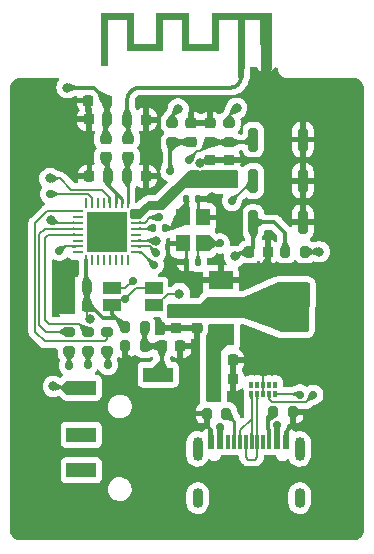
<source format=gtl>
%TF.GenerationSoftware,KiCad,Pcbnew,7.0.2-6a45011f42~172~ubuntu22.04.1*%
%TF.CreationDate,2023-05-14T19:46:30+02:00*%
%TF.ProjectId,PowerMeter,506f7765-724d-4657-9465-722e6b696361,rev?*%
%TF.SameCoordinates,Original*%
%TF.FileFunction,Copper,L1,Top*%
%TF.FilePolarity,Positive*%
%FSLAX46Y46*%
G04 Gerber Fmt 4.6, Leading zero omitted, Abs format (unit mm)*
G04 Created by KiCad (PCBNEW 7.0.2-6a45011f42~172~ubuntu22.04.1) date 2023-05-14 19:46:30*
%MOMM*%
%LPD*%
G01*
G04 APERTURE LIST*
G04 Aperture macros list*
%AMRoundRect*
0 Rectangle with rounded corners*
0 $1 Rounding radius*
0 $2 $3 $4 $5 $6 $7 $8 $9 X,Y pos of 4 corners*
0 Add a 4 corners polygon primitive as box body*
4,1,4,$2,$3,$4,$5,$6,$7,$8,$9,$2,$3,0*
0 Add four circle primitives for the rounded corners*
1,1,$1+$1,$2,$3*
1,1,$1+$1,$4,$5*
1,1,$1+$1,$6,$7*
1,1,$1+$1,$8,$9*
0 Add four rect primitives between the rounded corners*
20,1,$1+$1,$2,$3,$4,$5,0*
20,1,$1+$1,$4,$5,$6,$7,0*
20,1,$1+$1,$6,$7,$8,$9,0*
20,1,$1+$1,$8,$9,$2,$3,0*%
G04 Aperture macros list end*
%TA.AperFunction,EtchedComponent*%
%ADD10C,0.001000*%
%TD*%
%TA.AperFunction,SMDPad,CuDef*%
%ADD11R,1.500000X1.000000*%
%TD*%
%TA.AperFunction,SMDPad,CuDef*%
%ADD12RoundRect,0.225000X0.250000X-0.225000X0.250000X0.225000X-0.250000X0.225000X-0.250000X-0.225000X0*%
%TD*%
%TA.AperFunction,SMDPad,CuDef*%
%ADD13RoundRect,0.200000X-0.275000X0.200000X-0.275000X-0.200000X0.275000X-0.200000X0.275000X0.200000X0*%
%TD*%
%TA.AperFunction,SMDPad,CuDef*%
%ADD14RoundRect,0.200000X-0.200000X-0.800000X0.200000X-0.800000X0.200000X0.800000X-0.200000X0.800000X0*%
%TD*%
%TA.AperFunction,SMDPad,CuDef*%
%ADD15RoundRect,0.200000X-0.200000X-0.275000X0.200000X-0.275000X0.200000X0.275000X-0.200000X0.275000X0*%
%TD*%
%TA.AperFunction,SMDPad,CuDef*%
%ADD16RoundRect,0.225000X0.225000X0.250000X-0.225000X0.250000X-0.225000X-0.250000X0.225000X-0.250000X0*%
%TD*%
%TA.AperFunction,SMDPad,CuDef*%
%ADD17RoundRect,0.200000X0.200000X0.275000X-0.200000X0.275000X-0.200000X-0.275000X0.200000X-0.275000X0*%
%TD*%
%TA.AperFunction,SMDPad,CuDef*%
%ADD18R,2.000000X1.500000*%
%TD*%
%TA.AperFunction,SMDPad,CuDef*%
%ADD19R,2.000000X3.800000*%
%TD*%
%TA.AperFunction,SMDPad,CuDef*%
%ADD20RoundRect,0.225000X-0.250000X0.225000X-0.250000X-0.225000X0.250000X-0.225000X0.250000X0.225000X0*%
%TD*%
%TA.AperFunction,SMDPad,CuDef*%
%ADD21RoundRect,0.225000X-0.225000X-0.250000X0.225000X-0.250000X0.225000X0.250000X-0.225000X0.250000X0*%
%TD*%
%TA.AperFunction,SMDPad,CuDef*%
%ADD22R,0.500000X0.750000*%
%TD*%
%TA.AperFunction,ComponentPad*%
%ADD23R,0.880000X0.880000*%
%TD*%
%TA.AperFunction,SMDPad,CuDef*%
%ADD24RoundRect,0.218750X0.256250X-0.218750X0.256250X0.218750X-0.256250X0.218750X-0.256250X-0.218750X0*%
%TD*%
%TA.AperFunction,SMDPad,CuDef*%
%ADD25RoundRect,0.135000X0.135000X0.185000X-0.135000X0.185000X-0.135000X-0.185000X0.135000X-0.185000X0*%
%TD*%
%TA.AperFunction,SMDPad,CuDef*%
%ADD26RoundRect,0.140000X-0.140000X-0.170000X0.140000X-0.170000X0.140000X0.170000X-0.140000X0.170000X0*%
%TD*%
%TA.AperFunction,SMDPad,CuDef*%
%ADD27R,0.300000X0.550000*%
%TD*%
%TA.AperFunction,SMDPad,CuDef*%
%ADD28R,0.400000X0.550000*%
%TD*%
%TA.AperFunction,SMDPad,CuDef*%
%ADD29RoundRect,0.140000X0.140000X0.170000X-0.140000X0.170000X-0.140000X-0.170000X0.140000X-0.170000X0*%
%TD*%
%TA.AperFunction,SMDPad,CuDef*%
%ADD30R,0.600000X1.160000*%
%TD*%
%TA.AperFunction,SMDPad,CuDef*%
%ADD31R,0.300000X1.160000*%
%TD*%
%TA.AperFunction,ComponentPad*%
%ADD32O,0.900000X2.000000*%
%TD*%
%TA.AperFunction,ComponentPad*%
%ADD33O,0.900000X1.700000*%
%TD*%
%TA.AperFunction,SMDPad,CuDef*%
%ADD34R,1.200000X1.400000*%
%TD*%
%TA.AperFunction,SMDPad,CuDef*%
%ADD35R,2.500000X1.200000*%
%TD*%
%TA.AperFunction,SMDPad,CuDef*%
%ADD36RoundRect,0.062500X-0.062500X0.375000X-0.062500X-0.375000X0.062500X-0.375000X0.062500X0.375000X0*%
%TD*%
%TA.AperFunction,SMDPad,CuDef*%
%ADD37RoundRect,0.062500X-0.375000X0.062500X-0.375000X-0.062500X0.375000X-0.062500X0.375000X0.062500X0*%
%TD*%
%TA.AperFunction,SMDPad,CuDef*%
%ADD38R,3.450000X3.450000*%
%TD*%
%TA.AperFunction,SMDPad,CuDef*%
%ADD39RoundRect,0.218750X-0.256250X0.218750X-0.256250X-0.218750X0.256250X-0.218750X0.256250X0.218750X0*%
%TD*%
%TA.AperFunction,ViaPad*%
%ADD40C,0.800000*%
%TD*%
%TA.AperFunction,ViaPad*%
%ADD41C,0.700000*%
%TD*%
%TA.AperFunction,Conductor*%
%ADD42C,0.150000*%
%TD*%
%TA.AperFunction,Conductor*%
%ADD43C,0.300000*%
%TD*%
%TA.AperFunction,Conductor*%
%ADD44C,0.250000*%
%TD*%
%TA.AperFunction,Conductor*%
%ADD45C,0.200000*%
%TD*%
%TA.AperFunction,Conductor*%
%ADD46C,0.500000*%
%TD*%
G04 APERTURE END LIST*
%TO.C,AE1*%
D10*
X80420000Y-73300000D02*
X82420000Y-73300000D01*
X82420000Y-70670000D01*
X85120000Y-70670000D01*
X85120000Y-73310000D01*
X87120000Y-73310000D01*
X87120000Y-70670000D01*
X92120000Y-70670000D01*
X92120000Y-75390000D01*
X91240000Y-75390000D01*
X91220000Y-71170000D01*
X89820000Y-71170000D01*
X89820000Y-75360000D01*
X89320000Y-75360000D01*
X89320000Y-71170000D01*
X87620000Y-71170000D01*
X87620000Y-73810000D01*
X84620000Y-73810000D01*
X84620000Y-71170000D01*
X82920000Y-71170000D01*
X82920000Y-73810000D01*
X79920000Y-73810000D01*
X79920000Y-71170000D01*
X78220000Y-71170000D01*
X78220000Y-75110000D01*
X77720000Y-75110000D01*
X77720000Y-70670000D01*
X80420000Y-70670000D01*
X80420000Y-73300000D01*
%TA.AperFunction,EtchedComponent*%
G36*
X80420000Y-73300000D02*
G01*
X82420000Y-73300000D01*
X82420000Y-70670000D01*
X85120000Y-70670000D01*
X85120000Y-73310000D01*
X87120000Y-73310000D01*
X87120000Y-70670000D01*
X92120000Y-70670000D01*
X92120000Y-75390000D01*
X91240000Y-75390000D01*
X91220000Y-71170000D01*
X89820000Y-71170000D01*
X89820000Y-75360000D01*
X89320000Y-75360000D01*
X89320000Y-71170000D01*
X87620000Y-71170000D01*
X87620000Y-73810000D01*
X84620000Y-73810000D01*
X84620000Y-71170000D01*
X82920000Y-71170000D01*
X82920000Y-73810000D01*
X79920000Y-73810000D01*
X79920000Y-71170000D01*
X78220000Y-71170000D01*
X78220000Y-75110000D01*
X77720000Y-75110000D01*
X77720000Y-70670000D01*
X80420000Y-70670000D01*
X80420000Y-73300000D01*
G37*
%TD.AperFunction*%
%TD*%
D11*
%TO.P,D2,1,GK*%
%TO.N,Net-(D2-GK)*%
X78670000Y-94000000D03*
%TO.P,D2,3,A*%
%TO.N,+3V3*%
X78670000Y-95400000D03*
%TO.P,D2,4,RK*%
%TO.N,Net-(D2-RK)*%
X82170000Y-95400000D03*
%TO.P,D2,2,BK*%
%TO.N,Net-(D2-BK)*%
X82170000Y-94000000D03*
%TD*%
D12*
%TO.P,C6,1*%
%TO.N,/CHIP_BOOT*%
X85360000Y-81585000D03*
%TO.P,C6,2*%
%TO.N,GND*%
X85360000Y-80035000D03*
%TD*%
D13*
%TO.P,R2,1*%
%TO.N,+3V3*%
X83760000Y-79985000D03*
%TO.P,R2,2*%
%TO.N,/CHIP_BOOT*%
X83760000Y-81635000D03*
%TD*%
D14*
%TO.P,SW2,1,1*%
%TO.N,/CHIP_BOOT*%
X90620000Y-84900000D03*
%TO.P,SW2,2,2*%
%TO.N,GND*%
X94820000Y-84900000D03*
%TD*%
D15*
%TO.P,R4,1*%
%TO.N,Net-(J2-CC2)*%
X92295000Y-104500000D03*
%TO.P,R4,2*%
%TO.N,GND*%
X93945000Y-104500000D03*
%TD*%
D14*
%TO.P,SW1,1,1*%
%TO.N,/CHIP_EN*%
X90620000Y-81400000D03*
%TO.P,SW1,2,2*%
%TO.N,GND*%
X94820000Y-81400000D03*
%TD*%
D12*
%TO.P,C12,1*%
%TO.N,+3V3*%
X88560000Y-84685000D03*
%TO.P,C12,2*%
%TO.N,GND*%
X88560000Y-83135000D03*
%TD*%
D16*
%TO.P,C8,1*%
%TO.N,+3V3*%
X78220000Y-79700000D03*
%TO.P,C8,2*%
%TO.N,GND*%
X76670000Y-79700000D03*
%TD*%
D17*
%TO.P,R10,1*%
%TO.N,Net-(C19-Pad1)*%
X81420000Y-98900000D03*
%TO.P,R10,2*%
%TO.N,GND*%
X79770000Y-98900000D03*
%TD*%
D18*
%TO.P,U2,1,GND*%
%TO.N,GND*%
X87870000Y-93300000D03*
%TO.P,U2,2,VO*%
%TO.N,+3V3*%
X87870000Y-95600000D03*
D19*
X94170000Y-95600000D03*
D18*
%TO.P,U2,3,VI*%
%TO.N,+5VA*%
X87870000Y-97900000D03*
%TD*%
D20*
%TO.P,C15,1*%
%TO.N,+3V3*%
X84080000Y-95800000D03*
%TO.P,C15,2*%
%TO.N,GND*%
X84080000Y-97350000D03*
%TD*%
D21*
%TO.P,C18,1*%
%TO.N,/BLE_MODE*%
X90285000Y-90910000D03*
%TO.P,C18,2*%
%TO.N,GND*%
X91835000Y-90910000D03*
%TD*%
D16*
%TO.P,C13,1*%
%TO.N,+3V3*%
X76520000Y-95500000D03*
%TO.P,C13,2*%
%TO.N,GND*%
X74970000Y-95500000D03*
%TD*%
D22*
%TO.P,AE1,1*%
%TO.N,Net-(AE1-Pad1)*%
X89570000Y-75700000D03*
D23*
%TO.P,AE1,2*%
%TO.N,GND*%
X91670000Y-75740000D03*
%TD*%
D24*
%TO.P,L1,1,1*%
%TO.N,+3.3VP*%
X78120000Y-82900000D03*
%TO.P,L1,2,2*%
%TO.N,+3V3*%
X78120000Y-81325000D03*
%TD*%
D16*
%TO.P,C9,1*%
%TO.N,+3V3*%
X78195000Y-78100000D03*
%TO.P,C9,2*%
%TO.N,GND*%
X76645000Y-78100000D03*
%TD*%
D25*
%TO.P,R1,1*%
%TO.N,Net-(C4-Pad1)*%
X83130000Y-88900000D03*
%TO.P,R1,2*%
%TO.N,/XTAL_N*%
X82110000Y-88900000D03*
%TD*%
D15*
%TO.P,R11,1*%
%TO.N,+3V3*%
X79770000Y-97300000D03*
%TO.P,R11,2*%
%TO.N,Net-(C19-Pad1)*%
X81420000Y-97300000D03*
%TD*%
D21*
%TO.P,C14,1*%
%TO.N,+5VA*%
X87345000Y-100100000D03*
%TO.P,C14,2*%
%TO.N,GND*%
X88895000Y-100100000D03*
%TD*%
D13*
%TO.P,R3,1*%
%TO.N,+3V3*%
X88560000Y-79985000D03*
%TO.P,R3,2*%
%TO.N,/CHIP_EN*%
X88560000Y-81635000D03*
%TD*%
D16*
%TO.P,C10,1*%
%TO.N,+3V3*%
X76520000Y-93900000D03*
%TO.P,C10,2*%
%TO.N,GND*%
X74970000Y-93900000D03*
%TD*%
D26*
%TO.P,C4,1*%
%TO.N,Net-(C4-Pad1)*%
X84960000Y-86400000D03*
%TO.P,C4,2*%
%TO.N,GND*%
X85920000Y-86400000D03*
%TD*%
D21*
%TO.P,C17,1*%
%TO.N,+5VA*%
X87345000Y-101700000D03*
%TO.P,C17,2*%
%TO.N,GND*%
X88895000Y-101700000D03*
%TD*%
%TO.P,C2,1*%
%TO.N,/LNA_IN*%
X79945000Y-84512500D03*
%TO.P,C2,2*%
%TO.N,GND*%
X81495000Y-84512500D03*
%TD*%
%TO.P,C19,1*%
%TO.N,Net-(C19-Pad1)*%
X82870000Y-98900000D03*
%TO.P,C19,2*%
%TO.N,GND*%
X84420000Y-98900000D03*
%TD*%
D17*
%TO.P,R5,1*%
%TO.N,Net-(J2-CC1)*%
X88345000Y-104600000D03*
%TO.P,R5,2*%
%TO.N,GND*%
X86695000Y-104600000D03*
%TD*%
D13*
%TO.P,R9,1*%
%TO.N,/LED_B*%
X75020000Y-97675000D03*
%TO.P,R9,2*%
%TO.N,Net-(D2-BK)*%
X75020000Y-99325000D03*
%TD*%
D17*
%TO.P,R6,1*%
%TO.N,+3V3*%
X94985000Y-90910000D03*
%TO.P,R6,2*%
%TO.N,/BLE_MODE*%
X93335000Y-90910000D03*
%TD*%
D20*
%TO.P,C16,1*%
%TO.N,+3V3*%
X85820000Y-95800000D03*
%TO.P,C16,2*%
%TO.N,GND*%
X85820000Y-97350000D03*
%TD*%
D27*
%TO.P,U3,1,D1+*%
%TO.N,/USB_D+*%
X90453884Y-102925000D03*
%TO.P,U3,2,D1-*%
%TO.N,/USB_D-*%
X90953884Y-102925000D03*
D28*
%TO.P,U3,3,GND*%
%TO.N,GND*%
X91453884Y-102925000D03*
D27*
%TO.P,U3,4,D2+*%
%TO.N,/USB_D+_ESP*%
X91953884Y-102925000D03*
%TO.P,U3,5,D2-*%
%TO.N,/USB_D-_ESP*%
X92453884Y-102925000D03*
%TO.P,U3,6,NC*%
%TO.N,unconnected-(U3-NC-Pad6)*%
X92453884Y-102155000D03*
%TO.P,U3,7,NC*%
%TO.N,unconnected-(U3-NC-Pad7)*%
X91953884Y-102155000D03*
D28*
%TO.P,U3,8,GND*%
%TO.N,GND*%
X91453884Y-102155000D03*
D27*
%TO.P,U3,9,NC*%
%TO.N,unconnected-(U3-NC-Pad9)*%
X90953884Y-102155000D03*
%TO.P,U3,10,NC*%
%TO.N,unconnected-(U3-NC-Pad10)*%
X90453884Y-102155000D03*
%TD*%
D16*
%TO.P,C7,1*%
%TO.N,+3.3VP*%
X78295000Y-84512500D03*
%TO.P,C7,2*%
%TO.N,GND*%
X76745000Y-84512500D03*
%TD*%
D29*
%TO.P,C3,1*%
%TO.N,/XTAL_P*%
X85920000Y-91800000D03*
%TO.P,C3,2*%
%TO.N,GND*%
X84960000Y-91800000D03*
%TD*%
D30*
%TO.P,J2,A1,GND*%
%TO.N,GND*%
X87020000Y-107015000D03*
%TO.P,J2,A4,VBUS*%
%TO.N,+5VA*%
X87820000Y-107015000D03*
D31*
%TO.P,J2,A5,CC1*%
%TO.N,Net-(J2-CC1)*%
X88970000Y-107015000D03*
%TO.P,J2,A6,D+*%
%TO.N,/USB_D-*%
X89970000Y-107015000D03*
%TO.P,J2,A7,D-*%
%TO.N,/USB_D+*%
X90470000Y-107015000D03*
%TO.P,J2,A8,SBU1*%
%TO.N,unconnected-(J2-SBU1-PadA8)*%
X91470000Y-107015000D03*
D30*
%TO.P,J2,A9,VBUS*%
%TO.N,+5VA*%
X92620000Y-107015000D03*
%TO.P,J2,A12,GND*%
%TO.N,GND*%
X93420000Y-107015000D03*
%TO.P,J2,B1,GND*%
X93420000Y-107015000D03*
%TO.P,J2,B4,VBUS*%
%TO.N,+5VA*%
X92620000Y-107015000D03*
D31*
%TO.P,J2,B5,CC2*%
%TO.N,Net-(J2-CC2)*%
X91970000Y-107015000D03*
%TO.P,J2,B6,D+*%
%TO.N,/USB_D-*%
X90970000Y-107015000D03*
%TO.P,J2,B7,D-*%
%TO.N,/USB_D+*%
X89470000Y-107015000D03*
%TO.P,J2,B8,SBU2*%
%TO.N,unconnected-(J2-SBU2-PadB8)*%
X88470000Y-107015000D03*
D30*
%TO.P,J2,B9,VBUS*%
%TO.N,+5VA*%
X87820000Y-107015000D03*
%TO.P,J2,B12,GND*%
%TO.N,GND*%
X87020000Y-107015000D03*
D32*
%TO.P,J2,S1,SHIELD*%
%TO.N,unconnected-(J2-SHIELD-PadS1)*%
X85900000Y-107595000D03*
D33*
X85900000Y-111765000D03*
D32*
X94540000Y-107595000D03*
D33*
X94540000Y-111765000D03*
%TD*%
D14*
%TO.P,SW3,1,1*%
%TO.N,/BLE_MODE*%
X90620000Y-88400000D03*
%TO.P,SW3,2,2*%
%TO.N,GND*%
X94820000Y-88400000D03*
%TD*%
D12*
%TO.P,C5,1*%
%TO.N,/CHIP_EN*%
X86960000Y-81585000D03*
%TO.P,C5,2*%
%TO.N,GND*%
X86960000Y-80035000D03*
%TD*%
%TO.P,C11,1*%
%TO.N,+3V3*%
X86960000Y-84685000D03*
%TO.P,C11,2*%
%TO.N,GND*%
X86960000Y-83135000D03*
%TD*%
D13*
%TO.P,R7,1*%
%TO.N,/LED_R*%
X78220000Y-97675000D03*
%TO.P,R7,2*%
%TO.N,Net-(D2-RK)*%
X78220000Y-99325000D03*
%TD*%
D34*
%TO.P,Y2,1,1*%
%TO.N,/XTAL_P*%
X86370000Y-90200000D03*
%TO.P,Y2,2,2*%
%TO.N,GND*%
X86370000Y-88000000D03*
%TO.P,Y2,3,3*%
%TO.N,Net-(C4-Pad1)*%
X84670000Y-88000000D03*
%TO.P,Y2,4,4*%
%TO.N,GND*%
X84670000Y-90200000D03*
%TD*%
D35*
%TO.P,J3,R1*%
%TO.N,unconnected-(J3-PadR1)*%
X76070000Y-106400000D03*
%TO.P,J3,R2*%
%TO.N,unconnected-(J3-PadR2)*%
X76070000Y-109400000D03*
%TO.P,J3,S*%
%TO.N,Net-(C19-Pad1)*%
X82570000Y-101300000D03*
%TO.P,J3,T*%
%TO.N,/CURRENT_SENSE*%
X76070000Y-102400000D03*
%TD*%
D21*
%TO.P,C1,1*%
%TO.N,Net-(AE1-Pad1)*%
X79945000Y-79712500D03*
%TO.P,C1,2*%
%TO.N,GND*%
X81495000Y-79712500D03*
%TD*%
D36*
%TO.P,U1,1,LNA_IN*%
%TO.N,/LNA_IN*%
X79970000Y-86762500D03*
%TO.P,U1,2,VDD3P3*%
%TO.N,+3.3VP*%
X79470000Y-86762500D03*
%TO.P,U1,3,VDD3P3*%
X78970000Y-86762500D03*
%TO.P,U1,4,XTAL_32K_P/ADC1_CH0*%
%TO.N,/CURRENT_SENSE*%
X78470000Y-86762500D03*
%TO.P,U1,5,XTAL_32K_N/ADC1_CH1*%
%TO.N,unconnected-(U1-XTAL_32K_N{slash}ADC1_CH1-Pad5)*%
X77970000Y-86762500D03*
%TO.P,U1,6,GPIO2/ADC1_CH2*%
%TO.N,unconnected-(U1-GPIO2{slash}ADC1_CH2-Pad6)*%
X77470000Y-86762500D03*
%TO.P,U1,7,CHIP_EN*%
%TO.N,/CHIP_EN*%
X76970000Y-86762500D03*
%TO.P,U1,8,GPIO3/ADC1_CH3*%
%TO.N,unconnected-(U1-GPIO3{slash}ADC1_CH3-Pad8)*%
X76470000Y-86762500D03*
D37*
%TO.P,U1,9,MTMS/GPIO4/ADC1_CH4*%
%TO.N,/LED_R*%
X75782500Y-87450000D03*
%TO.P,U1,10,MTDI/GPIO5/ADC2_CH0*%
%TO.N,unconnected-(U1-MTDI{slash}GPIO5{slash}ADC2_CH0-Pad10)*%
X75782500Y-87950000D03*
%TO.P,U1,11,VDD3P3_RTC*%
%TO.N,+3V3*%
X75782500Y-88450000D03*
%TO.P,U1,12,MTCK/GPIO6*%
%TO.N,/LED_B*%
X75782500Y-88950000D03*
%TO.P,U1,13,MTDO/GPIO7*%
%TO.N,/LED_G*%
X75782500Y-89450000D03*
%TO.P,U1,14,GPIO8*%
%TO.N,unconnected-(U1-GPIO8-Pad14)*%
X75782500Y-89950000D03*
%TO.P,U1,15,GPIO9/BOOT*%
%TO.N,/CHIP_BOOT*%
X75782500Y-90450000D03*
%TO.P,U1,16,GPIO10*%
%TO.N,unconnected-(U1-GPIO10-Pad16)*%
X75782500Y-90950000D03*
D36*
%TO.P,U1,17,VDD3P3_CPU*%
%TO.N,+3V3*%
X76470000Y-91637500D03*
%TO.P,U1,18,VDD_SPI/GPIO11*%
%TO.N,unconnected-(U1-VDD_SPI{slash}GPIO11-Pad18)*%
X76970000Y-91637500D03*
%TO.P,U1,19,SPIHD/GPIO12*%
%TO.N,unconnected-(U1-SPIHD{slash}GPIO12-Pad19)*%
X77470000Y-91637500D03*
%TO.P,U1,20,SPIWP/GPIO13*%
%TO.N,unconnected-(U1-SPIWP{slash}GPIO13-Pad20)*%
X77970000Y-91637500D03*
%TO.P,U1,21,SPICS0/GPIO14*%
%TO.N,unconnected-(U1-SPICS0{slash}GPIO14-Pad21)*%
X78470000Y-91637500D03*
%TO.P,U1,22,SPICLK/GPIO15*%
%TO.N,unconnected-(U1-SPICLK{slash}GPIO15-Pad22)*%
X78970000Y-91637500D03*
%TO.P,U1,23,SPID/GPIO16*%
%TO.N,unconnected-(U1-SPID{slash}GPIO16-Pad23)*%
X79470000Y-91637500D03*
%TO.P,U1,24,SPIQ/GPIO17*%
%TO.N,unconnected-(U1-SPIQ{slash}GPIO17-Pad24)*%
X79970000Y-91637500D03*
D37*
%TO.P,U1,25,GPIO18/USB_D-*%
%TO.N,/USB_D-_ESP*%
X80657500Y-90950000D03*
%TO.P,U1,26,GPIO19/USB_D+*%
%TO.N,/USB_D+_ESP*%
X80657500Y-90450000D03*
%TO.P,U1,27,U0RXD/GPIO20*%
%TO.N,/BLE_MODE*%
X80657500Y-89950000D03*
%TO.P,U1,28,U0TXD/GPIO21*%
%TO.N,unconnected-(U1-U0TXD{slash}GPIO21-Pad28)*%
X80657500Y-89450000D03*
%TO.P,U1,29,XTAL_N*%
%TO.N,/XTAL_N*%
X80657500Y-88950000D03*
%TO.P,U1,30,XTAL_P*%
%TO.N,/XTAL_P*%
X80657500Y-88450000D03*
%TO.P,U1,31,VDDA*%
%TO.N,+3V3*%
X80657500Y-87950000D03*
%TO.P,U1,32,VDDA*%
X80657500Y-87450000D03*
D38*
%TO.P,U1,33,GND*%
%TO.N,GND*%
X78220000Y-89200000D03*
%TD*%
D13*
%TO.P,R8,1*%
%TO.N,/LED_G*%
X76620000Y-97675000D03*
%TO.P,R8,2*%
%TO.N,Net-(D2-GK)*%
X76620000Y-99325000D03*
%TD*%
D39*
%TO.P,L2,1,1*%
%TO.N,Net-(AE1-Pad1)*%
X80020000Y-81325000D03*
%TO.P,L2,2,2*%
%TO.N,/LNA_IN*%
X80020000Y-82900000D03*
%TD*%
D40*
%TO.N,+3V3*%
X76750000Y-96600000D03*
%TO.N,Net-(D2-RK)*%
X84350000Y-94450000D03*
D41*
%TO.N,/CHIP_EN*%
X85200000Y-83100000D03*
X73400000Y-86000000D03*
%TO.N,/CHIP_BOOT*%
X83600000Y-84100000D03*
X74200000Y-90800000D03*
X88800000Y-86600000D03*
D40*
%TO.N,GND*%
X99150000Y-97522724D03*
X99150000Y-109406813D03*
X78250000Y-90150000D03*
X79220000Y-89200000D03*
X99150000Y-83940908D03*
X70900000Y-82193181D03*
X93096427Y-114450000D03*
X95114284Y-114450000D03*
X99150000Y-82243181D03*
X70900000Y-87286362D03*
X74950000Y-92450000D03*
X70900000Y-88984089D03*
X74935714Y-114450000D03*
X79950000Y-100000000D03*
X74150000Y-93150000D03*
X99150000Y-112802267D03*
X99150000Y-100918178D03*
X97132141Y-114450000D03*
X99150000Y-102615905D03*
X70900000Y-109356813D03*
X70900000Y-77100000D03*
X99150000Y-104313632D03*
X70900000Y-112752267D03*
X70900000Y-104263632D03*
X99150000Y-89034089D03*
X91096429Y-77150000D03*
X95050000Y-105400000D03*
X93114286Y-77150000D03*
X99150000Y-87336362D03*
X99150000Y-85638635D03*
X70900000Y-94077270D03*
X87042856Y-114450000D03*
X77220000Y-89200000D03*
X99150000Y-92429543D03*
X86091967Y-83425500D03*
X77200000Y-88200000D03*
X95132143Y-77150000D03*
X99150000Y-90731816D03*
X99150000Y-114450000D03*
X99150000Y-99220451D03*
X70900000Y-83890908D03*
X99150000Y-107709086D03*
X78220000Y-89200000D03*
X74200000Y-94550000D03*
X99150000Y-94127270D03*
X70900000Y-95774997D03*
X70900000Y-78797727D03*
X79250000Y-90150000D03*
X85024999Y-114450000D03*
X99150000Y-95824997D03*
X70900000Y-80495454D03*
X70900000Y-92379543D03*
X79200000Y-88200000D03*
X91800000Y-91850000D03*
X70900000Y-90681816D03*
X78200000Y-88200000D03*
X70900000Y-97472724D03*
X91078570Y-114450000D03*
X77250000Y-90150000D03*
X70900000Y-85588635D03*
X76953571Y-114450000D03*
X99150000Y-106011359D03*
X85250000Y-105200000D03*
X70900000Y-114450000D03*
X87100000Y-86300000D03*
X83007142Y-114450000D03*
X70900000Y-99170451D03*
X97150000Y-77150000D03*
X99150000Y-77150000D03*
X99150000Y-80545454D03*
X70900000Y-105961359D03*
X80989285Y-114450000D03*
X99150000Y-78847727D03*
X78971428Y-114450000D03*
X72550000Y-77100000D03*
X70900000Y-111054540D03*
X89900000Y-92850000D03*
X72917857Y-114450000D03*
X99150000Y-111104540D03*
X70900000Y-100868178D03*
X89060713Y-114450000D03*
X70900000Y-102565905D03*
X70900000Y-107659086D03*
D41*
%TO.N,+5VA*%
X87800000Y-105700000D03*
X87300000Y-103000000D03*
D40*
X87400000Y-99100000D03*
D41*
X92600000Y-105600000D03*
%TO.N,/XTAL_P*%
X87800000Y-90200000D03*
X82600000Y-88000000D03*
D40*
%TO.N,+3V3*%
X91900000Y-95500000D03*
X91900000Y-94500000D03*
X84950000Y-95800000D03*
X89200000Y-78750000D03*
X89900000Y-95600000D03*
X73449500Y-88200000D03*
X84250000Y-78800000D03*
X90800000Y-95100000D03*
X85500000Y-84800000D03*
X91900000Y-96500000D03*
X74850000Y-77000000D03*
X90800000Y-96100000D03*
X96200000Y-90900000D03*
%TO.N,/BLE_MODE*%
X82352012Y-89998123D03*
X89050000Y-91300000D03*
D41*
%TO.N,Net-(D2-GK)*%
X80400000Y-93350000D03*
X76600000Y-100500000D03*
%TO.N,Net-(D2-BK)*%
X79775500Y-94919011D03*
X75000000Y-100550000D03*
%TO.N,Net-(D2-RK)*%
X78300000Y-100500000D03*
%TO.N,/USB_D-_ESP*%
X94608411Y-102991589D03*
X82200000Y-92000000D03*
%TO.N,/USB_D+_ESP*%
X95700000Y-103000000D03*
X82400000Y-91000000D03*
D40*
%TO.N,/CURRENT_SENSE*%
X73400000Y-84700000D03*
X73700000Y-102300000D03*
%TD*%
D42*
%TO.N,+3V3*%
X76520000Y-96370000D02*
X76750000Y-96600000D01*
X76520000Y-95500000D02*
X76520000Y-96370000D01*
D43*
X79020000Y-96550000D02*
X79335000Y-96865000D01*
X79335000Y-96865000D02*
X79770000Y-97300000D01*
X78670000Y-95400000D02*
X78670000Y-96200000D01*
X78670000Y-96200000D02*
X79335000Y-96865000D01*
D42*
%TO.N,Net-(D2-BK)*%
X79775500Y-94919011D02*
X80694511Y-94000000D01*
X80694511Y-94000000D02*
X82170000Y-94000000D01*
%TO.N,Net-(D2-GK)*%
X80400000Y-93350000D02*
X79750000Y-94000000D01*
X79750000Y-94000000D02*
X78670000Y-94000000D01*
%TO.N,Net-(D2-RK)*%
X84350000Y-94450000D02*
X83370000Y-94450000D01*
X83370000Y-94450000D02*
X82420000Y-95400000D01*
X82420000Y-95400000D02*
X82170000Y-95400000D01*
D44*
%TO.N,+3.3VP*%
X79470000Y-86450000D02*
X78970000Y-85950000D01*
X78970000Y-85950000D02*
X78295000Y-85275000D01*
X78295000Y-85275000D02*
X78295000Y-84512500D01*
X78970000Y-86762500D02*
X78970000Y-85950000D01*
X78295000Y-84512500D02*
X78295000Y-83075000D01*
X79470000Y-86762500D02*
X79470000Y-86450000D01*
X78295000Y-83075000D02*
X78120000Y-82900000D01*
D42*
%TO.N,/CHIP_EN*%
X76622297Y-86000000D02*
X76970000Y-86347703D01*
D43*
X90385000Y-81635000D02*
X90620000Y-81400000D01*
D42*
X76970000Y-86347703D02*
X76970000Y-86762500D01*
D43*
X88560000Y-81635000D02*
X87010000Y-81635000D01*
X87010000Y-81635000D02*
X86960000Y-81585000D01*
D42*
X85200000Y-83100000D02*
X85890000Y-82410000D01*
X73400000Y-86000000D02*
X76622297Y-86000000D01*
D43*
X88560000Y-81635000D02*
X90385000Y-81635000D01*
D42*
X86135000Y-82410000D02*
X86960000Y-81585000D01*
X85890000Y-82410000D02*
X86135000Y-82410000D01*
D43*
%TO.N,/CHIP_BOOT*%
X90620000Y-84900000D02*
X90500000Y-84900000D01*
D42*
X74200000Y-90800000D02*
X74550000Y-90450000D01*
X74550000Y-90450000D02*
X75782500Y-90450000D01*
X90500000Y-84900000D02*
X88800000Y-86600000D01*
D43*
X83760000Y-81635000D02*
X85310000Y-81635000D01*
X83600000Y-84100000D02*
X83600000Y-81795000D01*
X83600000Y-81795000D02*
X83760000Y-81635000D01*
X85310000Y-81635000D02*
X85360000Y-81585000D01*
%TO.N,Net-(AE1-Pad1)*%
X79920000Y-78100000D02*
X79920000Y-79687500D01*
X89570000Y-75700000D02*
X89570000Y-76150000D01*
D44*
X80020000Y-81325000D02*
X80020000Y-79787500D01*
X80020000Y-79787500D02*
X79945000Y-79712500D01*
D43*
X88720000Y-77000000D02*
X81020000Y-77000000D01*
D44*
X79945000Y-79712500D02*
X80120000Y-79537500D01*
X79945000Y-79712500D02*
X80020000Y-79637500D01*
D43*
X79920000Y-79687500D02*
G75*
G03*
X79945000Y-79712500I25000J0D01*
G01*
X88720000Y-77000000D02*
G75*
G03*
X89570000Y-76150000I0J850000D01*
G01*
X81020000Y-77000000D02*
G75*
G03*
X79920000Y-78100000I0J-1100000D01*
G01*
D45*
%TO.N,/USB_D-*%
X90970000Y-106715000D02*
X90953884Y-106698884D01*
D42*
X90750000Y-108500000D02*
X90200000Y-108500000D01*
X90970000Y-107015000D02*
X90970000Y-108280000D01*
D45*
X90953884Y-106698884D02*
X90953884Y-102925000D01*
D42*
X90200000Y-108500000D02*
X89970000Y-108270000D01*
X89970000Y-108270000D02*
X89970000Y-107015000D01*
X90970000Y-108280000D02*
X90750000Y-108500000D01*
%TO.N,/USB_D+*%
X90470000Y-105030000D02*
X90470000Y-104750000D01*
D45*
X90470000Y-104750000D02*
X90470000Y-102941116D01*
D42*
X89470000Y-107015000D02*
X89470000Y-106030000D01*
D45*
X90470000Y-102941116D02*
X90453884Y-102925000D01*
X90470000Y-106715000D02*
X90470000Y-104750000D01*
D42*
X89470000Y-106030000D02*
X90470000Y-105030000D01*
D43*
%TO.N,GND*%
X87020000Y-105970000D02*
X86650000Y-105600000D01*
X86650000Y-105600000D02*
X85650000Y-105600000D01*
D42*
X86382467Y-83135000D02*
X86091967Y-83425500D01*
D43*
X85850000Y-98550000D02*
X85820000Y-98520000D01*
D44*
X85920000Y-86400000D02*
X85920000Y-87550000D01*
X84960000Y-91800000D02*
X84960000Y-90490000D01*
D43*
X93420000Y-107015000D02*
X93420000Y-106130000D01*
X93420000Y-106130000D02*
X94000000Y-105550000D01*
D42*
X86960000Y-83135000D02*
X86382467Y-83135000D01*
D43*
X91835000Y-91815000D02*
X91800000Y-91850000D01*
D44*
X85920000Y-87550000D02*
X86370000Y-88000000D01*
D43*
X91835000Y-90910000D02*
X91835000Y-91815000D01*
D42*
X91453884Y-102925000D02*
X91453884Y-102155000D01*
D43*
X86695000Y-105555000D02*
X86695000Y-104600000D01*
D42*
X91453884Y-102155000D02*
X91453884Y-101146116D01*
D43*
X85650000Y-105600000D02*
X85250000Y-105200000D01*
X87020000Y-107015000D02*
X87020000Y-105970000D01*
X79770000Y-99820000D02*
X79950000Y-100000000D01*
X93945000Y-105495000D02*
X93945000Y-104500000D01*
X89450000Y-93300000D02*
X89900000Y-92850000D01*
X94900000Y-105550000D02*
X95050000Y-105400000D01*
X79770000Y-98900000D02*
X79770000Y-99820000D01*
X94000000Y-105550000D02*
X94900000Y-105550000D01*
X94000000Y-105550000D02*
X93945000Y-105495000D01*
D44*
X84960000Y-90490000D02*
X84670000Y-90200000D01*
D43*
X87870000Y-93300000D02*
X89450000Y-93300000D01*
D44*
X87000000Y-86400000D02*
X87100000Y-86300000D01*
D42*
X91453884Y-101146116D02*
X91500000Y-101100000D01*
D43*
X86650000Y-105600000D02*
X86695000Y-105555000D01*
X84420000Y-98900000D02*
X85500000Y-98900000D01*
D44*
X85920000Y-86400000D02*
X87000000Y-86400000D01*
D43*
X85820000Y-98520000D02*
X85820000Y-97350000D01*
X85500000Y-98900000D02*
X85850000Y-98550000D01*
D44*
%TO.N,/LNA_IN*%
X79945000Y-84512500D02*
X79945000Y-82975000D01*
X79970000Y-86762500D02*
X79970000Y-84537500D01*
X79970000Y-84537500D02*
X79945000Y-84512500D01*
X79945000Y-82975000D02*
X80020000Y-82900000D01*
D43*
%TO.N,+5VA*%
X92620000Y-105620000D02*
X92600000Y-105600000D01*
D46*
X87820000Y-107015000D02*
X87820000Y-105720000D01*
X92620000Y-107015000D02*
X92620000Y-105620000D01*
D43*
X87820000Y-105720000D02*
X87800000Y-105700000D01*
D44*
%TO.N,Net-(J2-CC1)*%
X88970000Y-105225000D02*
X88970000Y-106715000D01*
X88345000Y-104600000D02*
X88970000Y-105225000D01*
D43*
%TO.N,Net-(J2-CC2)*%
X91900000Y-105889950D02*
X91900000Y-104895000D01*
X91900000Y-104895000D02*
X92295000Y-104500000D01*
X91970000Y-107015000D02*
X91970000Y-105959950D01*
X91970000Y-105959950D02*
X91900000Y-105889950D01*
D45*
%TO.N,/XTAL_P*%
X85920000Y-90650000D02*
X86370000Y-90200000D01*
X81450000Y-88450000D02*
X80657500Y-88450000D01*
X86370000Y-90200000D02*
X87800000Y-90200000D01*
X85920000Y-91800000D02*
X85920000Y-90650000D01*
X82600000Y-88000000D02*
X81900000Y-88000000D01*
X81900000Y-88000000D02*
X81450000Y-88450000D01*
D44*
%TO.N,Net-(C4-Pad1)*%
X84960000Y-87710000D02*
X84670000Y-88000000D01*
X84960000Y-86400000D02*
X84960000Y-87710000D01*
X83130000Y-88900000D02*
X83770000Y-88900000D01*
X83770000Y-88900000D02*
X84670000Y-88000000D01*
D42*
%TO.N,/XTAL_N*%
X80657500Y-88950000D02*
X82060000Y-88950000D01*
X82060000Y-88950000D02*
X82110000Y-88900000D01*
%TO.N,+3V3*%
X76500000Y-95750000D02*
X76850000Y-95500000D01*
D43*
X78195000Y-78100000D02*
X77095000Y-77000000D01*
X85720000Y-95900000D02*
X86020000Y-95600000D01*
D42*
X83760000Y-79290000D02*
X84250000Y-78800000D01*
D43*
X84080000Y-95800000D02*
X83980000Y-95700000D01*
X85720000Y-95900000D02*
X85820000Y-95800000D01*
D42*
X88560000Y-79390000D02*
X89200000Y-78750000D01*
D43*
X76850000Y-95500000D02*
X77900000Y-96550000D01*
X84950000Y-95800000D02*
X85050000Y-95900000D01*
X77095000Y-77000000D02*
X74850000Y-77000000D01*
X76470000Y-93850000D02*
X76520000Y-93900000D01*
D44*
X78220000Y-78125000D02*
X78195000Y-78100000D01*
X78120000Y-79800000D02*
X78220000Y-79700000D01*
D42*
X75782500Y-88450000D02*
X73699500Y-88450000D01*
D43*
X78220000Y-79700000D02*
X78220000Y-78125000D01*
D42*
X83760000Y-79985000D02*
X83760000Y-79290000D01*
D43*
X76520000Y-95500000D02*
X76520000Y-93900000D01*
X77900000Y-96550000D02*
X79020000Y-96550000D01*
D42*
X94985000Y-90910000D02*
X96190000Y-90910000D01*
X88560000Y-79985000D02*
X88560000Y-79390000D01*
X73699500Y-88450000D02*
X73449500Y-88200000D01*
X76520000Y-95500000D02*
X76500000Y-95750000D01*
X96190000Y-90910000D02*
X96200000Y-90900000D01*
D43*
X85050000Y-95900000D02*
X85720000Y-95900000D01*
X76470000Y-91637500D02*
X76470000Y-93850000D01*
D44*
X78120000Y-81325000D02*
X78120000Y-79800000D01*
D43*
%TO.N,/BLE_MODE*%
X90620000Y-88400000D02*
X92400000Y-88400000D01*
X90620000Y-90575000D02*
X90285000Y-90910000D01*
D42*
X89050000Y-91300000D02*
X89350000Y-91300000D01*
X82303889Y-89950000D02*
X82352012Y-89998123D01*
X89740000Y-90910000D02*
X90285000Y-90910000D01*
X89350000Y-91300000D02*
X89740000Y-90910000D01*
D43*
X93300000Y-90875000D02*
X93335000Y-90910000D01*
X92400000Y-88400000D02*
X93300000Y-89300000D01*
D42*
X80657500Y-89950000D02*
X82303889Y-89950000D01*
D43*
X90620000Y-88400000D02*
X90620000Y-90575000D01*
X93300000Y-89300000D02*
X93300000Y-90875000D01*
D42*
%TO.N,Net-(D2-GK)*%
X76620000Y-99325000D02*
X76620000Y-100480000D01*
X76620000Y-100480000D02*
X76600000Y-100500000D01*
%TO.N,Net-(D2-BK)*%
X75000000Y-100400000D02*
X75000000Y-100550000D01*
%TO.N,+3V3*%
X79294511Y-95400000D02*
X78670000Y-95400000D01*
%TO.N,Net-(D2-BK)*%
X75000000Y-100550000D02*
X75000000Y-99345000D01*
X75000000Y-99345000D02*
X75020000Y-99325000D01*
X75020000Y-100380000D02*
X75000000Y-100400000D01*
%TO.N,Net-(D2-RK)*%
X78300000Y-100500000D02*
X78300000Y-99405000D01*
X78300000Y-99405000D02*
X78220000Y-99325000D01*
X78300000Y-100500000D02*
X78220000Y-100420000D01*
%TO.N,/LED_R*%
X72150000Y-88450000D02*
X73150000Y-87450000D01*
X73150000Y-87450000D02*
X75782500Y-87450000D01*
X78220000Y-98330000D02*
X78050000Y-98500000D01*
X72150000Y-97700000D02*
X72150000Y-88450000D01*
X78220000Y-97675000D02*
X78220000Y-98330000D01*
X78050000Y-98500000D02*
X72950000Y-98500000D01*
X72950000Y-98500000D02*
X72150000Y-97700000D01*
%TO.N,/LED_G*%
X73000000Y-89700000D02*
X73250000Y-89450000D01*
X75900000Y-97000000D02*
X73300000Y-97000000D01*
X73250000Y-89450000D02*
X75782500Y-89450000D01*
X76575000Y-97675000D02*
X75900000Y-97000000D01*
X76620000Y-97675000D02*
X76575000Y-97675000D01*
X73000000Y-96700000D02*
X73000000Y-89700000D01*
X73300000Y-97000000D02*
X73000000Y-96700000D01*
%TO.N,/LED_B*%
X73075000Y-97675000D02*
X72500000Y-97100000D01*
X75020000Y-97675000D02*
X73075000Y-97675000D01*
X72500000Y-97100000D02*
X72500000Y-89400000D01*
X72500000Y-89400000D02*
X72950000Y-88950000D01*
X72950000Y-88950000D02*
X75782500Y-88950000D01*
%TO.N,/USB_D-_ESP*%
X82200000Y-92000000D02*
X81150000Y-90950000D01*
X94608411Y-102991589D02*
X94541822Y-102925000D01*
X94541822Y-102925000D02*
X92453884Y-102925000D01*
X81150000Y-90950000D02*
X80657500Y-90950000D01*
%TO.N,/USB_D+_ESP*%
X81850000Y-90450000D02*
X80657500Y-90450000D01*
X92170473Y-103616589D02*
X91953884Y-103400000D01*
X82400000Y-91000000D02*
X81850000Y-90450000D01*
X95700000Y-103000000D02*
X95083411Y-103616589D01*
X91953884Y-103400000D02*
X91953884Y-102925000D01*
X95083411Y-103616589D02*
X92170473Y-103616589D01*
D43*
%TO.N,Net-(C19-Pad1)*%
X81420000Y-98900000D02*
X81420000Y-97300000D01*
X81420000Y-98900000D02*
X82870000Y-98900000D01*
X82870000Y-101000000D02*
X82570000Y-101300000D01*
X82870000Y-98900000D02*
X82870000Y-101000000D01*
D42*
%TO.N,/CURRENT_SENSE*%
X78470000Y-86347703D02*
X77772297Y-85650000D01*
X73800000Y-102400000D02*
X76070000Y-102400000D01*
X75200000Y-85650000D02*
X74250000Y-84700000D01*
X77772297Y-85650000D02*
X75200000Y-85650000D01*
X74250000Y-84700000D02*
X73400000Y-84700000D01*
X78470000Y-86762500D02*
X78470000Y-86347703D01*
X73700000Y-102300000D02*
X73800000Y-102400000D01*
%TD*%
%TA.AperFunction,Conductor*%
%TO.N,+3V3*%
G36*
X79229112Y-96542913D02*
G01*
X79852241Y-96821228D01*
X79858398Y-96827731D01*
X79858966Y-96834085D01*
X79771885Y-97294476D01*
X79766980Y-97301969D01*
X79764843Y-97303121D01*
X79380017Y-97461560D01*
X79371063Y-97461541D01*
X79365118Y-97456013D01*
X79013445Y-96759319D01*
X79012776Y-96750389D01*
X79015615Y-96745776D01*
X79216069Y-96545322D01*
X79224341Y-96541896D01*
X79229112Y-96542913D01*
G37*
%TD.AperFunction*%
%TD*%
%TA.AperFunction,Conductor*%
%TO.N,Net-(C19-Pad1)*%
G36*
X81780623Y-98504597D02*
G01*
X81785042Y-98507065D01*
X82214005Y-98746652D01*
X82219557Y-98753677D01*
X82220000Y-98756866D01*
X82220000Y-99043133D01*
X82216573Y-99051406D01*
X82214005Y-99053348D01*
X81780623Y-99295402D01*
X81771729Y-99296444D01*
X81766150Y-99292934D01*
X81554480Y-99053348D01*
X81425843Y-98907746D01*
X81422934Y-98899278D01*
X81425844Y-98892253D01*
X81545456Y-98756866D01*
X81766152Y-98507063D01*
X81774196Y-98503134D01*
X81780623Y-98504597D01*
G37*
%TD.AperFunction*%
%TD*%
%TA.AperFunction,Conductor*%
%TO.N,+3V3*%
G36*
X96051423Y-90541264D02*
G01*
X96051642Y-90541758D01*
X96176991Y-90842414D01*
X96199123Y-90895497D01*
X96199144Y-90904451D01*
X96199123Y-90904501D01*
X96051522Y-91258529D01*
X96045175Y-91264847D01*
X96036221Y-91264826D01*
X96036000Y-91264731D01*
X95408966Y-90988078D01*
X95402780Y-90981604D01*
X95401989Y-90977374D01*
X95401989Y-90842414D01*
X95405416Y-90834141D01*
X95408691Y-90831834D01*
X96035847Y-90535679D01*
X96044791Y-90535246D01*
X96051423Y-90541264D01*
G37*
%TD.AperFunction*%
%TD*%
%TA.AperFunction,Conductor*%
%TO.N,+3V3*%
G36*
X78370914Y-78778427D02*
G01*
X78373187Y-78781634D01*
X78648788Y-79355393D01*
X78649282Y-79364334D01*
X78645431Y-79369690D01*
X78227189Y-79695401D01*
X78218556Y-79697781D01*
X78212811Y-79695401D01*
X77794568Y-79369690D01*
X77790146Y-79361903D01*
X77791211Y-79355393D01*
X78066813Y-78781634D01*
X78073484Y-78775660D01*
X78077359Y-78775000D01*
X78362641Y-78775000D01*
X78370914Y-78778427D01*
G37*
%TD.AperFunction*%
%TD*%
%TA.AperFunction,Conductor*%
%TO.N,/CHIP_BOOT*%
G36*
X74750416Y-90379080D02*
G01*
X74754920Y-90386820D01*
X74755025Y-90388387D01*
X74755025Y-90521916D01*
X74753505Y-90527683D01*
X74528451Y-90924947D01*
X74521391Y-90930456D01*
X74513805Y-90929994D01*
X74206256Y-90802996D01*
X74199918Y-90796671D01*
X74199022Y-90792149D01*
X74199970Y-90460193D01*
X74203421Y-90451932D01*
X74210100Y-90448635D01*
X74741759Y-90376792D01*
X74750416Y-90379080D01*
G37*
%TD.AperFunction*%
%TD*%
%TA.AperFunction,Conductor*%
%TO.N,+3V3*%
G36*
X95345995Y-90516246D02*
G01*
X95432957Y-90579387D01*
X95780175Y-90831496D01*
X95784855Y-90839129D01*
X95785000Y-90840963D01*
X95785000Y-90979036D01*
X95781573Y-90987309D01*
X95780174Y-90988504D01*
X95345995Y-91303753D01*
X95337287Y-91305840D01*
X95330353Y-91302032D01*
X94990844Y-90917747D01*
X94987934Y-90909278D01*
X94990844Y-90902253D01*
X95330355Y-90517965D01*
X95338399Y-90514036D01*
X95345995Y-90516246D01*
G37*
%TD.AperFunction*%
%TD*%
%TA.AperFunction,Conductor*%
%TO.N,/BLE_MODE*%
G36*
X82197259Y-89632894D02*
G01*
X82203325Y-89639092D01*
X82305023Y-89883020D01*
X82351135Y-89993620D01*
X82351156Y-90002574D01*
X82351135Y-90002624D01*
X82205355Y-90352285D01*
X82199008Y-90358603D01*
X82190079Y-90358592D01*
X82155640Y-90344327D01*
X82154574Y-90343822D01*
X82152401Y-90342653D01*
X82150822Y-90341631D01*
X82090870Y-90295629D01*
X82080318Y-90289989D01*
X82077560Y-90287944D01*
X82064806Y-90275190D01*
X82063351Y-90273417D01*
X82048623Y-90251375D01*
X82026581Y-90236647D01*
X82026580Y-90236646D01*
X81968574Y-90197888D01*
X81957495Y-90190485D01*
X81876002Y-90174275D01*
X81876001Y-90174275D01*
X81849998Y-90169102D01*
X81839235Y-90171243D01*
X81831413Y-90170073D01*
X81567744Y-90028311D01*
X81562080Y-90021375D01*
X81561584Y-90018006D01*
X81561584Y-89883020D01*
X81565011Y-89874747D01*
X81569063Y-89872108D01*
X82188308Y-89632681D01*
X82197259Y-89632894D01*
G37*
%TD.AperFunction*%
%TD*%
%TA.AperFunction,Conductor*%
%TO.N,Net-(D2-BK)*%
G36*
X75075630Y-99853427D02*
G01*
X75078071Y-99856999D01*
X75318570Y-100405150D01*
X75318756Y-100414103D01*
X75312557Y-100420565D01*
X75312362Y-100420649D01*
X75004506Y-100549119D01*
X74995551Y-100549142D01*
X74995494Y-100549119D01*
X74687637Y-100420649D01*
X74681322Y-100414300D01*
X74681345Y-100405345D01*
X74681429Y-100405150D01*
X74921929Y-99856999D01*
X74928391Y-99850800D01*
X74932643Y-99850000D01*
X75067357Y-99850000D01*
X75075630Y-99853427D01*
G37*
%TD.AperFunction*%
%TD*%
%TA.AperFunction,Conductor*%
%TO.N,/XTAL_P*%
G36*
X82464340Y-87681004D02*
G01*
X82470479Y-87687230D01*
X82599119Y-87995494D01*
X82599142Y-88004449D01*
X82599119Y-88004506D01*
X82470479Y-88312769D01*
X82464130Y-88319084D01*
X82455387Y-88319146D01*
X81907406Y-88102922D01*
X81900968Y-88096698D01*
X81900000Y-88092039D01*
X81900000Y-87907960D01*
X81903427Y-87899687D01*
X81907403Y-87897078D01*
X82455388Y-87680853D01*
X82464340Y-87681004D01*
G37*
%TD.AperFunction*%
%TD*%
%TA.AperFunction,Conductor*%
%TO.N,/XTAL_N*%
G36*
X81864961Y-88659385D02*
G01*
X82103707Y-88892868D01*
X82107226Y-88901103D01*
X82104929Y-88908196D01*
X81901323Y-89183111D01*
X81893645Y-89187720D01*
X81886603Y-89186569D01*
X81576382Y-89028256D01*
X81570570Y-89021443D01*
X81570000Y-89017835D01*
X81570000Y-88880738D01*
X81573427Y-88872465D01*
X81574537Y-88871487D01*
X81849620Y-88658498D01*
X81858258Y-88656144D01*
X81864961Y-88659385D01*
G37*
%TD.AperFunction*%
%TD*%
%TA.AperFunction,Conductor*%
%TO.N,/CHIP_BOOT*%
G36*
X85029413Y-81160522D02*
G01*
X85157523Y-81324521D01*
X85355381Y-81577808D01*
X85357774Y-81586438D01*
X85355392Y-81592200D01*
X85029279Y-82010959D01*
X85021492Y-82015381D01*
X85015746Y-82014650D01*
X84442398Y-81787925D01*
X84435964Y-81781696D01*
X84435000Y-81777045D01*
X84435000Y-81491826D01*
X84438427Y-81483553D01*
X84440939Y-81481643D01*
X85014441Y-81157539D01*
X85023327Y-81156453D01*
X85029413Y-81160522D01*
G37*
%TD.AperFunction*%
%TD*%
%TA.AperFunction,Conductor*%
%TO.N,+5VA*%
G36*
X87739731Y-105448557D02*
G01*
X87855394Y-105518478D01*
X88012892Y-105567555D01*
X88071038Y-105606292D01*
X88099012Y-105670317D01*
X88100000Y-105685940D01*
X88100000Y-105912417D01*
X88080315Y-105979456D01*
X88050311Y-106011684D01*
X87962452Y-106077454D01*
X87919265Y-106135145D01*
X87863331Y-106177016D01*
X87793639Y-106181999D01*
X87732316Y-106148513D01*
X87720737Y-106135150D01*
X87697493Y-106104100D01*
X87673077Y-106038638D01*
X87672822Y-106033686D01*
X87670561Y-105961736D01*
X87670500Y-105957841D01*
X87670500Y-105932976D01*
X87670500Y-105929075D01*
X87669948Y-105924709D01*
X87669030Y-105913055D01*
X87669010Y-105912417D01*
X87667597Y-105867431D01*
X87661675Y-105847048D01*
X87657732Y-105828011D01*
X87655071Y-105806942D01*
X87638263Y-105764491D01*
X87634480Y-105753442D01*
X87621744Y-105709602D01*
X87610937Y-105691329D01*
X87602382Y-105673866D01*
X87594568Y-105654129D01*
X87592558Y-105651362D01*
X87575265Y-105627559D01*
X87551786Y-105561753D01*
X87567612Y-105493699D01*
X87617719Y-105445005D01*
X87686197Y-105431130D01*
X87739731Y-105448557D01*
G37*
%TD.AperFunction*%
%TD*%
%TA.AperFunction,Conductor*%
%TO.N,GND*%
G36*
X90350000Y-76200000D02*
G01*
X92700000Y-76200000D01*
X92700000Y-75624651D01*
X92743046Y-75652317D01*
X92766342Y-75692472D01*
X92774553Y-75715882D01*
X92822226Y-75796559D01*
X92826647Y-75814014D01*
X92835844Y-75824289D01*
X92850202Y-75843904D01*
X92859081Y-75858930D01*
X92859130Y-75858985D01*
X92875215Y-75881618D01*
X92876385Y-75883732D01*
X92897205Y-75901525D01*
X92919610Y-75926558D01*
X92931766Y-75940139D01*
X92940218Y-75957887D01*
X92949127Y-75964198D01*
X92969847Y-75982686D01*
X92969895Y-75982740D01*
X92983848Y-75993224D01*
X93001756Y-76009660D01*
X93005703Y-76014070D01*
X93027816Y-76026260D01*
X93102735Y-76082552D01*
X93135208Y-76098159D01*
X93153170Y-76108735D01*
X93161076Y-76114335D01*
X93182983Y-76121121D01*
X93252494Y-76154529D01*
X93307237Y-76168604D01*
X93323712Y-76174098D01*
X93337382Y-76179748D01*
X93358616Y-76181815D01*
X93413417Y-76195906D01*
X93474420Y-76199283D01*
X93479613Y-76200500D01*
X93488951Y-76200500D01*
X93509618Y-76202234D01*
X93531331Y-76205904D01*
X93532918Y-76204924D01*
X93565746Y-76200500D01*
X99190436Y-76200500D01*
X99209388Y-76201956D01*
X99235068Y-76205929D01*
X99361459Y-76227301D01*
X99383249Y-76233068D01*
X99438325Y-76253162D01*
X99443154Y-76255041D01*
X99528816Y-76290445D01*
X99545860Y-76299083D01*
X99601273Y-76332768D01*
X99608527Y-76337533D01*
X99679244Y-76387627D01*
X99691404Y-76397449D01*
X99740596Y-76442597D01*
X99749146Y-76451254D01*
X99805165Y-76513843D01*
X99806024Y-76514802D01*
X99813681Y-76524252D01*
X99819945Y-76532809D01*
X99853126Y-76578138D01*
X99861550Y-76591316D01*
X99903520Y-76667118D01*
X99907451Y-76674845D01*
X99934817Y-76733653D01*
X99941520Y-76751550D01*
X99967244Y-76840590D01*
X99968586Y-76845630D01*
X99982467Y-76902554D01*
X99985796Y-76924880D01*
X99993053Y-77052293D01*
X99993171Y-77055032D01*
X99994343Y-77082388D01*
X99994263Y-77094459D01*
X99992977Y-77117416D01*
X99994613Y-77136853D01*
X99999498Y-114490429D01*
X99998041Y-114509400D01*
X99994074Y-114535046D01*
X99972702Y-114661436D01*
X99966929Y-114683251D01*
X99946839Y-114738315D01*
X99944948Y-114743178D01*
X99909553Y-114828816D01*
X99900914Y-114845862D01*
X99867235Y-114901266D01*
X99862461Y-114908533D01*
X99812375Y-114979239D01*
X99802546Y-114991407D01*
X99757401Y-115040596D01*
X99748743Y-115049147D01*
X99685196Y-115106024D01*
X99675740Y-115113686D01*
X99621860Y-115153126D01*
X99608682Y-115161550D01*
X99532880Y-115203520D01*
X99525130Y-115207463D01*
X99466345Y-115234817D01*
X99448448Y-115241520D01*
X99359408Y-115267244D01*
X99354368Y-115268586D01*
X99297444Y-115282467D01*
X99275118Y-115285796D01*
X99147706Y-115293053D01*
X99144883Y-115293174D01*
X99117612Y-115294342D01*
X99105530Y-115294262D01*
X99083341Y-115293016D01*
X99082863Y-115293239D01*
X99064463Y-115294615D01*
X70809571Y-115299497D01*
X70790593Y-115298039D01*
X70764904Y-115294065D01*
X70638563Y-115272702D01*
X70616747Y-115266929D01*
X70561683Y-115246839D01*
X70556820Y-115244948D01*
X70471182Y-115209553D01*
X70454136Y-115200914D01*
X70398732Y-115167235D01*
X70391465Y-115162461D01*
X70320759Y-115112375D01*
X70308591Y-115102546D01*
X70259402Y-115057401D01*
X70250851Y-115048743D01*
X70220327Y-115014639D01*
X70193968Y-114985189D01*
X70186321Y-114975752D01*
X70146869Y-114921855D01*
X70138448Y-114908682D01*
X70134342Y-114901266D01*
X70096467Y-114832858D01*
X70092558Y-114825177D01*
X70065176Y-114766331D01*
X70058478Y-114748448D01*
X70056955Y-114743178D01*
X70032754Y-114659408D01*
X70031412Y-114654368D01*
X70017529Y-114597436D01*
X70014202Y-114575123D01*
X70006947Y-114447743D01*
X70005661Y-114417713D01*
X70005757Y-114405386D01*
X70007033Y-114383470D01*
X70006770Y-114382904D01*
X70005385Y-114364450D01*
X70005104Y-112213206D01*
X84949500Y-112213206D01*
X84949816Y-112216317D01*
X84949817Y-112216329D01*
X84964155Y-112357323D01*
X84993551Y-112451012D01*
X85022026Y-112541768D01*
X85115841Y-112710791D01*
X85241760Y-112857468D01*
X85241763Y-112857470D01*
X85394624Y-112975795D01*
X85478050Y-113016717D01*
X85568184Y-113060930D01*
X85755326Y-113109385D01*
X85948390Y-113119176D01*
X85948390Y-113119175D01*
X85948391Y-113119176D01*
X86139474Y-113089903D01*
X86139474Y-113089902D01*
X86320753Y-113022764D01*
X86484807Y-112920509D01*
X86624919Y-112787323D01*
X86735353Y-112628658D01*
X86811587Y-112451012D01*
X86850500Y-112261656D01*
X86850500Y-112213206D01*
X93589500Y-112213206D01*
X93589816Y-112216317D01*
X93589817Y-112216329D01*
X93604155Y-112357323D01*
X93633551Y-112451012D01*
X93662026Y-112541768D01*
X93755841Y-112710791D01*
X93881760Y-112857468D01*
X93881763Y-112857470D01*
X94034624Y-112975795D01*
X94118050Y-113016717D01*
X94208184Y-113060930D01*
X94395326Y-113109385D01*
X94588390Y-113119176D01*
X94588390Y-113119175D01*
X94588391Y-113119176D01*
X94779474Y-113089903D01*
X94779474Y-113089902D01*
X94960753Y-113022764D01*
X95124807Y-112920509D01*
X95264919Y-112787323D01*
X95375353Y-112628658D01*
X95451587Y-112451012D01*
X95490500Y-112261656D01*
X95490500Y-111316794D01*
X95475845Y-111172679D01*
X95417974Y-110988232D01*
X95324159Y-110819209D01*
X95198240Y-110672532D01*
X95170073Y-110650729D01*
X95045375Y-110554204D01*
X94871816Y-110469070D01*
X94867846Y-110468042D01*
X94684674Y-110420615D01*
X94665089Y-110419621D01*
X94491608Y-110410823D01*
X94300525Y-110440096D01*
X94119247Y-110507235D01*
X93955196Y-110609488D01*
X93815079Y-110742678D01*
X93704647Y-110901341D01*
X93628412Y-111078988D01*
X93609159Y-111172679D01*
X93589500Y-111268344D01*
X93589500Y-112213206D01*
X86850500Y-112213206D01*
X86850500Y-111316794D01*
X86835845Y-111172679D01*
X86777974Y-110988232D01*
X86684159Y-110819209D01*
X86558240Y-110672532D01*
X86530073Y-110650729D01*
X86405375Y-110554204D01*
X86231816Y-110469070D01*
X86227846Y-110468042D01*
X86044674Y-110420615D01*
X86025089Y-110419621D01*
X85851608Y-110410823D01*
X85660525Y-110440096D01*
X85479247Y-110507235D01*
X85315196Y-110609488D01*
X85175079Y-110742678D01*
X85064647Y-110901341D01*
X84988412Y-111078988D01*
X84969159Y-111172679D01*
X84949500Y-111268344D01*
X84949500Y-112213206D01*
X70005104Y-112213206D01*
X70004952Y-111050937D01*
X78315630Y-111050937D01*
X78346443Y-111252071D01*
X78417113Y-111442886D01*
X78524745Y-111615568D01*
X78524748Y-111615571D01*
X78664941Y-111763053D01*
X78831951Y-111879295D01*
X79018942Y-111959540D01*
X79218259Y-112000500D01*
X79218261Y-112000500D01*
X79367600Y-112000500D01*
X79370742Y-112000500D01*
X79522438Y-111985074D01*
X79716588Y-111924159D01*
X79894502Y-111825409D01*
X80048895Y-111692866D01*
X80173448Y-111531958D01*
X80263060Y-111349271D01*
X80314063Y-111152285D01*
X80324369Y-110949064D01*
X80293556Y-110747929D01*
X80291611Y-110742678D01*
X80222886Y-110557113D01*
X80115254Y-110384431D01*
X80108803Y-110377644D01*
X79975059Y-110236947D01*
X79808049Y-110120705D01*
X79621058Y-110040460D01*
X79421741Y-109999500D01*
X79269258Y-109999500D01*
X79266147Y-109999816D01*
X79266134Y-109999817D01*
X79117559Y-110014926D01*
X78923412Y-110075841D01*
X78745500Y-110174589D01*
X78591104Y-110307135D01*
X78466551Y-110468042D01*
X78376940Y-110650727D01*
X78325937Y-110847716D01*
X78315630Y-111050937D01*
X70004952Y-111050937D01*
X70004820Y-110044578D01*
X74319500Y-110044578D01*
X74319501Y-110047872D01*
X74319853Y-110051152D01*
X74319854Y-110051159D01*
X74325909Y-110107483D01*
X74376204Y-110242331D01*
X74462454Y-110357546D01*
X74577669Y-110443796D01*
X74712517Y-110494091D01*
X74772127Y-110500500D01*
X77367872Y-110500499D01*
X77427483Y-110494091D01*
X77562331Y-110443796D01*
X77677546Y-110357546D01*
X77763796Y-110242331D01*
X77814091Y-110107483D01*
X77820500Y-110047873D01*
X77820499Y-108752128D01*
X77814091Y-108692517D01*
X77763796Y-108557669D01*
X77677546Y-108442454D01*
X77562331Y-108356204D01*
X77427483Y-108305909D01*
X77367873Y-108299500D01*
X77364550Y-108299500D01*
X74775439Y-108299500D01*
X74775420Y-108299500D01*
X74772128Y-108299501D01*
X74768848Y-108299853D01*
X74768840Y-108299854D01*
X74712515Y-108305909D01*
X74577669Y-108356204D01*
X74462454Y-108442454D01*
X74376204Y-108557668D01*
X74325910Y-108692515D01*
X74325909Y-108692517D01*
X74319500Y-108752127D01*
X74319500Y-108755448D01*
X74319500Y-108755449D01*
X74319500Y-110044560D01*
X74319500Y-110044578D01*
X70004820Y-110044578D01*
X70004428Y-107044578D01*
X74319500Y-107044578D01*
X74319501Y-107047872D01*
X74325909Y-107107483D01*
X74376204Y-107242331D01*
X74462454Y-107357546D01*
X74577669Y-107443796D01*
X74712517Y-107494091D01*
X74772127Y-107500500D01*
X77367872Y-107500499D01*
X77427483Y-107494091D01*
X77562331Y-107443796D01*
X77677546Y-107357546D01*
X77763796Y-107242331D01*
X77814091Y-107107483D01*
X77820500Y-107047873D01*
X77820499Y-105752128D01*
X77814091Y-105692517D01*
X77763796Y-105557669D01*
X77677546Y-105442454D01*
X77562331Y-105356204D01*
X77427483Y-105305909D01*
X77367873Y-105299500D01*
X77364550Y-105299500D01*
X74775439Y-105299500D01*
X74775420Y-105299500D01*
X74772128Y-105299501D01*
X74768848Y-105299853D01*
X74768840Y-105299854D01*
X74712515Y-105305909D01*
X74577669Y-105356204D01*
X74462454Y-105442454D01*
X74376204Y-105557668D01*
X74325910Y-105692515D01*
X74325909Y-105692517D01*
X74319500Y-105752127D01*
X74319500Y-105755448D01*
X74319500Y-105755449D01*
X74319500Y-107044560D01*
X74319500Y-107044578D01*
X70004428Y-107044578D01*
X70004037Y-104050937D01*
X78315630Y-104050937D01*
X78346443Y-104252071D01*
X78417113Y-104442886D01*
X78524745Y-104615568D01*
X78524748Y-104615571D01*
X78664941Y-104763053D01*
X78831951Y-104879295D01*
X79018942Y-104959540D01*
X79218259Y-105000500D01*
X79218261Y-105000500D01*
X79367600Y-105000500D01*
X79370742Y-105000500D01*
X79522438Y-104985074D01*
X79716588Y-104924159D01*
X79850197Y-104850000D01*
X85795001Y-104850000D01*
X85795001Y-104928753D01*
X85795256Y-104934389D01*
X85801408Y-105002104D01*
X85851981Y-105164397D01*
X85939925Y-105309875D01*
X86060124Y-105430074D01*
X86205603Y-105518019D01*
X86367893Y-105568590D01*
X86435620Y-105574745D01*
X86441238Y-105574999D01*
X86444999Y-105574998D01*
X86445000Y-105574998D01*
X86445000Y-104850000D01*
X85795001Y-104850000D01*
X79850197Y-104850000D01*
X79894502Y-104825409D01*
X80048895Y-104692866D01*
X80173448Y-104531958D01*
X80263060Y-104349271D01*
X80314063Y-104152285D01*
X80324369Y-103949064D01*
X80315292Y-103889815D01*
X80293556Y-103747928D01*
X80222886Y-103557113D01*
X80115254Y-103384431D01*
X80104769Y-103373401D01*
X79975059Y-103236947D01*
X79808049Y-103120705D01*
X79621058Y-103040460D01*
X79421741Y-102999500D01*
X79269258Y-102999500D01*
X79266147Y-102999816D01*
X79266134Y-102999817D01*
X79117559Y-103014926D01*
X78923412Y-103075841D01*
X78745500Y-103174589D01*
X78591104Y-103307135D01*
X78466551Y-103468042D01*
X78376940Y-103650727D01*
X78347522Y-103764347D01*
X78339322Y-103796021D01*
X78325937Y-103847716D01*
X78315630Y-104050937D01*
X70004037Y-104050937D01*
X70000885Y-79950000D01*
X75720001Y-79950000D01*
X75720001Y-79995165D01*
X75720321Y-80001447D01*
X75730143Y-80097605D01*
X75783453Y-80258486D01*
X75872426Y-80402732D01*
X75992267Y-80522573D01*
X76136513Y-80611546D01*
X76297393Y-80664856D01*
X76393536Y-80674678D01*
X76399851Y-80674999D01*
X76420000Y-80674999D01*
X76420000Y-79950000D01*
X75720001Y-79950000D01*
X70000885Y-79950000D01*
X70000676Y-78350000D01*
X75695001Y-78350000D01*
X75695001Y-78395165D01*
X75695321Y-78401447D01*
X75705143Y-78497605D01*
X75758453Y-78658484D01*
X75847428Y-78802733D01*
X75869513Y-78824818D01*
X75902998Y-78886141D01*
X75898014Y-78955833D01*
X75879518Y-78984613D01*
X75880035Y-78984932D01*
X75783453Y-79141513D01*
X75730143Y-79302393D01*
X75720319Y-79398554D01*
X75720000Y-79404832D01*
X75720000Y-79450000D01*
X76419999Y-79450000D01*
X76420000Y-79105589D01*
X76397834Y-79064996D01*
X76395000Y-79038638D01*
X76395000Y-78350000D01*
X75695001Y-78350000D01*
X70000676Y-78350000D01*
X70000501Y-77009567D01*
X70001959Y-76990599D01*
X70005927Y-76964948D01*
X70027302Y-76838535D01*
X70033066Y-76816755D01*
X70053174Y-76761641D01*
X70055027Y-76756876D01*
X70090450Y-76671171D01*
X70099077Y-76654149D01*
X70132784Y-76598699D01*
X70137514Y-76591498D01*
X70187639Y-76520738D01*
X70197436Y-76508610D01*
X70242619Y-76459379D01*
X70251233Y-76450872D01*
X70314829Y-76393951D01*
X70324227Y-76386336D01*
X70378158Y-76346859D01*
X70391298Y-76338459D01*
X70467164Y-76296454D01*
X70474799Y-76292569D01*
X70533676Y-76265172D01*
X70551539Y-76258481D01*
X70640607Y-76232749D01*
X70645602Y-76231419D01*
X70702566Y-76217529D01*
X70724873Y-76214203D01*
X70852264Y-76206947D01*
X70882309Y-76205660D01*
X70894584Y-76205753D01*
X70916572Y-76207025D01*
X70936754Y-76205304D01*
X74080179Y-76199633D01*
X74147253Y-76219197D01*
X74193103Y-76271918D01*
X74203171Y-76341059D01*
X74174261Y-76404667D01*
X74172552Y-76406605D01*
X74117466Y-76467783D01*
X74022820Y-76631715D01*
X73964326Y-76811742D01*
X73944540Y-76999999D01*
X73964326Y-77188257D01*
X74022820Y-77368284D01*
X74117466Y-77532216D01*
X74244129Y-77672889D01*
X74397269Y-77784151D01*
X74570197Y-77861144D01*
X74755352Y-77900500D01*
X74755354Y-77900500D01*
X74944648Y-77900500D01*
X75089620Y-77869685D01*
X75129803Y-77861144D01*
X75146723Y-77853610D01*
X75174425Y-77844993D01*
X75175879Y-77844722D01*
X75531154Y-77724149D01*
X75600959Y-77721245D01*
X75661256Y-77756544D01*
X75692898Y-77818838D01*
X75695000Y-77841572D01*
X75695000Y-77850000D01*
X76771000Y-77850000D01*
X76838039Y-77869685D01*
X76883794Y-77922489D01*
X76895000Y-77974000D01*
X76895000Y-78694410D01*
X76917166Y-78735004D01*
X76920000Y-78761362D01*
X76920000Y-80674999D01*
X76940165Y-80674999D01*
X76946447Y-80674678D01*
X77042604Y-80664856D01*
X77043791Y-80664463D01*
X77047809Y-80664324D01*
X77056117Y-80663476D01*
X77056174Y-80664036D01*
X77113619Y-80662058D01*
X77173663Y-80697787D01*
X77204858Y-80760306D01*
X77200506Y-80821171D01*
X77154563Y-80959814D01*
X77144819Y-81055193D01*
X77144817Y-81055213D01*
X77144500Y-81058326D01*
X77144500Y-81591674D01*
X77144818Y-81594787D01*
X77144819Y-81594806D01*
X77154563Y-81690185D01*
X77207450Y-81849785D01*
X77295720Y-81992893D01*
X77327646Y-82024819D01*
X77361131Y-82086142D01*
X77356147Y-82155834D01*
X77327646Y-82200181D01*
X77295720Y-82232106D01*
X77207450Y-82375214D01*
X77154563Y-82534814D01*
X77144819Y-82630193D01*
X77144817Y-82630213D01*
X77144500Y-82633326D01*
X77144500Y-83166674D01*
X77144818Y-83169787D01*
X77144819Y-83169806D01*
X77154563Y-83265185D01*
X77192483Y-83379618D01*
X77194885Y-83449446D01*
X77159153Y-83509488D01*
X77096633Y-83540681D01*
X77062177Y-83541980D01*
X77021452Y-83537820D01*
X77015168Y-83537500D01*
X76995000Y-83537500D01*
X76995000Y-84638500D01*
X76975315Y-84705539D01*
X76922511Y-84751294D01*
X76871000Y-84762500D01*
X75795001Y-84762500D01*
X75795001Y-84807665D01*
X75795321Y-84813947D01*
X75805143Y-84910103D01*
X75805604Y-84911493D01*
X75805765Y-84916194D01*
X75806524Y-84923617D01*
X75806022Y-84923668D01*
X75808007Y-84981321D01*
X75772277Y-85041364D01*
X75709758Y-85072558D01*
X75687899Y-85074500D01*
X75489742Y-85074500D01*
X75422703Y-85054815D01*
X75402061Y-85038181D01*
X74689360Y-84325480D01*
X74678666Y-84313286D01*
X74660452Y-84289549D01*
X74630271Y-84266391D01*
X74630268Y-84266388D01*
X74625201Y-84262500D01*
X75795000Y-84262500D01*
X76495000Y-84262500D01*
X76495000Y-83537500D01*
X76474836Y-83537500D01*
X76468550Y-83537821D01*
X76372394Y-83547643D01*
X76211513Y-83600953D01*
X76067267Y-83689926D01*
X75947426Y-83809767D01*
X75858453Y-83954013D01*
X75805143Y-84114893D01*
X75795319Y-84211054D01*
X75795000Y-84217332D01*
X75795000Y-84262500D01*
X74625201Y-84262500D01*
X74566339Y-84217334D01*
X74556474Y-84209764D01*
X74547696Y-84200391D01*
X74400236Y-84139313D01*
X74352362Y-84133010D01*
X74317175Y-84122928D01*
X73767564Y-83872739D01*
X73767559Y-83872737D01*
X73766610Y-83872305D01*
X73766267Y-83872155D01*
X73764465Y-83871497D01*
X73705386Y-83849925D01*
X73697481Y-83846726D01*
X73679803Y-83838855D01*
X73494648Y-83799500D01*
X73494646Y-83799500D01*
X73305354Y-83799500D01*
X73305352Y-83799500D01*
X73120197Y-83838855D01*
X72947269Y-83915848D01*
X72794129Y-84027110D01*
X72667466Y-84167783D01*
X72572820Y-84331715D01*
X72514326Y-84511742D01*
X72494540Y-84699999D01*
X72514326Y-84888257D01*
X72572820Y-85068284D01*
X72667464Y-85232213D01*
X72667467Y-85232216D01*
X72732452Y-85304390D01*
X72762682Y-85367380D01*
X72754057Y-85436715D01*
X72732453Y-85470332D01*
X72708140Y-85497334D01*
X72618749Y-85652164D01*
X72563503Y-85822195D01*
X72544815Y-86000000D01*
X72563503Y-86177804D01*
X72618749Y-86347835D01*
X72708140Y-86502665D01*
X72773722Y-86575500D01*
X72827770Y-86635526D01*
X72933564Y-86712391D01*
X72976228Y-86767719D01*
X72982207Y-86837333D01*
X72949601Y-86899128D01*
X72908131Y-86927268D01*
X72859769Y-86947300D01*
X72859072Y-86947835D01*
X72769732Y-87016388D01*
X72769729Y-87016390D01*
X72769724Y-87016393D01*
X72769716Y-87016399D01*
X72739547Y-87039549D01*
X72721334Y-87063285D01*
X72710641Y-87075477D01*
X71775477Y-88010641D01*
X71763285Y-88021334D01*
X71739549Y-88039547D01*
X71716391Y-88069728D01*
X71716388Y-88069732D01*
X71656584Y-88147670D01*
X71647302Y-88159766D01*
X71589312Y-88299764D01*
X71574500Y-88412280D01*
X71574500Y-88412286D01*
X71569534Y-88449999D01*
X71573439Y-88479653D01*
X71574500Y-88495839D01*
X71574500Y-97654160D01*
X71573439Y-97670345D01*
X71569534Y-97699999D01*
X71574500Y-97737714D01*
X71574500Y-97737720D01*
X71589312Y-97850235D01*
X71622202Y-97929636D01*
X71647301Y-97990232D01*
X71716388Y-98080268D01*
X71716391Y-98080271D01*
X71739549Y-98110452D01*
X71763286Y-98128666D01*
X71775480Y-98139360D01*
X72510642Y-98874522D01*
X72521337Y-98886717D01*
X72539549Y-98910452D01*
X72555173Y-98922440D01*
X72569729Y-98933609D01*
X72569732Y-98933612D01*
X72572963Y-98936091D01*
X72659765Y-99002698D01*
X72659766Y-99002698D01*
X72659767Y-99002699D01*
X72737190Y-99034768D01*
X72799764Y-99060687D01*
X72912280Y-99075500D01*
X72912286Y-99075500D01*
X72950000Y-99080465D01*
X72979655Y-99076560D01*
X72995840Y-99075500D01*
X73920500Y-99075500D01*
X73987539Y-99095185D01*
X74033294Y-99147989D01*
X74044500Y-99199500D01*
X74044500Y-99581616D01*
X74044754Y-99584420D01*
X74044755Y-99584424D01*
X74050913Y-99652193D01*
X74050914Y-99652196D01*
X74101522Y-99814606D01*
X74138031Y-99874999D01*
X74189528Y-99960185D01*
X74203359Y-99974016D01*
X74217648Y-99991141D01*
X74235403Y-100016800D01*
X74257363Y-100083129D01*
X74246987Y-100137177D01*
X74219220Y-100200466D01*
X74219210Y-100200488D01*
X74218439Y-100202248D01*
X74217779Y-100204051D01*
X74217776Y-100204059D01*
X74196687Y-100261688D01*
X74195974Y-100266560D01*
X74191216Y-100286904D01*
X74163503Y-100372197D01*
X74144815Y-100550000D01*
X74163503Y-100727804D01*
X74218749Y-100897835D01*
X74308140Y-101052665D01*
X74371089Y-101122576D01*
X74427770Y-101185526D01*
X74480871Y-101224106D01*
X74523536Y-101279435D01*
X74529515Y-101349048D01*
X74496909Y-101410843D01*
X74487666Y-101418442D01*
X74487992Y-101418814D01*
X74349787Y-101539742D01*
X74286372Y-101569073D01*
X74217166Y-101559464D01*
X74195248Y-101546740D01*
X74152730Y-101515849D01*
X74120327Y-101501421D01*
X74109193Y-101495775D01*
X74098335Y-101489563D01*
X74098281Y-101489534D01*
X74097170Y-101488898D01*
X74095445Y-101488005D01*
X74092723Y-101486909D01*
X74092719Y-101486907D01*
X74042568Y-101466712D01*
X74038453Y-101464968D01*
X73979801Y-101438854D01*
X73794648Y-101399500D01*
X73794646Y-101399500D01*
X73605354Y-101399500D01*
X73605352Y-101399500D01*
X73420197Y-101438855D01*
X73247269Y-101515848D01*
X73094129Y-101627110D01*
X72967466Y-101767783D01*
X72872820Y-101931715D01*
X72814326Y-102111742D01*
X72794540Y-102300000D01*
X72814326Y-102488257D01*
X72872820Y-102668284D01*
X72967466Y-102832216D01*
X73094129Y-102972889D01*
X73247269Y-103084151D01*
X73420197Y-103161144D01*
X73605352Y-103200500D01*
X73605354Y-103200500D01*
X73794648Y-103200500D01*
X73979799Y-103161145D01*
X73979799Y-103161144D01*
X73979803Y-103161144D01*
X73988224Y-103157394D01*
X74004766Y-103152486D01*
X74004560Y-103151821D01*
X74013033Y-103149191D01*
X74013038Y-103149191D01*
X74101713Y-103121676D01*
X74171570Y-103120610D01*
X74220109Y-103146787D01*
X74481318Y-103375345D01*
X74559322Y-103431463D01*
X74561877Y-103432955D01*
X74564341Y-103434555D01*
X74563335Y-103433935D01*
X74573494Y-103440670D01*
X74577669Y-103443796D01*
X74712517Y-103494091D01*
X74772127Y-103500500D01*
X74824279Y-103500499D01*
X74835217Y-103500982D01*
X74845561Y-103501899D01*
X74854503Y-103501411D01*
X74856193Y-103501227D01*
X74856227Y-103501224D01*
X74856304Y-103501219D01*
X74857810Y-103501097D01*
X74856799Y-103501192D01*
X74869614Y-103500499D01*
X77364561Y-103500499D01*
X77367872Y-103500499D01*
X77427483Y-103494091D01*
X77562331Y-103443796D01*
X77677546Y-103357546D01*
X77763796Y-103242331D01*
X77814091Y-103107483D01*
X77820500Y-103047873D01*
X77820499Y-101752128D01*
X77814091Y-101692517D01*
X77763796Y-101557669D01*
X77677546Y-101442454D01*
X77562331Y-101356204D01*
X77427483Y-101305909D01*
X77367873Y-101299500D01*
X77364551Y-101299500D01*
X77303096Y-101299500D01*
X77236057Y-101279815D01*
X77190302Y-101227011D01*
X77180358Y-101157853D01*
X77209383Y-101094297D01*
X77210946Y-101092528D01*
X77291859Y-101002665D01*
X77342613Y-100914757D01*
X77393180Y-100866542D01*
X77461787Y-100853318D01*
X77526652Y-100879286D01*
X77557387Y-100914757D01*
X77608140Y-101002665D01*
X77727771Y-101135527D01*
X77872403Y-101240610D01*
X78035735Y-101313330D01*
X78210607Y-101350500D01*
X78210609Y-101350500D01*
X78389393Y-101350500D01*
X78564264Y-101313330D01*
X78564265Y-101313329D01*
X78564267Y-101313329D01*
X78727593Y-101240612D01*
X78872230Y-101135526D01*
X78991859Y-101002665D01*
X79081250Y-100847835D01*
X79136497Y-100677803D01*
X79155185Y-100500000D01*
X79136497Y-100322197D01*
X79083839Y-100160134D01*
X79082283Y-100154964D01*
X79081475Y-100152053D01*
X79081475Y-100152052D01*
X79046558Y-100072469D01*
X79037649Y-100003173D01*
X79052625Y-99960822D01*
X79086555Y-99901843D01*
X79086589Y-99901780D01*
X79087341Y-99900411D01*
X79091564Y-99892575D01*
X79092033Y-99891708D01*
X79094948Y-99886610D01*
X79110858Y-99860292D01*
X79162386Y-99813110D01*
X79231246Y-99801273D01*
X79276140Y-99816628D01*
X79442893Y-99868590D01*
X79510620Y-99874745D01*
X79516238Y-99874999D01*
X79519999Y-99874998D01*
X79520000Y-99874998D01*
X79520000Y-98774000D01*
X79539685Y-98706961D01*
X79592489Y-98661206D01*
X79644000Y-98650000D01*
X79896000Y-98650000D01*
X79963039Y-98669685D01*
X80008794Y-98722489D01*
X80020000Y-98774000D01*
X80020000Y-99874999D01*
X80023753Y-99874999D01*
X80029389Y-99874743D01*
X80097104Y-99868591D01*
X80259397Y-99818018D01*
X80404873Y-99730075D01*
X80506964Y-99627984D01*
X80568287Y-99594499D01*
X80637979Y-99599483D01*
X80682325Y-99627982D01*
X80784815Y-99730472D01*
X80930394Y-99818478D01*
X81092804Y-99869086D01*
X81163384Y-99875500D01*
X81166203Y-99875500D01*
X81673797Y-99875500D01*
X81676616Y-99875500D01*
X81747196Y-99869086D01*
X81909606Y-99818478D01*
X81970787Y-99781492D01*
X82038339Y-99763656D01*
X82104813Y-99785173D01*
X82149102Y-99839213D01*
X82157143Y-99908618D01*
X82126385Y-99971353D01*
X82121290Y-99976598D01*
X81927665Y-100164489D01*
X81865845Y-100197049D01*
X81841311Y-100199500D01*
X81275439Y-100199500D01*
X81275420Y-100199500D01*
X81272128Y-100199501D01*
X81268848Y-100199853D01*
X81268840Y-100199854D01*
X81212515Y-100205909D01*
X81077669Y-100256204D01*
X80962454Y-100342454D01*
X80876204Y-100457668D01*
X80825910Y-100592515D01*
X80825909Y-100592517D01*
X80819500Y-100652127D01*
X80819500Y-100655448D01*
X80819500Y-100655449D01*
X80819500Y-101944560D01*
X80819500Y-101944578D01*
X80819501Y-101947872D01*
X80825909Y-102007483D01*
X80876204Y-102142331D01*
X80962454Y-102257546D01*
X81077669Y-102343796D01*
X81212517Y-102394091D01*
X81272127Y-102400500D01*
X83867872Y-102400499D01*
X83927483Y-102394091D01*
X84062331Y-102343796D01*
X84177546Y-102257546D01*
X84263796Y-102142331D01*
X84314091Y-102007483D01*
X84320500Y-101947873D01*
X84320499Y-100652128D01*
X84314091Y-100592517D01*
X84263796Y-100457669D01*
X84177546Y-100342454D01*
X84062331Y-100256204D01*
X83927483Y-100205909D01*
X83867873Y-100199500D01*
X83864551Y-100199500D01*
X83719715Y-100199500D01*
X83652676Y-100179815D01*
X83610194Y-100133647D01*
X83546308Y-100013317D01*
X83532257Y-99944875D01*
X83544054Y-99901483D01*
X83596017Y-99793304D01*
X83642784Y-99741401D01*
X83710192Y-99723020D01*
X83772885Y-99741459D01*
X83886513Y-99811546D01*
X84047393Y-99864856D01*
X84143536Y-99874678D01*
X84149851Y-99874999D01*
X84170000Y-99874999D01*
X84170000Y-99150000D01*
X84670000Y-99150000D01*
X84670000Y-99874999D01*
X84690165Y-99874999D01*
X84696447Y-99874678D01*
X84792605Y-99864856D01*
X84953486Y-99811546D01*
X85097732Y-99722573D01*
X85217573Y-99602732D01*
X85306546Y-99458486D01*
X85359856Y-99297606D01*
X85369680Y-99201445D01*
X85370000Y-99195167D01*
X85370000Y-99150000D01*
X84670000Y-99150000D01*
X84170000Y-99150000D01*
X84170000Y-98774000D01*
X84189685Y-98706961D01*
X84242489Y-98661206D01*
X84294000Y-98650000D01*
X85369998Y-98650000D01*
X85369999Y-98604834D01*
X85369678Y-98598552D01*
X85359856Y-98502396D01*
X85345021Y-98457627D01*
X85342619Y-98387798D01*
X85378350Y-98327756D01*
X85440871Y-98296563D01*
X85475330Y-98295264D01*
X85518535Y-98299678D01*
X85524852Y-98299999D01*
X85569999Y-98299999D01*
X85570000Y-98299998D01*
X85570000Y-97600000D01*
X83105001Y-97600000D01*
X83105001Y-97620165D01*
X83105321Y-97626447D01*
X83115143Y-97722604D01*
X83128031Y-97761498D01*
X83130431Y-97831326D01*
X83094699Y-97891368D01*
X83032178Y-97922559D01*
X83010324Y-97924500D01*
X82599805Y-97924500D01*
X82599785Y-97924500D01*
X82596656Y-97924501D01*
X82593524Y-97924820D01*
X82593522Y-97924821D01*
X82497292Y-97934650D01*
X82441445Y-97953156D01*
X82371617Y-97955556D01*
X82311575Y-97919824D01*
X82280384Y-97857303D01*
X82284057Y-97798561D01*
X82314086Y-97702196D01*
X82320500Y-97631616D01*
X82320500Y-96968384D01*
X82314086Y-96897804D01*
X82263478Y-96735394D01*
X82175472Y-96589815D01*
X82175471Y-96589814D01*
X82174767Y-96588649D01*
X82156931Y-96521094D01*
X82178449Y-96454621D01*
X82232489Y-96410333D01*
X82280884Y-96400499D01*
X82687831Y-96400499D01*
X82754870Y-96420184D01*
X82800625Y-96472988D01*
X82809454Y-96500337D01*
X82813011Y-96518245D01*
X82813013Y-96518256D01*
X82813605Y-96521232D01*
X82814481Y-96524126D01*
X82814485Y-96524139D01*
X82834029Y-96588649D01*
X82842301Y-96615953D01*
X82842495Y-96616422D01*
X82843209Y-96617917D01*
X82843220Y-96617941D01*
X82865092Y-96663716D01*
X82865099Y-96663731D01*
X82865814Y-96665226D01*
X82878501Y-96688490D01*
X82879361Y-96689885D01*
X82879364Y-96689889D01*
X82906901Y-96734523D01*
X83004879Y-96839882D01*
X83004882Y-96839885D01*
X83059259Y-96883757D01*
X83059728Y-96884134D01*
X83059732Y-96884136D01*
X83066619Y-96889673D01*
X83064367Y-96892473D01*
X83100366Y-96931046D01*
X83112907Y-96999286D01*
X83105319Y-97073552D01*
X83105000Y-97079832D01*
X83105000Y-97100000D01*
X85946000Y-97100000D01*
X86013039Y-97119685D01*
X86058794Y-97172489D01*
X86070000Y-97224000D01*
X86070000Y-98309824D01*
X86091666Y-98349503D01*
X86094500Y-98375861D01*
X86094500Y-103476000D01*
X86094854Y-103479294D01*
X86094855Y-103479309D01*
X86102672Y-103552011D01*
X86106053Y-103583456D01*
X86106757Y-103586693D01*
X86106759Y-103586704D01*
X86117259Y-103634967D01*
X86116242Y-103630830D01*
X86114989Y-103700464D01*
X86076163Y-103758553D01*
X86060817Y-103769507D01*
X86060128Y-103769923D01*
X85939924Y-103890126D01*
X85851980Y-104035603D01*
X85801409Y-104197893D01*
X85795255Y-104265615D01*
X85795000Y-104271244D01*
X85795000Y-104350000D01*
X86821000Y-104350000D01*
X86888039Y-104369685D01*
X86933794Y-104422489D01*
X86945000Y-104474000D01*
X86945000Y-105600024D01*
X86948383Y-105606220D01*
X86950538Y-105645537D01*
X86944815Y-105699997D01*
X86956345Y-105809701D01*
X86943775Y-105878431D01*
X86896043Y-105929454D01*
X86828303Y-105946572D01*
X86793810Y-105935000D01*
X86675482Y-105935000D01*
X86668867Y-105935354D01*
X86612628Y-105941400D01*
X86477911Y-105991647D01*
X86362809Y-106077812D01*
X86346696Y-106099337D01*
X86290762Y-106141207D01*
X86221070Y-106146190D01*
X86216372Y-106145071D01*
X86044674Y-106100615D01*
X86019474Y-106099337D01*
X85851608Y-106090823D01*
X85660525Y-106120096D01*
X85479247Y-106187235D01*
X85315196Y-106289488D01*
X85175079Y-106422678D01*
X85064647Y-106581341D01*
X84988412Y-106758988D01*
X84969159Y-106852679D01*
X84949500Y-106948344D01*
X84949500Y-108193206D01*
X84949816Y-108196317D01*
X84949817Y-108196329D01*
X84964155Y-108337323D01*
X84993551Y-108431012D01*
X85022026Y-108521768D01*
X85070254Y-108608658D01*
X85107946Y-108676568D01*
X85115841Y-108690791D01*
X85241760Y-108837468D01*
X85241763Y-108837470D01*
X85394624Y-108955795D01*
X85478050Y-108996717D01*
X85568184Y-109040930D01*
X85755326Y-109089385D01*
X85948390Y-109099176D01*
X85948390Y-109099175D01*
X85948391Y-109099176D01*
X86139474Y-109069903D01*
X86164360Y-109060686D01*
X86320753Y-109002764D01*
X86484807Y-108900509D01*
X86624919Y-108767323D01*
X86735353Y-108608658D01*
X86767419Y-108533934D01*
X86811944Y-108480093D01*
X86878513Y-108458869D01*
X86945988Y-108477004D01*
X86971992Y-108498199D01*
X86979319Y-108506044D01*
X87025186Y-108533936D01*
X87108618Y-108584672D01*
X87254335Y-108625500D01*
X87254337Y-108625500D01*
X87363421Y-108625500D01*
X87367658Y-108625500D01*
X87479920Y-108610070D01*
X87618720Y-108549780D01*
X87736108Y-108454278D01*
X87823377Y-108330647D01*
X87874054Y-108188056D01*
X87874054Y-108188052D01*
X87877636Y-108177974D01*
X87918634Y-108121398D01*
X87983712Y-108095967D01*
X87994477Y-108095499D01*
X88164562Y-108095499D01*
X88167872Y-108095499D01*
X88206744Y-108091320D01*
X88233252Y-108091320D01*
X88272127Y-108095500D01*
X88667872Y-108095499D01*
X88706744Y-108091320D01*
X88733252Y-108091320D01*
X88772127Y-108095500D01*
X89167872Y-108095499D01*
X89206744Y-108091320D01*
X89233252Y-108091320D01*
X89272127Y-108095500D01*
X89275453Y-108095499D01*
X89277133Y-108095590D01*
X89343023Y-108118832D01*
X89385888Y-108174008D01*
X89394499Y-108219386D01*
X89394500Y-108224134D01*
X89393439Y-108240345D01*
X89389534Y-108269999D01*
X89393419Y-108299501D01*
X89394500Y-108307714D01*
X89394500Y-108307720D01*
X89409313Y-108420236D01*
X89413777Y-108431012D01*
X89442353Y-108500001D01*
X89467302Y-108560233D01*
X89536388Y-108650268D01*
X89536391Y-108650271D01*
X89559549Y-108680452D01*
X89583286Y-108698666D01*
X89595480Y-108709360D01*
X89760642Y-108874522D01*
X89771337Y-108886717D01*
X89789549Y-108910451D01*
X89803430Y-108921102D01*
X89819724Y-108933605D01*
X89819732Y-108933612D01*
X89841826Y-108950565D01*
X89909766Y-109002698D01*
X89950770Y-109019682D01*
X90049764Y-109060687D01*
X90162280Y-109075500D01*
X90162285Y-109075500D01*
X90200000Y-109080465D01*
X90229654Y-109076561D01*
X90245840Y-109075500D01*
X90704160Y-109075500D01*
X90720345Y-109076561D01*
X90750000Y-109080465D01*
X90787714Y-109075500D01*
X90787720Y-109075500D01*
X90900236Y-109060687D01*
X91040233Y-109002698D01*
X91108174Y-108950565D01*
X91130268Y-108933612D01*
X91130269Y-108933609D01*
X91146561Y-108921109D01*
X91146561Y-108921108D01*
X91160451Y-108910451D01*
X91178670Y-108886706D01*
X91189350Y-108874528D01*
X91344528Y-108719350D01*
X91356706Y-108708670D01*
X91380451Y-108690451D01*
X91391110Y-108676560D01*
X91403610Y-108660269D01*
X91403612Y-108660268D01*
X91472698Y-108570233D01*
X91499286Y-108506044D01*
X91530687Y-108430236D01*
X91545500Y-108317720D01*
X91545500Y-108317714D01*
X91550465Y-108280000D01*
X91546560Y-108250344D01*
X91545500Y-108234168D01*
X91545500Y-108232285D01*
X91545500Y-108219415D01*
X91565179Y-108152379D01*
X91617980Y-108106620D01*
X91662875Y-108095588D01*
X91664537Y-108095499D01*
X91667872Y-108095499D01*
X91671181Y-108095143D01*
X91671185Y-108095143D01*
X91706744Y-108091320D01*
X91733252Y-108091320D01*
X91772127Y-108095500D01*
X92167872Y-108095499D01*
X92206744Y-108091320D01*
X92233252Y-108091320D01*
X92272127Y-108095500D01*
X92451116Y-108095499D01*
X92518155Y-108115183D01*
X92563910Y-108167987D01*
X92572522Y-108194269D01*
X92586407Y-108261083D01*
X92586407Y-108261084D01*
X92586408Y-108261085D01*
X92656029Y-108395447D01*
X92741453Y-108486913D01*
X92759321Y-108506045D01*
X92781171Y-108519332D01*
X92888618Y-108584672D01*
X93034335Y-108625500D01*
X93034337Y-108625500D01*
X93143421Y-108625500D01*
X93147658Y-108625500D01*
X93259920Y-108610070D01*
X93398720Y-108549780D01*
X93475994Y-108486912D01*
X93540420Y-108459875D01*
X93609237Y-108471960D01*
X93660595Y-108519332D01*
X93662658Y-108522907D01*
X93710254Y-108608658D01*
X93747946Y-108676568D01*
X93755841Y-108690791D01*
X93881760Y-108837468D01*
X93881763Y-108837470D01*
X94034624Y-108955795D01*
X94118050Y-108996717D01*
X94208184Y-109040930D01*
X94395326Y-109089385D01*
X94588390Y-109099176D01*
X94588390Y-109099175D01*
X94588391Y-109099176D01*
X94779474Y-109069903D01*
X94804360Y-109060686D01*
X94960753Y-109002764D01*
X95124807Y-108900509D01*
X95264919Y-108767323D01*
X95375353Y-108608658D01*
X95451587Y-108431012D01*
X95490500Y-108241656D01*
X95490500Y-106996794D01*
X95475845Y-106852679D01*
X95417974Y-106668232D01*
X95324159Y-106499209D01*
X95198240Y-106352532D01*
X95189289Y-106345604D01*
X95045375Y-106234204D01*
X94871816Y-106149070D01*
X94850369Y-106143517D01*
X94684674Y-106100615D01*
X94659474Y-106099337D01*
X94491608Y-106090823D01*
X94300528Y-106120096D01*
X94237289Y-106143517D01*
X94167586Y-106148340D01*
X94106340Y-106114714D01*
X94094957Y-106101546D01*
X94077189Y-106077811D01*
X93962089Y-105991647D01*
X93827371Y-105941400D01*
X93771132Y-105935354D01*
X93764518Y-105935000D01*
X93670000Y-105935000D01*
X93670000Y-106636595D01*
X93659947Y-106685504D01*
X93658446Y-106689001D01*
X93613915Y-106742841D01*
X93547345Y-106764059D01*
X93479872Y-106745919D01*
X93432917Y-106694179D01*
X93420499Y-106640092D01*
X93420499Y-106390439D01*
X93420499Y-106390438D01*
X93420499Y-106387128D01*
X93414091Y-106327517D01*
X93378318Y-106231603D01*
X93370500Y-106188271D01*
X93370500Y-105999679D01*
X93380769Y-105961383D01*
X93377222Y-105960231D01*
X93381660Y-105946572D01*
X93436497Y-105777803D01*
X93455185Y-105600000D01*
X93455093Y-105599128D01*
X93455523Y-105596778D01*
X93456547Y-105587038D01*
X93457290Y-105587116D01*
X93467662Y-105530401D01*
X93515393Y-105479377D01*
X93583133Y-105462258D01*
X93615310Y-105467784D01*
X93617900Y-105468591D01*
X93685620Y-105474745D01*
X93691238Y-105474999D01*
X93694999Y-105474998D01*
X93695000Y-105474998D01*
X93695000Y-104750000D01*
X94195000Y-104750000D01*
X94195000Y-105474999D01*
X94198753Y-105474999D01*
X94204389Y-105474743D01*
X94272104Y-105468591D01*
X94434397Y-105418018D01*
X94579875Y-105330074D01*
X94700074Y-105209875D01*
X94788019Y-105064396D01*
X94838590Y-104902106D01*
X94844744Y-104834384D01*
X94845000Y-104828755D01*
X94845000Y-104750000D01*
X94195000Y-104750000D01*
X93695000Y-104750000D01*
X93695000Y-104374000D01*
X93714685Y-104306961D01*
X93767489Y-104261206D01*
X93819000Y-104250000D01*
X94844999Y-104250000D01*
X94866591Y-104228408D01*
X94927914Y-104194923D01*
X94954272Y-104192089D01*
X95037571Y-104192089D01*
X95053756Y-104193150D01*
X95083411Y-104197054D01*
X95121125Y-104192089D01*
X95121131Y-104192089D01*
X95233647Y-104177276D01*
X95373644Y-104119287D01*
X95373644Y-104119286D01*
X95373644Y-104119285D01*
X95381108Y-104116194D01*
X95389885Y-104106823D01*
X95463679Y-104050201D01*
X95463678Y-104050201D01*
X95479970Y-104037701D01*
X95479974Y-104037695D01*
X95493862Y-104027040D01*
X95503918Y-104013933D01*
X95557225Y-103973898D01*
X96010988Y-103796868D01*
X96011185Y-103796789D01*
X96064104Y-103771924D01*
X96064107Y-103771921D01*
X96065298Y-103771362D01*
X96086854Y-103758748D01*
X96127593Y-103740612D01*
X96272230Y-103635526D01*
X96391859Y-103502665D01*
X96481250Y-103347835D01*
X96536497Y-103177803D01*
X96555185Y-103000000D01*
X96536497Y-102822197D01*
X96488565Y-102674678D01*
X96481250Y-102652164D01*
X96391859Y-102497334D01*
X96272228Y-102364472D01*
X96127596Y-102259389D01*
X95964264Y-102186669D01*
X95789393Y-102149500D01*
X95789391Y-102149500D01*
X95610609Y-102149500D01*
X95610607Y-102149500D01*
X95435735Y-102186669D01*
X95272407Y-102259388D01*
X95232876Y-102288108D01*
X95167069Y-102311586D01*
X95099015Y-102295759D01*
X95087107Y-102288105D01*
X95036007Y-102250978D01*
X94872675Y-102178258D01*
X94697804Y-102141089D01*
X94697802Y-102141089D01*
X94519020Y-102141089D01*
X94519018Y-102141089D01*
X94344145Y-102178259D01*
X94333986Y-102182782D01*
X94312871Y-102189241D01*
X93844342Y-102343296D01*
X93805610Y-102349500D01*
X93228384Y-102349500D01*
X93161345Y-102329815D01*
X93115590Y-102277011D01*
X93104384Y-102225500D01*
X93104383Y-101835439D01*
X93104383Y-101832128D01*
X93097975Y-101772517D01*
X93047680Y-101637669D01*
X92961430Y-101522454D01*
X92846215Y-101436204D01*
X92711367Y-101385909D01*
X92659691Y-101380353D01*
X92655050Y-101379854D01*
X92655049Y-101379853D01*
X92651757Y-101379500D01*
X92648434Y-101379500D01*
X92259323Y-101379500D01*
X92259304Y-101379500D01*
X92256012Y-101379501D01*
X92252737Y-101379852D01*
X92252718Y-101379854D01*
X92217137Y-101383679D01*
X92190633Y-101383679D01*
X92155047Y-101379853D01*
X92155034Y-101379852D01*
X92151757Y-101379500D01*
X92148446Y-101379500D01*
X91759323Y-101379500D01*
X91759304Y-101379500D01*
X91756012Y-101379501D01*
X91752724Y-101379854D01*
X91752713Y-101379855D01*
X91739789Y-101381244D01*
X91713289Y-101381244D01*
X91705006Y-101380353D01*
X91698402Y-101380000D01*
X91653883Y-101380000D01*
X91638243Y-101395640D01*
X91593899Y-101424139D01*
X91561552Y-101436204D01*
X91528194Y-101461176D01*
X91462730Y-101485593D01*
X91394457Y-101470741D01*
X91379574Y-101461176D01*
X91346215Y-101436203D01*
X91313869Y-101424139D01*
X91269523Y-101395639D01*
X91253884Y-101380000D01*
X91209369Y-101380000D01*
X91202757Y-101380354D01*
X91194473Y-101381244D01*
X91167986Y-101381243D01*
X91155063Y-101379854D01*
X91155036Y-101379852D01*
X91151757Y-101379500D01*
X91148445Y-101379500D01*
X90759323Y-101379500D01*
X90759304Y-101379500D01*
X90756012Y-101379501D01*
X90752737Y-101379852D01*
X90752718Y-101379854D01*
X90717137Y-101383679D01*
X90690633Y-101383679D01*
X90655047Y-101379853D01*
X90655034Y-101379852D01*
X90651757Y-101379500D01*
X90648446Y-101379500D01*
X90259323Y-101379500D01*
X90259304Y-101379500D01*
X90256012Y-101379501D01*
X90252732Y-101379853D01*
X90252724Y-101379854D01*
X90196399Y-101385909D01*
X90061556Y-101436203D01*
X90061553Y-101436204D01*
X90039059Y-101453042D01*
X89973596Y-101477459D01*
X89905323Y-101462607D01*
X89855918Y-101413202D01*
X89841392Y-101366376D01*
X89834856Y-101302394D01*
X89781546Y-101141513D01*
X89692573Y-100997267D01*
X89682986Y-100987680D01*
X89649501Y-100926357D01*
X89654485Y-100856665D01*
X89682988Y-100812316D01*
X89692572Y-100802732D01*
X89781546Y-100658484D01*
X89834856Y-100497606D01*
X89844680Y-100401445D01*
X89845000Y-100395167D01*
X89845000Y-100350000D01*
X89145000Y-100350000D01*
X89145000Y-102674999D01*
X89165165Y-102674999D01*
X89171447Y-102674678D01*
X89267605Y-102664856D01*
X89428486Y-102611546D01*
X89572728Y-102522576D01*
X89592315Y-102502989D01*
X89653638Y-102469503D01*
X89723330Y-102474487D01*
X89779264Y-102516357D01*
X89803682Y-102581821D01*
X89803820Y-102597304D01*
X89803737Y-102598834D01*
X89803384Y-102602127D01*
X89803384Y-102605439D01*
X89803384Y-102605440D01*
X89803384Y-103244560D01*
X89803384Y-103244578D01*
X89803385Y-103247872D01*
X89803737Y-103251152D01*
X89803738Y-103251159D01*
X89809793Y-103307484D01*
X89861682Y-103446605D01*
X89869500Y-103489938D01*
X89869500Y-104765256D01*
X89849815Y-104832295D01*
X89833181Y-104852937D01*
X89724709Y-104961409D01*
X89663386Y-104994894D01*
X89593694Y-104989910D01*
X89537761Y-104948038D01*
X89523828Y-104923117D01*
X89522487Y-104921272D01*
X89522486Y-104921268D01*
X89496798Y-104885912D01*
X89490409Y-104876184D01*
X89468170Y-104838579D01*
X89468169Y-104838578D01*
X89460195Y-104825094D01*
X89461137Y-104824536D01*
X89449166Y-104806782D01*
X89255336Y-104349624D01*
X89245500Y-104301224D01*
X89245500Y-104271203D01*
X89245500Y-104268384D01*
X89239086Y-104197804D01*
X89188478Y-104035394D01*
X89100472Y-103889815D01*
X89100471Y-103889813D01*
X88980186Y-103769528D01*
X88892180Y-103716326D01*
X88834606Y-103681522D01*
X88672196Y-103630914D01*
X88672193Y-103630913D01*
X88604424Y-103624755D01*
X88604420Y-103624754D01*
X88601616Y-103624500D01*
X88598797Y-103624500D01*
X88527253Y-103624500D01*
X88460214Y-103604815D01*
X88414459Y-103552011D01*
X88404515Y-103482856D01*
X88405500Y-103476003D01*
X88405500Y-102790227D01*
X88425185Y-102723188D01*
X88477989Y-102677433D01*
X88542104Y-102666869D01*
X88618538Y-102674678D01*
X88624851Y-102674999D01*
X88645000Y-102674999D01*
X88645000Y-99974000D01*
X88664685Y-99906961D01*
X88717489Y-99861206D01*
X88769000Y-99850000D01*
X89844999Y-99850000D01*
X89844999Y-99804834D01*
X89844678Y-99798552D01*
X89834856Y-99702394D01*
X89781546Y-99541513D01*
X89692573Y-99397267D01*
X89572732Y-99277426D01*
X89440456Y-99195837D01*
X89393731Y-99143889D01*
X89382510Y-99074927D01*
X89400463Y-99033605D01*
X89398161Y-99032554D01*
X89435873Y-98949974D01*
X89465338Y-98885459D01*
X89485023Y-98818420D01*
X89485024Y-98818416D01*
X89505500Y-98676000D01*
X89505500Y-97129500D01*
X89525185Y-97062461D01*
X89577989Y-97016706D01*
X89629500Y-97005500D01*
X89685849Y-97005500D01*
X89729388Y-97013395D01*
X89752452Y-97022044D01*
X92801454Y-98165419D01*
X92888755Y-98189494D01*
X92932294Y-98197389D01*
X93022486Y-98205500D01*
X93025274Y-98205500D01*
X95175786Y-98205500D01*
X95178917Y-98205500D01*
X95280478Y-98195193D01*
X95329290Y-98185182D01*
X95332291Y-98184242D01*
X95332296Y-98184241D01*
X95392406Y-98165419D01*
X95426722Y-98154674D01*
X95548786Y-98080271D01*
X95549575Y-98079790D01*
X95549575Y-98079789D01*
X95549578Y-98079788D01*
X95603456Y-98035302D01*
X95700233Y-97928845D01*
X95763102Y-97799427D01*
X95782685Y-97738170D01*
X95783763Y-97734798D01*
X95783766Y-97734786D01*
X95784377Y-97732876D01*
X95784378Y-97732872D01*
X95808239Y-97590984D01*
X95902334Y-93638984D01*
X95892168Y-93525383D01*
X95880997Y-93470920D01*
X95845625Y-93362496D01*
X95767837Y-93241457D01*
X95722082Y-93188653D01*
X95613348Y-93094433D01*
X95613347Y-93094432D01*
X95482472Y-93034662D01*
X95417125Y-93015474D01*
X95417123Y-93015473D01*
X95415432Y-93014977D01*
X95415428Y-93014976D01*
X95412302Y-93014526D01*
X95412289Y-93014524D01*
X95273012Y-92994500D01*
X92625452Y-92994500D01*
X92622335Y-92994816D01*
X92622326Y-92994817D01*
X92526931Y-93004506D01*
X92526924Y-93004506D01*
X92523813Y-93004823D01*
X92520769Y-93005447D01*
X92520748Y-93005451D01*
X92478038Y-93014218D01*
X92478025Y-93014221D01*
X92474967Y-93014849D01*
X92471982Y-93015784D01*
X92471968Y-93015788D01*
X92380490Y-93044454D01*
X92380476Y-93044459D01*
X92377480Y-93045398D01*
X92374586Y-93046638D01*
X92374584Y-93046639D01*
X89719636Y-94184474D01*
X89670790Y-94194500D01*
X89494000Y-94194500D01*
X89426961Y-94174815D01*
X89381206Y-94122011D01*
X89370000Y-94070500D01*
X89370000Y-93550000D01*
X86370000Y-93550000D01*
X86370000Y-94094518D01*
X86370354Y-94101132D01*
X86376401Y-94157375D01*
X86393044Y-94201999D01*
X86398028Y-94271691D01*
X86364542Y-94333014D01*
X86357300Y-94339701D01*
X86333769Y-94359757D01*
X86333759Y-94359765D01*
X86332486Y-94360851D01*
X86331284Y-94361993D01*
X86331258Y-94362017D01*
X86314253Y-94378182D01*
X86314230Y-94378205D01*
X86313034Y-94379342D01*
X86311893Y-94380550D01*
X86311880Y-94380564D01*
X86276561Y-94417987D01*
X86276543Y-94418006D01*
X86275420Y-94419197D01*
X86274378Y-94420428D01*
X86274348Y-94420462D01*
X86090063Y-94638256D01*
X85952722Y-94800570D01*
X85952699Y-94800597D01*
X85894369Y-94839059D01*
X85858039Y-94844500D01*
X85339332Y-94844500D01*
X85272293Y-94824815D01*
X85226538Y-94772011D01*
X85216594Y-94702853D01*
X85221401Y-94682182D01*
X85224176Y-94673642D01*
X85235674Y-94638256D01*
X85255460Y-94450000D01*
X85235674Y-94261744D01*
X85177179Y-94081716D01*
X85177179Y-94081715D01*
X85082533Y-93917783D01*
X84955870Y-93777110D01*
X84802730Y-93665848D01*
X84629802Y-93588855D01*
X84444648Y-93549500D01*
X84444646Y-93549500D01*
X84255354Y-93549500D01*
X84255352Y-93549500D01*
X84070197Y-93588855D01*
X83897269Y-93665848D01*
X83744129Y-93777110D01*
X83693382Y-93833472D01*
X83633895Y-93870121D01*
X83601232Y-93874500D01*
X83544499Y-93874500D01*
X83477460Y-93854815D01*
X83431705Y-93802011D01*
X83420499Y-93750500D01*
X83420499Y-93455439D01*
X83420499Y-93452128D01*
X83414091Y-93392517D01*
X83363796Y-93257669D01*
X83277546Y-93142454D01*
X83162331Y-93056204D01*
X83027483Y-93005909D01*
X82967873Y-92999500D01*
X82964551Y-92999500D01*
X82629495Y-92999500D01*
X82562456Y-92979815D01*
X82516701Y-92927011D01*
X82506757Y-92857853D01*
X82535782Y-92794297D01*
X82579061Y-92762220D01*
X82599079Y-92753307D01*
X82627593Y-92740612D01*
X82772230Y-92635526D01*
X82891859Y-92502665D01*
X82981250Y-92347835D01*
X83036497Y-92177803D01*
X83049930Y-92050000D01*
X84181210Y-92050000D01*
X84182854Y-92070915D01*
X84227967Y-92226194D01*
X84310281Y-92365379D01*
X84424620Y-92479718D01*
X84563803Y-92562031D01*
X84710000Y-92604504D01*
X84710000Y-92050000D01*
X84181210Y-92050000D01*
X83049930Y-92050000D01*
X83055185Y-92000000D01*
X83036497Y-91822197D01*
X82997007Y-91700662D01*
X82995013Y-91630823D01*
X83022789Y-91579374D01*
X83091859Y-91502665D01*
X83181250Y-91347835D01*
X83236497Y-91177803D01*
X83255185Y-91000000D01*
X83236497Y-90822197D01*
X83201339Y-90713991D01*
X83181250Y-90652164D01*
X83133524Y-90569501D01*
X83117051Y-90501601D01*
X83133523Y-90445504D01*
X83179191Y-90366407D01*
X83237686Y-90186379D01*
X83257472Y-89998123D01*
X83242425Y-89854963D01*
X83254994Y-89786237D01*
X83302726Y-89735213D01*
X83356019Y-89718387D01*
X83365204Y-89717665D01*
X83411406Y-89704242D01*
X83481274Y-89704441D01*
X83539944Y-89742383D01*
X83568788Y-89806021D01*
X83570000Y-89823318D01*
X83570000Y-89950000D01*
X84796000Y-89950000D01*
X84863039Y-89969685D01*
X84908794Y-90022489D01*
X84920000Y-90074000D01*
X84920000Y-90326000D01*
X84900315Y-90393039D01*
X84847511Y-90438794D01*
X84796000Y-90450000D01*
X83570000Y-90450000D01*
X83570000Y-90944518D01*
X83570354Y-90951132D01*
X83576400Y-91007371D01*
X83626647Y-91142089D01*
X83712811Y-91257188D01*
X83827910Y-91343352D01*
X83962628Y-91393599D01*
X84018867Y-91399645D01*
X84025482Y-91400000D01*
X84058872Y-91400000D01*
X84125911Y-91419685D01*
X84171666Y-91472489D01*
X84182490Y-91533729D01*
X84181209Y-91549999D01*
X84181210Y-91550000D01*
X85015500Y-91550000D01*
X85082539Y-91569685D01*
X85128294Y-91622489D01*
X85139500Y-91674000D01*
X85139500Y-92034690D01*
X85139690Y-92037110D01*
X85139691Y-92037124D01*
X85142357Y-92070996D01*
X85187504Y-92226392D01*
X85187506Y-92226395D01*
X85192731Y-92235230D01*
X85210000Y-92298352D01*
X85210000Y-92604503D01*
X85356193Y-92562032D01*
X85376383Y-92550091D01*
X85444106Y-92532906D01*
X85502629Y-92550089D01*
X85523605Y-92562494D01*
X85679003Y-92607642D01*
X85679007Y-92607643D01*
X85715310Y-92610500D01*
X85717755Y-92610500D01*
X86122245Y-92610500D01*
X86124690Y-92610500D01*
X86160993Y-92607643D01*
X86211404Y-92592997D01*
X86281274Y-92593196D01*
X86339944Y-92631138D01*
X86368788Y-92694776D01*
X86370000Y-92712073D01*
X86370000Y-93050000D01*
X87620000Y-93050000D01*
X87620000Y-92050000D01*
X86824500Y-92050000D01*
X86757461Y-92030315D01*
X86711706Y-91977511D01*
X86700500Y-91926000D01*
X86700500Y-91567755D01*
X86700500Y-91565310D01*
X86698556Y-91540610D01*
X86698054Y-91534227D01*
X86712419Y-91465850D01*
X86761470Y-91416093D01*
X86821672Y-91400499D01*
X87014561Y-91400499D01*
X87017872Y-91400499D01*
X87077483Y-91394091D01*
X87212331Y-91343796D01*
X87327546Y-91257546D01*
X87413796Y-91142331D01*
X87413797Y-91142329D01*
X87429965Y-91098980D01*
X87471835Y-91043046D01*
X87537299Y-91018628D01*
X87571924Y-91021021D01*
X87710609Y-91050500D01*
X87889391Y-91050500D01*
X88010252Y-91024810D01*
X88079917Y-91030126D01*
X88135651Y-91072262D01*
X88159757Y-91137842D01*
X88159353Y-91159061D01*
X88144540Y-91299999D01*
X88164326Y-91488257D01*
X88222820Y-91668284D01*
X88317466Y-91832215D01*
X88327201Y-91843027D01*
X88357431Y-91906018D01*
X88348807Y-91975353D01*
X88304067Y-92029019D01*
X88237414Y-92049977D01*
X88235052Y-92050000D01*
X88120000Y-92050000D01*
X88120000Y-93050000D01*
X89370000Y-93050000D01*
X89370000Y-92505481D01*
X89369645Y-92498867D01*
X89363599Y-92442628D01*
X89309481Y-92297533D01*
X89304497Y-92227841D01*
X89337981Y-92166518D01*
X89375227Y-92140919D01*
X89502730Y-92084151D01*
X89502730Y-92084150D01*
X89502732Y-92084150D01*
X89618554Y-92000000D01*
X89655871Y-91972888D01*
X89728213Y-91892542D01*
X89787696Y-91855896D01*
X89857553Y-91857225D01*
X89859367Y-91857811D01*
X89912291Y-91875349D01*
X90008522Y-91885180D01*
X90008523Y-91885180D01*
X90011655Y-91885500D01*
X90558344Y-91885499D01*
X90657708Y-91875349D01*
X90818697Y-91822003D01*
X90963044Y-91732968D01*
X90972672Y-91723339D01*
X91033992Y-91689854D01*
X91103684Y-91694837D01*
X91148036Y-91723341D01*
X91157269Y-91732574D01*
X91301513Y-91821546D01*
X91462393Y-91874856D01*
X91558536Y-91884678D01*
X91564851Y-91884999D01*
X91585000Y-91884999D01*
X91585000Y-89935000D01*
X91564836Y-89935000D01*
X91558550Y-89935321D01*
X91462761Y-89945106D01*
X91394068Y-89932336D01*
X91343184Y-89884455D01*
X91326264Y-89816665D01*
X91337018Y-89771004D01*
X91349855Y-89742383D01*
X91459403Y-89498131D01*
X91463445Y-89490421D01*
X91466728Y-89481592D01*
X91468670Y-89477121D01*
X91468894Y-89476588D01*
X91490724Y-89413158D01*
X91491589Y-89406110D01*
X91496275Y-89384350D01*
X91514086Y-89327196D01*
X91520500Y-89256616D01*
X91520499Y-89174499D01*
X91540185Y-89107461D01*
X91592989Y-89061706D01*
X91644500Y-89050500D01*
X92079192Y-89050500D01*
X92146231Y-89070185D01*
X92166873Y-89086819D01*
X92613180Y-89533127D01*
X92646665Y-89594450D01*
X92649499Y-89620808D01*
X92649499Y-89905856D01*
X92641350Y-89950067D01*
X92627834Y-89985484D01*
X92585540Y-90041100D01*
X92519893Y-90065020D01*
X92451734Y-90049652D01*
X92446886Y-90046812D01*
X92368483Y-89998452D01*
X92207606Y-89945143D01*
X92111445Y-89935319D01*
X92105168Y-89935000D01*
X92085000Y-89935000D01*
X92085000Y-91884999D01*
X92105165Y-91884999D01*
X92111447Y-91884678D01*
X92207605Y-91874856D01*
X92368486Y-91821546D01*
X92512727Y-91732576D01*
X92514639Y-91730665D01*
X92524998Y-91725007D01*
X92525068Y-91724965D01*
X92525070Y-91724968D01*
X92575961Y-91697178D01*
X92645653Y-91702159D01*
X92690006Y-91730663D01*
X92699815Y-91740472D01*
X92845394Y-91828478D01*
X93007804Y-91879086D01*
X93078384Y-91885500D01*
X93081203Y-91885500D01*
X93588797Y-91885500D01*
X93591616Y-91885500D01*
X93662196Y-91879086D01*
X93824606Y-91828478D01*
X93970185Y-91740472D01*
X94020803Y-91689854D01*
X94072319Y-91638339D01*
X94133642Y-91604854D01*
X94203334Y-91609838D01*
X94247681Y-91638339D01*
X94349813Y-91740471D01*
X94364772Y-91749514D01*
X94495394Y-91828478D01*
X94657804Y-91879086D01*
X94728384Y-91885500D01*
X94731203Y-91885500D01*
X95238797Y-91885500D01*
X95241616Y-91885500D01*
X95312196Y-91879086D01*
X95474606Y-91828478D01*
X95620185Y-91740472D01*
X95634180Y-91726476D01*
X95695499Y-91692991D01*
X95765191Y-91697972D01*
X95771913Y-91700706D01*
X95836367Y-91729141D01*
X95836588Y-91729236D01*
X95892668Y-91749514D01*
X95892669Y-91749514D01*
X95895971Y-91750708D01*
X95904231Y-91754035D01*
X95920197Y-91761144D01*
X95981916Y-91774262D01*
X96105352Y-91800500D01*
X96105354Y-91800500D01*
X96294648Y-91800500D01*
X96418083Y-91774262D01*
X96479803Y-91761144D01*
X96652730Y-91684151D01*
X96752288Y-91611818D01*
X96805870Y-91572889D01*
X96826480Y-91550000D01*
X96932533Y-91432216D01*
X97027179Y-91268284D01*
X97085674Y-91088256D01*
X97105460Y-90900000D01*
X97085674Y-90711744D01*
X97047935Y-90595595D01*
X97027179Y-90531715D01*
X96932533Y-90367783D01*
X96805870Y-90227110D01*
X96652730Y-90115848D01*
X96479802Y-90038855D01*
X96294648Y-89999500D01*
X96294646Y-89999500D01*
X96105354Y-89999500D01*
X96105352Y-89999500D01*
X95920199Y-90038855D01*
X95862330Y-90064619D01*
X95848356Y-90069857D01*
X95819999Y-90078580D01*
X95762548Y-90105709D01*
X95693522Y-90116534D01*
X95629601Y-90088323D01*
X95621920Y-90081262D01*
X95620186Y-90079528D01*
X95525345Y-90022195D01*
X95474606Y-89991522D01*
X95466532Y-89989006D01*
X95408385Y-89950267D01*
X95380413Y-89886241D01*
X95391496Y-89817256D01*
X95438116Y-89765214D01*
X95439278Y-89764502D01*
X95454877Y-89755072D01*
X95575074Y-89634875D01*
X95663019Y-89489396D01*
X95713590Y-89327106D01*
X95719744Y-89259384D01*
X95720000Y-89253755D01*
X95720000Y-88650000D01*
X93920002Y-88650000D01*
X93920000Y-88650001D01*
X93920000Y-88700693D01*
X93900315Y-88767732D01*
X93847510Y-88813487D01*
X93778352Y-88823430D01*
X93714796Y-88794404D01*
X93708319Y-88788373D01*
X93069946Y-88150000D01*
X93920000Y-88150000D01*
X94570000Y-88150000D01*
X94570000Y-86900000D01*
X95070000Y-86900000D01*
X95070000Y-88150000D01*
X95719999Y-88150000D01*
X95719999Y-87546246D01*
X95719743Y-87540610D01*
X95713591Y-87472895D01*
X95663018Y-87310602D01*
X95575074Y-87165124D01*
X95454875Y-87044925D01*
X95309396Y-86956980D01*
X95147106Y-86906409D01*
X95079384Y-86900255D01*
X95073756Y-86900000D01*
X95070000Y-86900000D01*
X94570000Y-86900000D01*
X94569999Y-86899999D01*
X94566228Y-86900000D01*
X94560628Y-86900255D01*
X94492895Y-86906408D01*
X94330602Y-86956981D01*
X94185124Y-87044925D01*
X94064925Y-87165124D01*
X93976980Y-87310603D01*
X93926409Y-87472893D01*
X93920255Y-87540615D01*
X93920000Y-87546244D01*
X93920000Y-88150000D01*
X93069946Y-88150000D01*
X92920434Y-88000488D01*
X92907091Y-87983833D01*
X92854166Y-87934134D01*
X92851369Y-87931423D01*
X92833789Y-87913843D01*
X92831035Y-87911089D01*
X92827956Y-87908701D01*
X92827951Y-87908696D01*
X92827548Y-87908383D01*
X92818669Y-87900800D01*
X92785392Y-87869551D01*
X92766793Y-87859326D01*
X92750532Y-87848645D01*
X92733764Y-87835638D01*
X92691870Y-87817508D01*
X92681379Y-87812369D01*
X92641367Y-87790372D01*
X92620800Y-87785091D01*
X92602398Y-87778791D01*
X92582924Y-87770364D01*
X92537837Y-87763223D01*
X92526398Y-87760854D01*
X92482178Y-87749500D01*
X92482177Y-87749500D01*
X92460955Y-87749500D01*
X92441556Y-87747973D01*
X92420596Y-87744653D01*
X92420595Y-87744653D01*
X92398558Y-87746736D01*
X92375139Y-87748950D01*
X92363470Y-87749500D01*
X91644500Y-87749500D01*
X91577461Y-87729815D01*
X91531706Y-87677011D01*
X91520500Y-87625500D01*
X91520500Y-87546203D01*
X91520500Y-87543384D01*
X91514086Y-87472804D01*
X91463478Y-87310394D01*
X91375472Y-87164815D01*
X91375471Y-87164813D01*
X91255186Y-87044528D01*
X91110365Y-86956981D01*
X91109606Y-86956522D01*
X90948785Y-86906409D01*
X90947193Y-86905913D01*
X90879424Y-86899755D01*
X90879420Y-86899754D01*
X90876616Y-86899500D01*
X90363384Y-86899500D01*
X90360580Y-86899754D01*
X90360575Y-86899755D01*
X90292806Y-86905913D01*
X90224275Y-86927268D01*
X90130394Y-86956522D01*
X90130392Y-86956522D01*
X90130392Y-86956523D01*
X89984813Y-87044528D01*
X89864528Y-87164813D01*
X89790649Y-87287025D01*
X89776522Y-87310394D01*
X89776457Y-87310603D01*
X89725913Y-87472806D01*
X89719755Y-87540575D01*
X89719500Y-87543384D01*
X89719500Y-89256616D01*
X89719754Y-89259420D01*
X89719755Y-89259424D01*
X89725913Y-89327193D01*
X89777100Y-89491461D01*
X89780592Y-89498123D01*
X89810350Y-89564472D01*
X89915807Y-89799602D01*
X89925280Y-89868826D01*
X89895824Y-89932183D01*
X89841670Y-89968052D01*
X89751299Y-89997998D01*
X89606958Y-90087029D01*
X89487030Y-90206958D01*
X89450887Y-90265554D01*
X89443135Y-90276705D01*
X89394817Y-90338669D01*
X89338070Y-90379431D01*
X89300930Y-90386358D01*
X89046820Y-90394350D01*
X89046818Y-90394350D01*
X89045422Y-90394394D01*
X88999833Y-90397896D01*
X88999831Y-90397896D01*
X88988174Y-90398792D01*
X88988118Y-90398073D01*
X88977407Y-90399500D01*
X88955351Y-90399500D01*
X88793818Y-90433834D01*
X88724151Y-90428518D01*
X88668418Y-90386381D01*
X88644313Y-90320801D01*
X88644716Y-90299598D01*
X88655185Y-90200000D01*
X88636497Y-90022197D01*
X88586664Y-89868826D01*
X88581250Y-89852164D01*
X88491859Y-89697334D01*
X88372228Y-89564472D01*
X88227596Y-89459389D01*
X88064264Y-89386669D01*
X87889393Y-89349500D01*
X87889391Y-89349500D01*
X87710609Y-89349500D01*
X87710607Y-89349500D01*
X87571927Y-89378977D01*
X87502260Y-89373661D01*
X87446526Y-89331524D01*
X87429964Y-89301019D01*
X87414450Y-89259424D01*
X87413796Y-89257669D01*
X87351080Y-89173892D01*
X87326664Y-89108428D01*
X87341516Y-89040155D01*
X87351082Y-89025270D01*
X87413352Y-88942089D01*
X87463599Y-88807371D01*
X87469645Y-88751132D01*
X87470000Y-88744518D01*
X87470000Y-88250000D01*
X86244000Y-88250000D01*
X86176961Y-88230315D01*
X86131206Y-88177511D01*
X86120000Y-88126000D01*
X86120000Y-87874000D01*
X86139685Y-87806961D01*
X86192489Y-87761206D01*
X86244000Y-87750000D01*
X87470000Y-87750000D01*
X87470000Y-87255481D01*
X87469645Y-87248867D01*
X87463599Y-87192628D01*
X87413352Y-87057910D01*
X87327188Y-86942811D01*
X87212089Y-86856647D01*
X87077371Y-86806400D01*
X87021132Y-86800354D01*
X87014518Y-86800000D01*
X86821128Y-86800000D01*
X86754089Y-86780315D01*
X86708334Y-86727511D01*
X86697510Y-86666271D01*
X86698790Y-86650000D01*
X85864500Y-86650000D01*
X85797461Y-86630315D01*
X85751706Y-86577511D01*
X85740500Y-86526000D01*
X85740500Y-86274000D01*
X85760185Y-86206961D01*
X85812989Y-86161206D01*
X85864500Y-86150000D01*
X86698790Y-86150000D01*
X86698790Y-86149999D01*
X86697943Y-86139222D01*
X86712310Y-86070846D01*
X86761365Y-86021092D01*
X86821561Y-86005500D01*
X87946387Y-86005500D01*
X88013426Y-86025185D01*
X88059181Y-86077989D01*
X88069125Y-86147147D01*
X88053774Y-86191499D01*
X88018750Y-86252162D01*
X87963503Y-86422195D01*
X87944815Y-86599999D01*
X87963503Y-86777804D01*
X88018749Y-86947835D01*
X88108140Y-87102665D01*
X88227771Y-87235527D01*
X88372403Y-87340610D01*
X88372406Y-87340611D01*
X88372407Y-87340612D01*
X88393511Y-87350008D01*
X88535735Y-87413330D01*
X88710607Y-87450500D01*
X88710609Y-87450500D01*
X88889393Y-87450500D01*
X89064264Y-87413330D01*
X89064265Y-87413329D01*
X89064267Y-87413329D01*
X89227593Y-87340612D01*
X89372230Y-87235526D01*
X89491859Y-87102665D01*
X89581250Y-86947835D01*
X89585465Y-86934863D01*
X89595466Y-86912129D01*
X89598623Y-86906550D01*
X89775485Y-86453169D01*
X89803323Y-86410555D01*
X89899664Y-86314214D01*
X89960985Y-86280731D01*
X90030677Y-86285715D01*
X90051489Y-86295778D01*
X90130394Y-86343478D01*
X90292804Y-86394086D01*
X90363384Y-86400500D01*
X90366203Y-86400500D01*
X90873797Y-86400500D01*
X90876616Y-86400500D01*
X90947196Y-86394086D01*
X91109606Y-86343478D01*
X91255185Y-86255472D01*
X91375472Y-86135185D01*
X91463478Y-85989606D01*
X91514086Y-85827196D01*
X91520500Y-85756616D01*
X91520500Y-85150000D01*
X93920001Y-85150000D01*
X93920001Y-85753753D01*
X93920256Y-85759389D01*
X93926408Y-85827104D01*
X93976981Y-85989397D01*
X94064925Y-86134875D01*
X94185124Y-86255074D01*
X94330603Y-86343019D01*
X94492893Y-86393590D01*
X94560620Y-86399745D01*
X94566238Y-86399999D01*
X95069999Y-86399999D01*
X95073753Y-86399999D01*
X95079389Y-86399743D01*
X95147104Y-86393591D01*
X95309397Y-86343018D01*
X95454875Y-86255074D01*
X95575074Y-86134875D01*
X95663019Y-85989396D01*
X95713590Y-85827106D01*
X95719744Y-85759384D01*
X95720000Y-85753755D01*
X95720000Y-85150000D01*
X95070000Y-85150000D01*
X95069999Y-86399999D01*
X94566238Y-86399999D01*
X94569999Y-86399998D01*
X94570000Y-86399998D01*
X94570000Y-85150000D01*
X93920001Y-85150000D01*
X91520500Y-85150000D01*
X91520500Y-84650000D01*
X93920000Y-84650000D01*
X94570000Y-84650000D01*
X94570000Y-83400000D01*
X95070000Y-83400000D01*
X95070000Y-84650000D01*
X95719999Y-84650000D01*
X95719999Y-84046246D01*
X95719743Y-84040610D01*
X95713591Y-83972895D01*
X95663018Y-83810602D01*
X95575074Y-83665124D01*
X95454875Y-83544925D01*
X95309396Y-83456980D01*
X95147106Y-83406409D01*
X95079384Y-83400255D01*
X95073756Y-83400000D01*
X95070000Y-83400000D01*
X94570000Y-83400000D01*
X94569999Y-83399999D01*
X94566228Y-83400000D01*
X94560628Y-83400255D01*
X94492895Y-83406408D01*
X94330602Y-83456981D01*
X94185124Y-83544925D01*
X94064925Y-83665124D01*
X93976980Y-83810603D01*
X93926409Y-83972893D01*
X93920255Y-84040615D01*
X93920000Y-84046244D01*
X93920000Y-84650000D01*
X91520500Y-84650000D01*
X91520500Y-84043384D01*
X91514086Y-83972804D01*
X91463478Y-83810394D01*
X91375472Y-83664815D01*
X91375471Y-83664813D01*
X91255186Y-83544528D01*
X91167179Y-83491326D01*
X91109606Y-83456522D01*
X90948785Y-83406409D01*
X90947193Y-83405913D01*
X90879424Y-83399755D01*
X90879420Y-83399754D01*
X90876616Y-83399500D01*
X90363384Y-83399500D01*
X90360580Y-83399754D01*
X90360575Y-83399755D01*
X90292806Y-83405913D01*
X90232237Y-83424787D01*
X90130394Y-83456522D01*
X90130392Y-83456522D01*
X90130392Y-83456523D01*
X89984813Y-83544528D01*
X89864527Y-83664814D01*
X89845825Y-83695751D01*
X89794297Y-83742938D01*
X89725437Y-83754776D01*
X89661109Y-83727506D01*
X89645997Y-83712804D01*
X89631220Y-83695751D01*
X89625070Y-83688653D01*
X89563127Y-83634978D01*
X89525355Y-83576202D01*
X89525355Y-83521307D01*
X89523476Y-83521116D01*
X89534680Y-83411445D01*
X89535000Y-83405167D01*
X89535000Y-83385000D01*
X86834000Y-83385000D01*
X86766961Y-83365315D01*
X86721206Y-83312511D01*
X86710000Y-83261000D01*
X86710000Y-83009000D01*
X86729685Y-82941961D01*
X86782489Y-82896206D01*
X86834000Y-82885000D01*
X89534999Y-82885000D01*
X89534999Y-82864834D01*
X89534678Y-82858552D01*
X89524856Y-82762394D01*
X89471547Y-82601516D01*
X89411041Y-82503421D01*
X89392601Y-82436029D01*
X89413523Y-82369365D01*
X89465836Y-82325183D01*
X89496234Y-82311550D01*
X89530108Y-82296358D01*
X89580850Y-82285500D01*
X89621680Y-82285500D01*
X89688719Y-82305185D01*
X89734474Y-82357989D01*
X89740062Y-82372600D01*
X89776522Y-82489606D01*
X89804266Y-82535500D01*
X89864528Y-82635186D01*
X89984813Y-82755471D01*
X89984815Y-82755472D01*
X90130394Y-82843478D01*
X90292804Y-82894086D01*
X90363384Y-82900500D01*
X90366203Y-82900500D01*
X90873797Y-82900500D01*
X90876616Y-82900500D01*
X90947196Y-82894086D01*
X91109606Y-82843478D01*
X91255185Y-82755472D01*
X91375472Y-82635185D01*
X91463478Y-82489606D01*
X91514086Y-82327196D01*
X91520500Y-82256616D01*
X91520500Y-81650000D01*
X93920001Y-81650000D01*
X93920001Y-82253753D01*
X93920256Y-82259389D01*
X93926408Y-82327104D01*
X93976981Y-82489397D01*
X94064925Y-82634875D01*
X94185124Y-82755074D01*
X94330603Y-82843019D01*
X94492893Y-82893590D01*
X94560620Y-82899745D01*
X94566238Y-82899999D01*
X94569999Y-82899998D01*
X94570000Y-82899998D01*
X95069999Y-82899998D01*
X95070000Y-82899999D01*
X95073753Y-82899999D01*
X95079389Y-82899743D01*
X95147104Y-82893591D01*
X95309397Y-82843018D01*
X95454875Y-82755074D01*
X95575074Y-82634875D01*
X95663019Y-82489396D01*
X95713590Y-82327106D01*
X95719744Y-82259384D01*
X95720000Y-82253755D01*
X95720000Y-81650000D01*
X95070000Y-81650000D01*
X95069999Y-82899998D01*
X94570000Y-82899998D01*
X94570000Y-81650000D01*
X93920001Y-81650000D01*
X91520500Y-81650000D01*
X91520500Y-81150000D01*
X93920000Y-81150000D01*
X94570000Y-81150000D01*
X94570000Y-79900000D01*
X95070000Y-79900000D01*
X95070000Y-81150000D01*
X95719999Y-81150000D01*
X95719999Y-80546246D01*
X95719743Y-80540610D01*
X95713591Y-80472895D01*
X95663018Y-80310602D01*
X95575074Y-80165124D01*
X95454875Y-80044925D01*
X95309396Y-79956980D01*
X95147106Y-79906409D01*
X95079384Y-79900255D01*
X95073756Y-79900000D01*
X95070000Y-79900000D01*
X94570000Y-79900000D01*
X94569999Y-79899999D01*
X94566228Y-79900000D01*
X94560628Y-79900255D01*
X94492895Y-79906408D01*
X94330602Y-79956981D01*
X94185124Y-80044925D01*
X94064925Y-80165124D01*
X93976980Y-80310603D01*
X93926409Y-80472893D01*
X93920255Y-80540615D01*
X93920000Y-80546244D01*
X93920000Y-81150000D01*
X91520500Y-81150000D01*
X91520500Y-80543384D01*
X91514086Y-80472804D01*
X91463478Y-80310394D01*
X91375472Y-80164815D01*
X91375471Y-80164813D01*
X91255186Y-80044528D01*
X91167179Y-79991326D01*
X91109606Y-79956522D01*
X90948785Y-79906409D01*
X90947193Y-79905913D01*
X90879424Y-79899755D01*
X90879420Y-79899754D01*
X90876616Y-79899500D01*
X90363384Y-79899500D01*
X90360580Y-79899754D01*
X90360575Y-79899755D01*
X90292806Y-79905913D01*
X90211598Y-79931218D01*
X90130394Y-79956522D01*
X90130392Y-79956522D01*
X90130392Y-79956523D01*
X89984813Y-80044528D01*
X89864528Y-80164813D01*
X89776520Y-80310397D01*
X89775075Y-80315035D01*
X89736336Y-80373182D01*
X89672310Y-80401153D01*
X89655626Y-80398472D01*
X89703712Y-80441543D01*
X89722291Y-80508897D01*
X89721799Y-80518078D01*
X89719755Y-80540569D01*
X89719755Y-80540575D01*
X89719500Y-80543384D01*
X89719500Y-80546203D01*
X89719500Y-80827806D01*
X89699815Y-80894845D01*
X89681405Y-80917228D01*
X89653542Y-80943995D01*
X89591559Y-80976244D01*
X89521982Y-80969862D01*
X89516892Y-80967714D01*
X89353834Y-80894581D01*
X89300721Y-80849186D01*
X89280582Y-80782281D01*
X89299811Y-80715110D01*
X89316893Y-80693763D01*
X89390472Y-80620185D01*
X89478478Y-80474606D01*
X89479922Y-80469969D01*
X89518657Y-80411823D01*
X89582682Y-80383847D01*
X89599370Y-80386527D01*
X89551283Y-80343450D01*
X89532708Y-80276094D01*
X89533198Y-80266938D01*
X89535500Y-80241616D01*
X89535500Y-79728384D01*
X89531157Y-79680600D01*
X89544692Y-79612058D01*
X89580522Y-79569975D01*
X89581686Y-79569107D01*
X89605371Y-79555235D01*
X89652730Y-79534151D01*
X89751350Y-79462500D01*
X89805870Y-79422889D01*
X89903110Y-79314894D01*
X89932533Y-79282216D01*
X90027179Y-79118284D01*
X90085674Y-78938256D01*
X90105460Y-78750000D01*
X90085674Y-78561744D01*
X90043207Y-78431045D01*
X90027179Y-78381715D01*
X89932533Y-78217783D01*
X89805870Y-78077110D01*
X89652730Y-77965848D01*
X89479802Y-77888855D01*
X89294648Y-77849500D01*
X89294646Y-77849500D01*
X89120447Y-77849500D01*
X89053408Y-77829815D01*
X89028255Y-77800787D01*
X89019631Y-77830162D01*
X88966827Y-77875917D01*
X88941096Y-77884413D01*
X88920197Y-77888855D01*
X88747269Y-77965848D01*
X88594129Y-78077110D01*
X88467466Y-78217783D01*
X88372821Y-78381715D01*
X88366227Y-78402008D01*
X88357067Y-78423226D01*
X88352786Y-78431045D01*
X88160326Y-78945263D01*
X88129794Y-78991511D01*
X87942950Y-79169788D01*
X87921502Y-79186189D01*
X87849816Y-79229526D01*
X87840000Y-79239342D01*
X87778675Y-79272823D01*
X87708984Y-79267836D01*
X87664642Y-79239337D01*
X87662733Y-79237428D01*
X87518484Y-79148453D01*
X87357606Y-79095143D01*
X87261445Y-79085319D01*
X87255168Y-79085000D01*
X87210000Y-79085000D01*
X87210000Y-80161000D01*
X87190315Y-80228039D01*
X87137511Y-80273794D01*
X87086000Y-80285000D01*
X85234000Y-80285000D01*
X85166961Y-80265315D01*
X85121206Y-80212511D01*
X85110000Y-80161000D01*
X85110000Y-79086910D01*
X85110302Y-79085000D01*
X85610000Y-79085000D01*
X85610000Y-79785000D01*
X86710000Y-79785000D01*
X86710000Y-79085000D01*
X86664835Y-79085000D01*
X86658551Y-79085321D01*
X86562394Y-79095143D01*
X86401513Y-79148453D01*
X86257267Y-79237426D01*
X86247681Y-79247013D01*
X86186358Y-79280498D01*
X86116666Y-79275514D01*
X86072319Y-79247013D01*
X86062732Y-79237426D01*
X85918486Y-79148453D01*
X85757606Y-79095143D01*
X85661445Y-79085319D01*
X85655168Y-79085000D01*
X85610000Y-79085000D01*
X85110302Y-79085000D01*
X85116068Y-79048595D01*
X85135674Y-78988256D01*
X85155460Y-78800000D01*
X85135674Y-78611744D01*
X85077179Y-78431716D01*
X85077179Y-78431715D01*
X84982533Y-78267783D01*
X84855870Y-78127110D01*
X84702730Y-78015848D01*
X84529802Y-77938855D01*
X84344648Y-77899500D01*
X84344646Y-77899500D01*
X84155354Y-77899500D01*
X84155352Y-77899500D01*
X83970197Y-77938855D01*
X83797269Y-78015848D01*
X83644129Y-78127110D01*
X83517466Y-78267783D01*
X83422821Y-78431715D01*
X83399186Y-78504452D01*
X83395581Y-78514151D01*
X83387899Y-78532437D01*
X83381628Y-78556508D01*
X83380265Y-78561742D01*
X83379946Y-78562965D01*
X83377883Y-78570017D01*
X83364325Y-78611744D01*
X83363333Y-78621185D01*
X83360007Y-78639486D01*
X83278812Y-78951103D01*
X83252557Y-79001010D01*
X83072836Y-79208554D01*
X83059777Y-79219564D01*
X82929528Y-79349813D01*
X82861407Y-79462500D01*
X82841522Y-79495394D01*
X82821128Y-79560841D01*
X82790913Y-79657806D01*
X82784755Y-79725575D01*
X82784500Y-79728384D01*
X82784500Y-80241616D01*
X82784755Y-80244417D01*
X82784755Y-80244424D01*
X82790913Y-80312193D01*
X82790914Y-80312196D01*
X82841522Y-80474606D01*
X82847809Y-80485006D01*
X82929528Y-80620186D01*
X83031661Y-80722319D01*
X83065146Y-80783642D01*
X83060162Y-80853334D01*
X83031661Y-80897681D01*
X82929528Y-80999813D01*
X82841523Y-81145392D01*
X82790913Y-81307806D01*
X82784755Y-81375575D01*
X82784500Y-81378384D01*
X82784500Y-81891616D01*
X82784754Y-81894420D01*
X82784755Y-81894424D01*
X82790914Y-81962196D01*
X82810135Y-82023883D01*
X82814606Y-82043971D01*
X82816688Y-82059202D01*
X82944716Y-82506653D01*
X82949500Y-82540764D01*
X82949500Y-83289441D01*
X82944064Y-83325752D01*
X82796406Y-83807897D01*
X82795910Y-83809651D01*
X82788117Y-83838049D01*
X82783251Y-83861417D01*
X82763503Y-83922196D01*
X82744815Y-84100000D01*
X82763503Y-84277804D01*
X82818749Y-84447835D01*
X82908140Y-84602665D01*
X83027771Y-84735527D01*
X83172403Y-84840610D01*
X83295439Y-84895389D01*
X83348676Y-84940639D01*
X83368998Y-85007488D01*
X83349953Y-85074712D01*
X83331016Y-85097989D01*
X82755528Y-85652164D01*
X82394315Y-86000000D01*
X82332194Y-86059820D01*
X82270250Y-86092142D01*
X82246182Y-86094500D01*
X81746592Y-86094500D01*
X81744290Y-86094563D01*
X81709308Y-86095877D01*
X81707045Y-86096024D01*
X81691068Y-86097226D01*
X81688783Y-86097459D01*
X81654023Y-86101339D01*
X81516138Y-86142550D01*
X81447683Y-86174213D01*
X81441803Y-86178975D01*
X81332064Y-86250251D01*
X80801154Y-86714797D01*
X80737740Y-86744128D01*
X80668534Y-86734519D01*
X80615510Y-86689020D01*
X80595501Y-86622076D01*
X80595500Y-86621477D01*
X80595500Y-85591256D01*
X80607726Y-85537567D01*
X80627051Y-85497335D01*
X80671017Y-85405804D01*
X80717784Y-85353901D01*
X80785192Y-85335520D01*
X80847885Y-85353959D01*
X80961513Y-85424046D01*
X81122393Y-85477356D01*
X81218536Y-85487178D01*
X81224851Y-85487499D01*
X81245000Y-85487499D01*
X81245000Y-84762500D01*
X81745000Y-84762500D01*
X81745000Y-85487499D01*
X81765165Y-85487499D01*
X81771447Y-85487178D01*
X81867605Y-85477356D01*
X82028486Y-85424046D01*
X82172732Y-85335073D01*
X82292573Y-85215232D01*
X82381546Y-85070986D01*
X82434856Y-84910106D01*
X82444680Y-84813945D01*
X82445000Y-84807667D01*
X82445000Y-84762500D01*
X81745000Y-84762500D01*
X81245000Y-84762500D01*
X81245000Y-83537500D01*
X81745000Y-83537500D01*
X81745000Y-84262500D01*
X82444999Y-84262500D01*
X82444999Y-84217334D01*
X82444678Y-84211052D01*
X82434856Y-84114894D01*
X82381546Y-83954013D01*
X82292573Y-83809767D01*
X82172732Y-83689926D01*
X82028486Y-83600953D01*
X81867606Y-83547643D01*
X81771445Y-83537819D01*
X81765168Y-83537500D01*
X81745000Y-83537500D01*
X81245000Y-83537500D01*
X81224836Y-83537500D01*
X81218550Y-83537821D01*
X81122395Y-83547643D01*
X81097771Y-83555803D01*
X81027943Y-83558203D01*
X80967902Y-83522471D01*
X80936710Y-83459950D01*
X80941062Y-83399094D01*
X80985436Y-83265185D01*
X80995500Y-83166674D01*
X80995500Y-82633326D01*
X80985436Y-82534815D01*
X80982299Y-82525349D01*
X80932549Y-82375214D01*
X80932549Y-82375213D01*
X80844281Y-82232109D01*
X80844280Y-82232108D01*
X80844279Y-82232106D01*
X80812354Y-82200182D01*
X80778868Y-82138860D01*
X80783852Y-82069168D01*
X80812354Y-82024818D01*
X80844279Y-81992893D01*
X80844281Y-81992891D01*
X80932549Y-81849787D01*
X80985436Y-81690185D01*
X80995500Y-81591674D01*
X80995500Y-81058326D01*
X80995180Y-81055193D01*
X80985436Y-80959814D01*
X80941063Y-80825907D01*
X80938661Y-80756079D01*
X80974393Y-80696037D01*
X81036913Y-80664844D01*
X81097775Y-80669198D01*
X81122393Y-80677356D01*
X81218536Y-80687178D01*
X81224851Y-80687499D01*
X81245000Y-80687499D01*
X81245000Y-79962500D01*
X81745000Y-79962500D01*
X81745000Y-80687499D01*
X81765165Y-80687499D01*
X81771447Y-80687178D01*
X81867605Y-80677356D01*
X82028486Y-80624046D01*
X82172732Y-80535073D01*
X82292573Y-80415232D01*
X82381546Y-80270986D01*
X82434856Y-80110106D01*
X82444680Y-80013945D01*
X82445000Y-80007667D01*
X82445000Y-79962500D01*
X81745000Y-79962500D01*
X81245000Y-79962500D01*
X81245000Y-78737500D01*
X81745000Y-78737500D01*
X81745000Y-79462500D01*
X82444999Y-79462500D01*
X82444999Y-79417334D01*
X82444678Y-79411052D01*
X82434856Y-79314894D01*
X82381546Y-79154013D01*
X82292573Y-79009767D01*
X82172732Y-78889926D01*
X82028486Y-78800953D01*
X81867606Y-78747643D01*
X81771445Y-78737819D01*
X81765168Y-78737500D01*
X81745000Y-78737500D01*
X81245000Y-78737500D01*
X81224836Y-78737500D01*
X81218550Y-78737821D01*
X81122394Y-78747643D01*
X80961516Y-78800952D01*
X80837335Y-78877549D01*
X80769943Y-78895989D01*
X80703279Y-78875067D01*
X80662349Y-78829459D01*
X80584611Y-78680762D01*
X80570500Y-78623313D01*
X80570500Y-78108124D01*
X80571561Y-78091939D01*
X80581319Y-78017823D01*
X80583685Y-77999846D01*
X80592063Y-77968579D01*
X80593194Y-77965849D01*
X80624476Y-77890328D01*
X80640659Y-77862300D01*
X80692219Y-77795107D01*
X80715107Y-77772219D01*
X80782300Y-77720659D01*
X80810328Y-77704476D01*
X80888580Y-77672062D01*
X80919846Y-77663685D01*
X81011940Y-77651561D01*
X81028126Y-77650500D01*
X88827317Y-77650500D01*
X88827318Y-77650500D01*
X88897668Y-77640385D01*
X88966826Y-77650329D01*
X89007775Y-77685810D01*
X89026734Y-77644297D01*
X89085512Y-77606523D01*
X89179408Y-77578951D01*
X89245710Y-77559484D01*
X89440950Y-77470321D01*
X89621513Y-77354281D01*
X89783724Y-77213724D01*
X89924281Y-77051513D01*
X90040321Y-76870950D01*
X90129484Y-76675710D01*
X90189954Y-76469769D01*
X90189954Y-76469768D01*
X90192453Y-76461258D01*
X90192662Y-76461319D01*
X90202319Y-76430980D01*
X90248745Y-76340380D01*
X90259829Y-76322629D01*
X90263708Y-76317448D01*
X90263796Y-76317331D01*
X90280681Y-76272056D01*
X90282947Y-76266411D01*
X90290288Y-76249359D01*
X90291331Y-76246405D01*
X90292144Y-76242744D01*
X90292566Y-76241271D01*
X90295592Y-76232078D01*
X90295841Y-76231412D01*
X90314091Y-76182483D01*
X90320500Y-76122873D01*
X90320499Y-75451577D01*
X90321000Y-75448097D01*
X90321000Y-75424000D01*
X90340685Y-75356961D01*
X90350000Y-75348889D01*
X90350000Y-76200000D01*
G37*
%TD.AperFunction*%
%TA.AperFunction,Conductor*%
G36*
X86975203Y-105971454D02*
G01*
X87011931Y-106026849D01*
X87018750Y-106047836D01*
X87052886Y-106106960D01*
X87069500Y-106168961D01*
X87069500Y-106188270D01*
X87061682Y-106231603D01*
X87025909Y-106327514D01*
X87025909Y-106327516D01*
X87025909Y-106327517D01*
X87019500Y-106387127D01*
X87019500Y-106390449D01*
X87019500Y-106628601D01*
X86999815Y-106695640D01*
X86947011Y-106741395D01*
X86877853Y-106751339D01*
X86814297Y-106722314D01*
X86777186Y-106665721D01*
X86775686Y-106660940D01*
X86770000Y-106623820D01*
X86770000Y-106065167D01*
X86789685Y-105998128D01*
X86842489Y-105952373D01*
X86911647Y-105942429D01*
X86975203Y-105971454D01*
G37*
%TD.AperFunction*%
%TA.AperFunction,Conductor*%
G36*
X74936903Y-91360966D02*
G01*
X74994952Y-91399852D01*
X74998087Y-91403771D01*
X75005963Y-91414036D01*
X75082141Y-91472489D01*
X75123571Y-91504279D01*
X75260528Y-91561009D01*
X75370599Y-91575500D01*
X75695500Y-91575499D01*
X75762539Y-91595183D01*
X75808294Y-91647987D01*
X75819500Y-91699499D01*
X75819500Y-92842409D01*
X75810811Y-92888008D01*
X75773047Y-92983505D01*
X75730089Y-93038609D01*
X75664159Y-93061740D01*
X75596190Y-93045554D01*
X75592639Y-93043444D01*
X75550000Y-93017143D01*
X75550000Y-92350000D01*
X73700000Y-92350000D01*
X73700000Y-96200000D01*
X74170741Y-96200000D01*
X74172426Y-96202732D01*
X74182513Y-96212819D01*
X74215998Y-96274142D01*
X74211014Y-96343834D01*
X74169142Y-96399767D01*
X74103678Y-96424184D01*
X74094832Y-96424500D01*
X73699500Y-96424500D01*
X73632461Y-96404815D01*
X73586706Y-96352011D01*
X73575500Y-96300500D01*
X73575500Y-91640914D01*
X73595185Y-91573875D01*
X73647989Y-91528120D01*
X73717147Y-91518176D01*
X73760325Y-91535702D01*
X73760500Y-91535311D01*
X73772274Y-91540553D01*
X73772391Y-91540600D01*
X73772407Y-91540612D01*
X73859466Y-91579373D01*
X73935735Y-91613330D01*
X74110607Y-91650500D01*
X74110609Y-91650500D01*
X74289393Y-91650500D01*
X74464264Y-91613330D01*
X74464265Y-91613329D01*
X74464267Y-91613329D01*
X74627593Y-91540612D01*
X74676372Y-91505172D01*
X74699911Y-91488069D01*
X74772230Y-91435526D01*
X74807564Y-91396283D01*
X74867046Y-91359637D01*
X74936903Y-91360966D01*
G37*
%TD.AperFunction*%
%TD*%
%TA.AperFunction,Conductor*%
%TO.N,Net-(AE1-Pad1)*%
G36*
X79952431Y-79717287D02*
G01*
X80370959Y-80043220D01*
X80375381Y-80051007D01*
X80374650Y-80056753D01*
X80147925Y-80630102D01*
X80141696Y-80636536D01*
X80137045Y-80637500D01*
X79901351Y-80637500D01*
X79893078Y-80634073D01*
X79891540Y-80632174D01*
X79527694Y-80072143D01*
X79526060Y-80063339D01*
X79530022Y-80056775D01*
X79937760Y-79717523D01*
X79946310Y-79714867D01*
X79952431Y-79717287D01*
G37*
%TD.AperFunction*%
%TD*%
%TA.AperFunction,Conductor*%
%TO.N,+3V3*%
G36*
X78202187Y-78104597D02*
G01*
X78620695Y-78430514D01*
X78625117Y-78438301D01*
X78624223Y-78444438D01*
X78373068Y-79017993D01*
X78366611Y-79024197D01*
X78362351Y-79025000D01*
X78077086Y-79025000D01*
X78068813Y-79021573D01*
X78066717Y-79018721D01*
X78066336Y-79017993D01*
X77766649Y-78444755D01*
X77765854Y-78435836D01*
X77769828Y-78430106D01*
X78187811Y-78104597D01*
X78196444Y-78102218D01*
X78202187Y-78104597D01*
G37*
%TD.AperFunction*%
%TD*%
%TA.AperFunction,Conductor*%
%TO.N,/BLE_MODE*%
G36*
X89861246Y-90581506D02*
G01*
X90276990Y-90902561D01*
X90281444Y-90910330D01*
X90279514Y-90918400D01*
X89978979Y-91360396D01*
X89971494Y-91365310D01*
X89965379Y-91364839D01*
X89544494Y-91214939D01*
X89540146Y-91212190D01*
X89443257Y-91115301D01*
X89439830Y-91107028D01*
X89442301Y-91099837D01*
X89844868Y-90583570D01*
X89852658Y-90579155D01*
X89861246Y-90581506D01*
G37*
%TD.AperFunction*%
%TD*%
%TA.AperFunction,Conductor*%
%TO.N,+5VA*%
G36*
X92868367Y-105468309D02*
G01*
X92898432Y-105531380D01*
X92900000Y-105551040D01*
X92900000Y-105693763D01*
X92884662Y-105753501D01*
X92879326Y-105763207D01*
X92868647Y-105779463D01*
X92864289Y-105785082D01*
X92855636Y-105796237D01*
X92841638Y-105828585D01*
X92796946Y-105882291D01*
X92730313Y-105903310D01*
X92662894Y-105884968D01*
X92616094Y-105833088D01*
X92606408Y-105800271D01*
X92605071Y-105796895D01*
X92605071Y-105796892D01*
X92588263Y-105754441D01*
X92584480Y-105743392D01*
X92571744Y-105699552D01*
X92567767Y-105692828D01*
X92550500Y-105629708D01*
X92550500Y-105609432D01*
X92570185Y-105542393D01*
X92607658Y-105504989D01*
X92689183Y-105452818D01*
X92719125Y-105438881D01*
X92731656Y-105434976D01*
X92739116Y-105432653D01*
X92808976Y-105431505D01*
X92868367Y-105468309D01*
G37*
%TD.AperFunction*%
%TD*%
%TA.AperFunction,Conductor*%
%TO.N,/CURRENT_SENSE*%
G36*
X73863051Y-101936918D02*
G01*
X73864776Y-101937811D01*
X74474640Y-102321559D01*
X74479817Y-102328865D01*
X74480109Y-102331461D01*
X74480109Y-102466380D01*
X74476682Y-102474653D01*
X74471876Y-102477554D01*
X73863241Y-102666396D01*
X73854324Y-102665575D01*
X73848975Y-102659725D01*
X73700875Y-102304499D01*
X73700855Y-102295550D01*
X73847750Y-101943214D01*
X73854097Y-101936897D01*
X73863051Y-101936918D01*
G37*
%TD.AperFunction*%
%TD*%
%TA.AperFunction,Conductor*%
%TO.N,+3V3*%
G36*
X73740272Y-87925773D02*
G01*
X73740576Y-87926091D01*
X74151192Y-88371641D01*
X74154288Y-88379569D01*
X74154288Y-88514479D01*
X74150861Y-88522752D01*
X74143826Y-88526113D01*
X73462405Y-88598626D01*
X73453816Y-88596094D01*
X73449533Y-88588230D01*
X73449467Y-88587031D01*
X73448512Y-88204874D01*
X73451918Y-88196594D01*
X73723726Y-87925743D01*
X73732005Y-87922332D01*
X73740272Y-87925773D01*
G37*
%TD.AperFunction*%
%TD*%
%TA.AperFunction,Conductor*%
%TO.N,Net-(D2-RK)*%
G36*
X78375630Y-99803427D02*
G01*
X78378071Y-99806999D01*
X78618570Y-100355150D01*
X78618756Y-100364103D01*
X78612557Y-100370565D01*
X78612362Y-100370649D01*
X78304506Y-100499119D01*
X78295551Y-100499142D01*
X78295494Y-100499119D01*
X77987637Y-100370649D01*
X77981322Y-100364300D01*
X77981345Y-100355345D01*
X77981429Y-100355150D01*
X78221929Y-99806999D01*
X78228391Y-99800800D01*
X78232643Y-99800000D01*
X78367357Y-99800000D01*
X78375630Y-99803427D01*
G37*
%TD.AperFunction*%
%TD*%
%TA.AperFunction,Conductor*%
%TO.N,/LED_B*%
G36*
X74674875Y-97297223D02*
G01*
X74902192Y-97545327D01*
X75013758Y-97667096D01*
X75016820Y-97675511D01*
X75013758Y-97682904D01*
X74674877Y-98052775D01*
X74666761Y-98056560D01*
X74660291Y-98054940D01*
X74150741Y-97753397D01*
X74145367Y-97746234D01*
X74145000Y-97743328D01*
X74145000Y-97606671D01*
X74148427Y-97598398D01*
X74150737Y-97596604D01*
X74660293Y-97295058D01*
X74669156Y-97293795D01*
X74674875Y-97297223D01*
G37*
%TD.AperFunction*%
%TD*%
%TA.AperFunction,Conductor*%
%TO.N,/CHIP_EN*%
G36*
X87305558Y-81157539D02*
G01*
X87879057Y-81481641D01*
X87884573Y-81488694D01*
X87885000Y-81491826D01*
X87885000Y-81777045D01*
X87881573Y-81785318D01*
X87877602Y-81787925D01*
X87304253Y-82014650D01*
X87295300Y-82014506D01*
X87290720Y-82010959D01*
X86964607Y-81592200D01*
X86962227Y-81583567D01*
X86964618Y-81577808D01*
X87290585Y-81160521D01*
X87298376Y-81156113D01*
X87305558Y-81157539D01*
G37*
%TD.AperFunction*%
%TD*%
%TA.AperFunction,Conductor*%
%TO.N,/CHIP_EN*%
G36*
X73544654Y-85681345D02*
G01*
X73544849Y-85681429D01*
X74093001Y-85921929D01*
X74099200Y-85928391D01*
X74100000Y-85932643D01*
X74100000Y-86067356D01*
X74096573Y-86075629D01*
X74093001Y-86078070D01*
X73544849Y-86318570D01*
X73535896Y-86318756D01*
X73529434Y-86312557D01*
X73529350Y-86312362D01*
X73400880Y-86004506D01*
X73400857Y-85995551D01*
X73400880Y-85995494D01*
X73427108Y-85932643D01*
X73529351Y-85687635D01*
X73535699Y-85681322D01*
X73544654Y-85681345D01*
G37*
%TD.AperFunction*%
%TD*%
%TA.AperFunction,Conductor*%
%TO.N,/CHIP_BOOT*%
G36*
X84119244Y-81253680D02*
G01*
X84628089Y-81481900D01*
X84634234Y-81488411D01*
X84635000Y-81492574D01*
X84635000Y-81777425D01*
X84631573Y-81785698D01*
X84628088Y-81788100D01*
X84119245Y-82016318D01*
X84110294Y-82016577D01*
X84105830Y-82013547D01*
X83899272Y-81788100D01*
X83766240Y-81642902D01*
X83763179Y-81634489D01*
X83766240Y-81627097D01*
X84105831Y-81256451D01*
X84113946Y-81252667D01*
X84119244Y-81253680D01*
G37*
%TD.AperFunction*%
%TD*%
%TA.AperFunction,Conductor*%
%TO.N,+3.3VP*%
G36*
X78302722Y-84518341D02*
G01*
X78720251Y-84842683D01*
X78724682Y-84850465D01*
X78723509Y-84857213D01*
X78499135Y-85299853D01*
X78496972Y-85302836D01*
X78331132Y-85468676D01*
X78322859Y-85472103D01*
X78314586Y-85468676D01*
X78313443Y-85467348D01*
X77916677Y-84929430D01*
X77914524Y-84920738D01*
X77917548Y-84914494D01*
X78287000Y-84519587D01*
X78295155Y-84515887D01*
X78302722Y-84518341D01*
G37*
%TD.AperFunction*%
%TD*%
%TA.AperFunction,Conductor*%
%TO.N,+3V3*%
G36*
X88660004Y-79200092D02*
G01*
X88757085Y-79297173D01*
X88758676Y-79299154D01*
X89013319Y-79698341D01*
X89014879Y-79707158D01*
X89009747Y-79714496D01*
X89009490Y-79714655D01*
X88567806Y-79980581D01*
X88558951Y-79981913D01*
X88552857Y-79978137D01*
X88235370Y-79604712D01*
X88232622Y-79596189D01*
X88236207Y-79588668D01*
X88643655Y-79199899D01*
X88652005Y-79196668D01*
X88660004Y-79200092D01*
G37*
%TD.AperFunction*%
%TD*%
%TA.AperFunction,Conductor*%
%TO.N,/USB_D+*%
G36*
X90569840Y-106288427D02*
G01*
X90572667Y-106293000D01*
X90614965Y-106419897D01*
X90615547Y-106424246D01*
X90615009Y-106433908D01*
X90615008Y-106433943D01*
X90615000Y-106434089D01*
X90615000Y-106435448D01*
X90615009Y-106435595D01*
X90615010Y-106435619D01*
X90615841Y-106448789D01*
X90615493Y-106452450D01*
X90481328Y-106972118D01*
X90475941Y-106979272D01*
X90467074Y-106980522D01*
X90459920Y-106975135D01*
X90458671Y-106972122D01*
X90320869Y-106438368D01*
X90320500Y-106435453D01*
X90320500Y-106435391D01*
X90321097Y-106431707D01*
X90367333Y-106292999D01*
X90373201Y-106286235D01*
X90378433Y-106285000D01*
X90561567Y-106285000D01*
X90569840Y-106288427D01*
G37*
%TD.AperFunction*%
%TD*%
%TA.AperFunction,Conductor*%
%TO.N,/XTAL_P*%
G36*
X81209846Y-88348646D02*
G01*
X81217594Y-88353136D01*
X81220000Y-88360243D01*
X81220000Y-88539756D01*
X81216573Y-88548029D01*
X81209846Y-88551353D01*
X81035177Y-88574643D01*
X81029940Y-88574149D01*
X80926486Y-88539756D01*
X80689896Y-88461102D01*
X80683127Y-88455241D01*
X80682485Y-88446309D01*
X80688347Y-88439539D01*
X80689893Y-88438898D01*
X81029944Y-88325849D01*
X81035172Y-88325356D01*
X81209846Y-88348646D01*
G37*
%TD.AperFunction*%
%TD*%
%TA.AperFunction,Conductor*%
%TO.N,/BLE_MODE*%
G36*
X93451140Y-90038427D02*
G01*
X93453267Y-90041340D01*
X93715680Y-90550515D01*
X93716424Y-90559439D01*
X93713184Y-90564502D01*
X93342904Y-90903758D01*
X93334489Y-90906820D01*
X93327096Y-90903758D01*
X92956085Y-90563833D01*
X92952300Y-90555717D01*
X92953057Y-90551039D01*
X93147126Y-90042528D01*
X93153279Y-90036021D01*
X93158058Y-90035000D01*
X93442867Y-90035000D01*
X93451140Y-90038427D01*
G37*
%TD.AperFunction*%
%TD*%
%TA.AperFunction,Conductor*%
%TO.N,Net-(C19-Pad1)*%
G36*
X81570698Y-98028427D02*
G01*
X81573100Y-98031912D01*
X81801318Y-98540754D01*
X81801577Y-98549705D01*
X81798547Y-98554169D01*
X81427904Y-98893758D01*
X81419489Y-98896820D01*
X81412096Y-98893758D01*
X81041452Y-98554169D01*
X81037667Y-98546053D01*
X81038680Y-98540756D01*
X81266899Y-98031912D01*
X81273412Y-98025766D01*
X81277575Y-98025000D01*
X81562425Y-98025000D01*
X81570698Y-98028427D01*
G37*
%TD.AperFunction*%
%TD*%
%TA.AperFunction,Conductor*%
%TO.N,+3V3*%
G36*
X78246518Y-80453427D02*
G01*
X78248378Y-80455851D01*
X78552362Y-80982435D01*
X78553530Y-80991313D01*
X78549338Y-80997577D01*
X78127109Y-81320561D01*
X78118455Y-81322866D01*
X78112891Y-81320561D01*
X77690661Y-80997577D01*
X77686172Y-80989829D01*
X77687636Y-80982437D01*
X77991622Y-80455850D01*
X77998726Y-80450399D01*
X78001755Y-80450000D01*
X78238245Y-80450000D01*
X78246518Y-80453427D01*
G37*
%TD.AperFunction*%
%TD*%
%TA.AperFunction,Conductor*%
%TO.N,+3V3*%
G36*
X76670914Y-94578427D02*
G01*
X76673187Y-94581634D01*
X76948788Y-95155393D01*
X76949282Y-95164334D01*
X76945431Y-95169690D01*
X76527189Y-95495401D01*
X76518556Y-95497781D01*
X76512811Y-95495401D01*
X76094568Y-95169690D01*
X76090146Y-95161903D01*
X76091211Y-95155393D01*
X76366813Y-94581634D01*
X76373484Y-94575660D01*
X76377359Y-94575000D01*
X76662641Y-94575000D01*
X76670914Y-94578427D01*
G37*
%TD.AperFunction*%
%TD*%
%TA.AperFunction,Conductor*%
%TO.N,/CHIP_EN*%
G36*
X85643773Y-82554956D02*
G01*
X85647345Y-82557397D01*
X85742602Y-82652654D01*
X85746029Y-82660927D01*
X85745229Y-82665179D01*
X85556078Y-83150058D01*
X85555987Y-83150283D01*
X85526096Y-83222447D01*
X85519764Y-83228779D01*
X85510838Y-83228791D01*
X85203808Y-83102563D01*
X85197460Y-83096249D01*
X85070591Y-82787660D01*
X85070614Y-82778706D01*
X85076963Y-82772391D01*
X85077131Y-82772323D01*
X85634822Y-82554770D01*
X85643773Y-82554956D01*
G37*
%TD.AperFunction*%
%TD*%
%TA.AperFunction,Conductor*%
%TO.N,/USB_D-*%
G36*
X90959470Y-102938222D02*
G01*
X90964163Y-102942915D01*
X91051964Y-103104467D01*
X91053384Y-103110054D01*
X91053384Y-103219748D01*
X91065017Y-103278231D01*
X91070366Y-103286236D01*
X91072113Y-103295018D01*
X91071738Y-103296436D01*
X91056551Y-103342000D01*
X91050684Y-103348765D01*
X91045451Y-103350000D01*
X90862317Y-103350000D01*
X90854044Y-103346573D01*
X90851217Y-103342000D01*
X90836029Y-103296436D01*
X90805958Y-103206223D01*
X90805369Y-103202039D01*
X90805474Y-103199568D01*
X90806881Y-103194483D01*
X90943604Y-102942913D01*
X90950565Y-102937282D01*
X90959470Y-102938222D01*
G37*
%TD.AperFunction*%
%TD*%
%TA.AperFunction,Conductor*%
%TO.N,GND*%
G36*
X75550000Y-96200000D02*
G01*
X73700000Y-96200000D01*
X73700000Y-92350000D01*
X75550000Y-92350000D01*
X75550000Y-96200000D01*
G37*
%TD.AperFunction*%
%TD*%
%TA.AperFunction,Conductor*%
%TO.N,/USB_D-*%
G36*
X91053900Y-106288427D02*
G01*
X91056651Y-106292780D01*
X91106071Y-106431749D01*
X91106434Y-106438358D01*
X90980882Y-106969927D01*
X90975645Y-106977191D01*
X90966806Y-106978625D01*
X90959542Y-106973388D01*
X90958166Y-106970163D01*
X90820871Y-106438373D01*
X90820500Y-106435448D01*
X90820500Y-106434089D01*
X90820788Y-106431511D01*
X90851823Y-106294122D01*
X90856988Y-106286807D01*
X90863235Y-106285000D01*
X91045627Y-106285000D01*
X91053900Y-106288427D01*
G37*
%TD.AperFunction*%
%TD*%
%TA.AperFunction,Conductor*%
%TO.N,/USB_D-_ESP*%
G36*
X81765176Y-91454769D02*
G01*
X82248340Y-91643250D01*
X82322839Y-91672312D01*
X82329301Y-91678511D01*
X82329487Y-91687464D01*
X82329408Y-91687661D01*
X82202563Y-91996191D01*
X82196248Y-92002540D01*
X82196191Y-92002563D01*
X81887661Y-92129408D01*
X81878706Y-92129385D01*
X81872391Y-92123036D01*
X81872312Y-92122839D01*
X81698981Y-91678511D01*
X81654770Y-91565177D01*
X81654956Y-91556226D01*
X81657394Y-91552657D01*
X81752655Y-91457396D01*
X81760927Y-91453970D01*
X81765176Y-91454769D01*
G37*
%TD.AperFunction*%
%TD*%
%TA.AperFunction,Conductor*%
%TO.N,/CHIP_EN*%
G36*
X88919244Y-81253680D02*
G01*
X89428089Y-81481900D01*
X89434234Y-81488411D01*
X89435000Y-81492574D01*
X89435000Y-81777425D01*
X89431573Y-81785698D01*
X89428088Y-81788100D01*
X88919245Y-82016318D01*
X88910294Y-82016577D01*
X88905830Y-82013547D01*
X88699272Y-81788100D01*
X88566240Y-81642902D01*
X88563179Y-81634489D01*
X88566240Y-81627097D01*
X88905831Y-81256451D01*
X88913946Y-81252667D01*
X88919244Y-81253680D01*
G37*
%TD.AperFunction*%
%TD*%
%TA.AperFunction,Conductor*%
%TO.N,/CHIP_EN*%
G36*
X90227949Y-81106718D02*
G01*
X90611598Y-81392985D01*
X90616179Y-81400679D01*
X90613978Y-81409359D01*
X90613960Y-81409383D01*
X90225254Y-81927500D01*
X90217548Y-81932062D01*
X90211799Y-81931439D01*
X89827604Y-81787842D01*
X89821054Y-81781735D01*
X89820000Y-81776882D01*
X89820000Y-81489984D01*
X89823427Y-81481711D01*
X89823554Y-81481586D01*
X90212848Y-81107656D01*
X90221187Y-81104397D01*
X90227949Y-81106718D01*
G37*
%TD.AperFunction*%
%TD*%
%TA.AperFunction,Conductor*%
%TO.N,/CHIP_BOOT*%
G36*
X75386815Y-90330730D02*
G01*
X75746232Y-90438795D01*
X75753168Y-90444459D01*
X75754068Y-90453369D01*
X75748404Y-90460305D01*
X75746232Y-90461205D01*
X75386815Y-90569269D01*
X75380327Y-90569341D01*
X75228581Y-90527373D01*
X75221521Y-90521865D01*
X75220000Y-90516096D01*
X75220000Y-90383903D01*
X75223427Y-90375630D01*
X75228578Y-90372627D01*
X75380327Y-90330658D01*
X75386815Y-90330730D01*
G37*
%TD.AperFunction*%
%TD*%
%TA.AperFunction,Conductor*%
%TO.N,Net-(AE1-Pad1)*%
G36*
X80146518Y-80453427D02*
G01*
X80148378Y-80455851D01*
X80452362Y-80982435D01*
X80453530Y-80991313D01*
X80449338Y-80997577D01*
X80027109Y-81320561D01*
X80018455Y-81322866D01*
X80012891Y-81320561D01*
X79590661Y-80997577D01*
X79586172Y-80989829D01*
X79587636Y-80982437D01*
X79891622Y-80455850D01*
X79898726Y-80450399D01*
X79901755Y-80450000D01*
X80138245Y-80450000D01*
X80146518Y-80453427D01*
G37*
%TD.AperFunction*%
%TD*%
%TA.AperFunction,Conductor*%
%TO.N,/USB_D+_ESP*%
G36*
X81965771Y-90458664D02*
G01*
X82049171Y-90522659D01*
X82195250Y-90583167D01*
X82343382Y-90602668D01*
X82346104Y-90603368D01*
X82522839Y-90672312D01*
X82529301Y-90678511D01*
X82529487Y-90687464D01*
X82529408Y-90687661D01*
X82402563Y-90996191D01*
X82396248Y-91002540D01*
X82396191Y-91002563D01*
X82087661Y-91129408D01*
X82078706Y-91129385D01*
X82072391Y-91123036D01*
X82072312Y-91122839D01*
X81898981Y-90678511D01*
X81854770Y-90565177D01*
X81854956Y-90556226D01*
X81857394Y-90552657D01*
X81950378Y-90459673D01*
X81958650Y-90456247D01*
X81965771Y-90458664D01*
G37*
%TD.AperFunction*%
%TD*%
%TA.AperFunction,Conductor*%
%TO.N,+3V3*%
G36*
X95340051Y-93519685D02*
G01*
X95385806Y-93572489D01*
X95396977Y-93626952D01*
X95302882Y-97578952D01*
X95281607Y-97645503D01*
X95227729Y-97689989D01*
X95178917Y-97700000D01*
X93022486Y-97700000D01*
X92978947Y-97692105D01*
X92184209Y-97394078D01*
X89800000Y-96500000D01*
X89799999Y-96500000D01*
X88900000Y-96500000D01*
X88900000Y-94700000D01*
X89800000Y-94700000D01*
X92576606Y-93510026D01*
X92625452Y-93500000D01*
X95273012Y-93500000D01*
X95340051Y-93519685D01*
G37*
%TD.AperFunction*%
%TD*%
%TA.AperFunction,Conductor*%
%TO.N,Net-(C19-Pad1)*%
G36*
X81427902Y-97306240D02*
G01*
X81757200Y-97607947D01*
X81798547Y-97645830D01*
X81802332Y-97653946D01*
X81801318Y-97659245D01*
X81573100Y-98168088D01*
X81566588Y-98174234D01*
X81562425Y-98175000D01*
X81277575Y-98175000D01*
X81269302Y-98171573D01*
X81266900Y-98168088D01*
X81038681Y-97659245D01*
X81038422Y-97650294D01*
X81041450Y-97645832D01*
X81412097Y-97306240D01*
X81420511Y-97303179D01*
X81427902Y-97306240D01*
G37*
%TD.AperFunction*%
%TD*%
%TA.AperFunction,Conductor*%
%TO.N,+3V3*%
G36*
X78227300Y-79706794D02*
G01*
X78597626Y-80102188D01*
X78600781Y-80110568D01*
X78598690Y-80116869D01*
X78248491Y-80619984D01*
X78240952Y-80624817D01*
X78238888Y-80625000D01*
X78003278Y-80625000D01*
X77995005Y-80621573D01*
X77992245Y-80617194D01*
X77789932Y-80044050D01*
X77790410Y-80035108D01*
X77793773Y-80030927D01*
X78211574Y-79705561D01*
X78220206Y-79703182D01*
X78227300Y-79706794D01*
G37*
%TD.AperFunction*%
%TD*%
%TA.AperFunction,Conductor*%
%TO.N,/USB_D-_ESP*%
G36*
X94473118Y-102672284D02*
G01*
X94478641Y-102678221D01*
X94607530Y-102987083D01*
X94607553Y-102996038D01*
X94607530Y-102996095D01*
X94479566Y-103302738D01*
X94473217Y-103309053D01*
X94464262Y-103309030D01*
X94462981Y-103308400D01*
X94285393Y-103207226D01*
X93927564Y-103003365D01*
X93922072Y-102996292D01*
X93921656Y-102993199D01*
X93921656Y-102858469D01*
X93925083Y-102850196D01*
X93929698Y-102847355D01*
X94464189Y-102671612D01*
X94473118Y-102672284D01*
G37*
%TD.AperFunction*%
%TD*%
%TA.AperFunction,Conductor*%
%TO.N,/CURRENT_SENSE*%
G36*
X74826957Y-101803337D02*
G01*
X76049005Y-102389451D01*
X76054982Y-102396118D01*
X76054494Y-102405060D01*
X76049005Y-102410549D01*
X74826957Y-102996662D01*
X74818015Y-102997150D01*
X74814192Y-102994918D01*
X74223995Y-102478495D01*
X74220026Y-102470468D01*
X74220000Y-102469690D01*
X74220000Y-102330309D01*
X74223427Y-102322036D01*
X74223995Y-102321504D01*
X74814193Y-101805080D01*
X74822675Y-101802212D01*
X74826957Y-101803337D01*
G37*
%TD.AperFunction*%
%TD*%
%TA.AperFunction,Conductor*%
%TO.N,Net-(C4-Pad1)*%
G36*
X84080608Y-87725292D02*
G01*
X84080733Y-87725349D01*
X84665231Y-87997316D01*
X84671286Y-88003913D01*
X84671882Y-88006300D01*
X84767673Y-88689836D01*
X84765427Y-88698505D01*
X84759205Y-88702736D01*
X83609083Y-89020900D01*
X83600196Y-89019803D01*
X83594688Y-89012743D01*
X83594264Y-89009624D01*
X83594264Y-88777516D01*
X83595299Y-88772705D01*
X83943856Y-88000000D01*
X84065132Y-87731145D01*
X84071657Y-87725014D01*
X84080608Y-87725292D01*
G37*
%TD.AperFunction*%
%TD*%
%TA.AperFunction,Conductor*%
%TO.N,+3V3*%
G36*
X83789487Y-79171037D02*
G01*
X83790101Y-79171609D01*
X83886743Y-79268251D01*
X83887734Y-79269377D01*
X84169484Y-79634587D01*
X84171824Y-79643231D01*
X84167640Y-79650780D01*
X83767607Y-79978887D01*
X83759037Y-79981484D01*
X83751797Y-79977996D01*
X83401467Y-79617593D01*
X83398159Y-79609274D01*
X83401012Y-79601782D01*
X83772986Y-79172221D01*
X83780990Y-79168212D01*
X83789487Y-79171037D01*
G37*
%TD.AperFunction*%
%TD*%
%TA.AperFunction,Conductor*%
%TO.N,/XTAL_P*%
G36*
X86978200Y-89606833D02*
G01*
X87565790Y-90096492D01*
X87569952Y-90104420D01*
X87570000Y-90105479D01*
X87570000Y-90294520D01*
X87566573Y-90302793D01*
X87565790Y-90303508D01*
X86978201Y-90793165D01*
X86969652Y-90795829D01*
X86962445Y-90792457D01*
X86718572Y-90548990D01*
X86377292Y-90208278D01*
X86373859Y-90200010D01*
X86377278Y-90191735D01*
X86962445Y-89607541D01*
X86970721Y-89604122D01*
X86978200Y-89606833D01*
G37*
%TD.AperFunction*%
%TD*%
%TA.AperFunction,Conductor*%
%TO.N,+3V3*%
G36*
X85932536Y-84009438D02*
G01*
X85935205Y-84010544D01*
X86091967Y-84031182D01*
X86248729Y-84010544D01*
X86251397Y-84009438D01*
X86298849Y-84000000D01*
X89176000Y-84000000D01*
X89243039Y-84019685D01*
X89288794Y-84072489D01*
X89300000Y-84124000D01*
X89300000Y-85376000D01*
X89280315Y-85443039D01*
X89227511Y-85488794D01*
X89176000Y-85500000D01*
X84799999Y-85500000D01*
X82936319Y-87363681D01*
X82874996Y-87397166D01*
X82848638Y-87400000D01*
X81799999Y-87400000D01*
X81136319Y-88063681D01*
X81074996Y-88097166D01*
X81048638Y-88100000D01*
X80324000Y-88100000D01*
X80256961Y-88080315D01*
X80211206Y-88027511D01*
X80200000Y-87976000D01*
X80200000Y-87424000D01*
X80219685Y-87356961D01*
X80272489Y-87311206D01*
X80324000Y-87300000D01*
X80899998Y-87300000D01*
X80900000Y-87300000D01*
X81435455Y-86831475D01*
X81664938Y-86630680D01*
X81728352Y-86601349D01*
X81746592Y-86600000D01*
X82499999Y-86600000D01*
X82500000Y-86600000D01*
X85163986Y-84034679D01*
X85225930Y-84002358D01*
X85249998Y-84000000D01*
X85885085Y-84000000D01*
X85932536Y-84009438D01*
G37*
%TD.AperFunction*%
%TD*%
%TA.AperFunction,Conductor*%
%TO.N,/LNA_IN*%
G36*
X80071187Y-83590927D02*
G01*
X80073283Y-83593779D01*
X80373349Y-84167743D01*
X80374145Y-84176663D01*
X80370169Y-84182395D01*
X79952189Y-84507901D01*
X79943556Y-84510281D01*
X79937811Y-84507901D01*
X79519830Y-84182395D01*
X79515408Y-84174608D01*
X79516649Y-84167745D01*
X79816717Y-83593778D01*
X79823587Y-83588035D01*
X79827086Y-83587500D01*
X80062914Y-83587500D01*
X80071187Y-83590927D01*
G37*
%TD.AperFunction*%
%TD*%
%TA.AperFunction,Conductor*%
%TO.N,+3V3*%
G36*
X83892839Y-78652026D02*
G01*
X84245496Y-78797146D01*
X84251843Y-78803464D01*
X84251858Y-78803499D01*
X84398557Y-79158621D01*
X84398548Y-79167576D01*
X84392210Y-79173902D01*
X84392092Y-79173949D01*
X83837095Y-79396197D01*
X83832746Y-79397036D01*
X83700139Y-79397036D01*
X83691866Y-79393609D01*
X83688439Y-79385336D01*
X83688817Y-79382386D01*
X83743127Y-79173949D01*
X83877068Y-78659895D01*
X83882470Y-78652755D01*
X83891340Y-78651525D01*
X83892839Y-78652026D01*
G37*
%TD.AperFunction*%
%TD*%
%TA.AperFunction,Conductor*%
%TO.N,Net-(D2-GK)*%
G36*
X76695397Y-99807405D02*
G01*
X76697964Y-99811274D01*
X76918995Y-100355322D01*
X76918934Y-100364277D01*
X76912661Y-100370524D01*
X76604506Y-100499119D01*
X76595551Y-100499142D01*
X76595494Y-100499119D01*
X76287994Y-100370798D01*
X76281679Y-100364449D01*
X76281702Y-100355494D01*
X76281942Y-100354959D01*
X76541821Y-99810637D01*
X76548478Y-99804648D01*
X76552379Y-99803978D01*
X76687124Y-99803978D01*
X76695397Y-99807405D01*
G37*
%TD.AperFunction*%
%TD*%
%TA.AperFunction,Conductor*%
%TO.N,/USB_D-_ESP*%
G36*
X81093898Y-90865694D02*
G01*
X81211816Y-90925734D01*
X81238175Y-90939156D01*
X81243992Y-90945963D01*
X81243292Y-90954891D01*
X81241139Y-90957855D01*
X81148982Y-91050012D01*
X81142972Y-91053218D01*
X81035537Y-91074401D01*
X81029562Y-91074017D01*
X80698714Y-90963319D01*
X80691955Y-90957445D01*
X80691331Y-90948512D01*
X80697205Y-90941753D01*
X80700158Y-90940746D01*
X81086331Y-90864642D01*
X81093898Y-90865694D01*
G37*
%TD.AperFunction*%
%TD*%
%TA.AperFunction,Conductor*%
%TO.N,+3V3*%
G36*
X77596107Y-77284911D02*
G01*
X78346684Y-77620655D01*
X78352837Y-77627161D01*
X78352992Y-77635079D01*
X78197411Y-78095661D01*
X78191516Y-78102403D01*
X78190783Y-78102735D01*
X77755349Y-78282132D01*
X77746394Y-78282115D01*
X77740282Y-78276245D01*
X77659644Y-78102735D01*
X77380069Y-77501171D01*
X77379691Y-77492227D01*
X77382405Y-77487972D01*
X77583059Y-77287318D01*
X77591331Y-77283892D01*
X77596107Y-77284911D01*
G37*
%TD.AperFunction*%
%TD*%
%TA.AperFunction,Conductor*%
%TO.N,Net-(C19-Pad1)*%
G36*
X83021238Y-100103427D02*
G01*
X83023299Y-100106213D01*
X83333960Y-100691337D01*
X83334813Y-100700252D01*
X83330833Y-100706041D01*
X82579231Y-101293780D01*
X82570603Y-101296176D01*
X82562808Y-101291770D01*
X82403205Y-101086946D01*
X82108140Y-100708278D01*
X82105758Y-100699646D01*
X82109219Y-100692692D01*
X82716596Y-100103302D01*
X82724744Y-100100000D01*
X83012965Y-100100000D01*
X83021238Y-100103427D01*
G37*
%TD.AperFunction*%
%TD*%
%TA.AperFunction,Conductor*%
%TO.N,/CHIP_BOOT*%
G36*
X89243773Y-86054956D02*
G01*
X89247345Y-86057397D01*
X89342602Y-86152654D01*
X89346029Y-86160927D01*
X89345229Y-86165179D01*
X89127687Y-86722839D01*
X89121488Y-86729301D01*
X89112535Y-86729487D01*
X89112338Y-86729408D01*
X88803808Y-86602563D01*
X88797460Y-86596249D01*
X88670591Y-86287660D01*
X88670614Y-86278706D01*
X88676963Y-86272391D01*
X88677131Y-86272323D01*
X89234822Y-86054770D01*
X89243773Y-86054956D01*
G37*
%TD.AperFunction*%
%TD*%
%TA.AperFunction,Conductor*%
%TO.N,/XTAL_P*%
G36*
X87664340Y-89881004D02*
G01*
X87670479Y-89887230D01*
X87799119Y-90195493D01*
X87799142Y-90204448D01*
X87799119Y-90204505D01*
X87670479Y-90512769D01*
X87664130Y-90519084D01*
X87655387Y-90519146D01*
X87107406Y-90302922D01*
X87100968Y-90296698D01*
X87100000Y-90292039D01*
X87100000Y-90107960D01*
X87103427Y-90099687D01*
X87107403Y-90097078D01*
X87655388Y-89880853D01*
X87664340Y-89881004D01*
G37*
%TD.AperFunction*%
%TD*%
%TA.AperFunction,Conductor*%
%TO.N,/BLE_MODE*%
G36*
X89666534Y-90884040D02*
G01*
X89666798Y-90884296D01*
X89762191Y-90979689D01*
X89765618Y-90987962D01*
X89763358Y-90994874D01*
X89340885Y-91571859D01*
X89333233Y-91576510D01*
X89324533Y-91574387D01*
X89323193Y-91573241D01*
X89052749Y-91304146D01*
X89049301Y-91295882D01*
X89049980Y-90911316D01*
X89053421Y-90903050D01*
X89061311Y-90899644D01*
X89658157Y-90880875D01*
X89666534Y-90884040D01*
G37*
%TD.AperFunction*%
%TD*%
%TA.AperFunction,Conductor*%
%TO.N,+3V3*%
G36*
X76621446Y-92978427D02*
G01*
X76623359Y-92980944D01*
X76947458Y-93554439D01*
X76948545Y-93563327D01*
X76944475Y-93569415D01*
X76527191Y-93895381D01*
X76518561Y-93897774D01*
X76512799Y-93895392D01*
X76094040Y-93569279D01*
X76089618Y-93561492D01*
X76090348Y-93555749D01*
X76317074Y-92982398D01*
X76323304Y-92975964D01*
X76327955Y-92975000D01*
X76613173Y-92975000D01*
X76621446Y-92978427D01*
G37*
%TD.AperFunction*%
%TD*%
%TA.AperFunction,Conductor*%
%TO.N,/CHIP_EN*%
G36*
X88214169Y-81256452D02*
G01*
X88553758Y-81627096D01*
X88556820Y-81635511D01*
X88553758Y-81642904D01*
X88214169Y-82013547D01*
X88206053Y-82017332D01*
X88200754Y-82016318D01*
X87691912Y-81788100D01*
X87685766Y-81781588D01*
X87685000Y-81777425D01*
X87685000Y-81492574D01*
X87688427Y-81484301D01*
X87691908Y-81481901D01*
X88200755Y-81253680D01*
X88209705Y-81253422D01*
X88214169Y-81256452D01*
G37*
%TD.AperFunction*%
%TD*%
%TA.AperFunction,Conductor*%
%TO.N,/CHIP_BOOT*%
G36*
X83749620Y-83403427D02*
G01*
X83752534Y-83408274D01*
X83920252Y-83955920D01*
X83919398Y-83964834D01*
X83913571Y-83970144D01*
X83604506Y-84099119D01*
X83595551Y-84099142D01*
X83595494Y-84099119D01*
X83286428Y-83970144D01*
X83280113Y-83963795D01*
X83279747Y-83955922D01*
X83447466Y-83408273D01*
X83453165Y-83401367D01*
X83458653Y-83400000D01*
X83741347Y-83400000D01*
X83749620Y-83403427D01*
G37*
%TD.AperFunction*%
%TD*%
%TA.AperFunction,Conductor*%
%TO.N,/CHIP_BOOT*%
G36*
X83766440Y-81641613D02*
G01*
X84083663Y-82016588D01*
X84086390Y-82025118D01*
X84083746Y-82031603D01*
X83753510Y-82430758D01*
X83745596Y-82434948D01*
X83744495Y-82435000D01*
X83458822Y-82435000D01*
X83450549Y-82431573D01*
X83447573Y-82426519D01*
X83302687Y-81920145D01*
X83303706Y-81911248D01*
X83307888Y-81906910D01*
X83751463Y-81639152D01*
X83760315Y-81637812D01*
X83766440Y-81641613D01*
G37*
%TD.AperFunction*%
%TD*%
%TA.AperFunction,Conductor*%
%TO.N,Net-(D2-BK)*%
G36*
X75027614Y-99330994D02*
G01*
X75403297Y-99676089D01*
X75407071Y-99684209D01*
X75404692Y-99691791D01*
X75078511Y-100120386D01*
X75070774Y-100124894D01*
X75069201Y-100125000D01*
X74931132Y-100125000D01*
X74922859Y-100121573D01*
X74921511Y-100119958D01*
X74617224Y-99680221D01*
X74615335Y-99671469D01*
X74619266Y-99664652D01*
X75012124Y-99330694D01*
X75020644Y-99327948D01*
X75027614Y-99330994D01*
G37*
%TD.AperFunction*%
%TD*%
%TA.AperFunction,Conductor*%
%TO.N,/BLE_MODE*%
G36*
X91027882Y-88004926D02*
G01*
X91414501Y-88246563D01*
X91419700Y-88253854D01*
X91420000Y-88256485D01*
X91420000Y-88543514D01*
X91416573Y-88551787D01*
X91414501Y-88553436D01*
X91027882Y-88795073D01*
X91019050Y-88796551D01*
X91013418Y-88793434D01*
X90870667Y-88651039D01*
X90627302Y-88408281D01*
X90623866Y-88400015D01*
X90627282Y-88391738D01*
X91013419Y-88006564D01*
X91021696Y-88003148D01*
X91027882Y-88004926D01*
G37*
%TD.AperFunction*%
%TD*%
%TA.AperFunction,Conductor*%
%TO.N,Net-(AE1-Pad1)*%
G36*
X80071187Y-78790927D02*
G01*
X80073281Y-78793777D01*
X80253441Y-79138385D01*
X80373349Y-79367743D01*
X80374145Y-79376663D01*
X80370169Y-79382395D01*
X79952189Y-79707901D01*
X79943556Y-79710281D01*
X79937811Y-79707901D01*
X79519304Y-79381985D01*
X79514882Y-79374198D01*
X79515775Y-79368063D01*
X79766931Y-78794507D01*
X79773389Y-78788303D01*
X79777649Y-78787500D01*
X80062914Y-78787500D01*
X80071187Y-78790927D01*
G37*
%TD.AperFunction*%
%TD*%
%TA.AperFunction,Conductor*%
%TO.N,/USB_D+*%
G36*
X90459536Y-102938742D02*
G01*
X90464533Y-102943594D01*
X90601781Y-103196131D01*
X90602913Y-103204296D01*
X90572061Y-103340878D01*
X90566896Y-103348193D01*
X90560649Y-103350000D01*
X90378132Y-103350000D01*
X90369859Y-103346573D01*
X90367166Y-103342378D01*
X90316001Y-103204795D01*
X90316329Y-103195846D01*
X90316516Y-103195458D01*
X90443815Y-102943896D01*
X90450607Y-102938064D01*
X90459536Y-102938742D01*
G37*
%TD.AperFunction*%
%TD*%
%TA.AperFunction,Conductor*%
%TO.N,Net-(D2-GK)*%
G36*
X76627747Y-99330844D02*
G01*
X77012032Y-99670353D01*
X77015963Y-99678399D01*
X77013753Y-99685995D01*
X76698504Y-100120174D01*
X76690870Y-100124855D01*
X76689036Y-100125000D01*
X76550964Y-100125000D01*
X76542691Y-100121573D01*
X76541496Y-100120174D01*
X76226246Y-99685995D01*
X76224159Y-99677287D01*
X76227965Y-99670355D01*
X76612253Y-99330843D01*
X76620722Y-99327934D01*
X76627747Y-99330844D01*
G37*
%TD.AperFunction*%
%TD*%
%TA.AperFunction,Conductor*%
%TO.N,/BLE_MODE*%
G36*
X81211420Y-89872627D02*
G01*
X81218479Y-89878134D01*
X81220000Y-89883903D01*
X81220000Y-90016096D01*
X81216573Y-90024369D01*
X81211419Y-90027373D01*
X81059672Y-90069341D01*
X81053184Y-90069269D01*
X80693767Y-89961205D01*
X80686831Y-89955541D01*
X80685931Y-89946631D01*
X80691595Y-89939695D01*
X80693767Y-89938795D01*
X81053185Y-89830729D01*
X81059672Y-89830658D01*
X81211420Y-89872627D01*
G37*
%TD.AperFunction*%
%TD*%
%TA.AperFunction,Conductor*%
%TO.N,/XTAL_N*%
G36*
X81211420Y-88872627D02*
G01*
X81218479Y-88878134D01*
X81220000Y-88883903D01*
X81220000Y-89016096D01*
X81216573Y-89024369D01*
X81211419Y-89027373D01*
X81059672Y-89069341D01*
X81053184Y-89069269D01*
X80693767Y-88961205D01*
X80686831Y-88955541D01*
X80685931Y-88946631D01*
X80691595Y-88939695D01*
X80693767Y-88938795D01*
X81053185Y-88830729D01*
X81059672Y-88830658D01*
X81211420Y-88872627D01*
G37*
%TD.AperFunction*%
%TD*%
%TA.AperFunction,Conductor*%
%TO.N,/CHIP_EN*%
G36*
X86517191Y-81434477D02*
G01*
X86955661Y-81582588D01*
X86962403Y-81588483D01*
X86962735Y-81589216D01*
X87141786Y-82023808D01*
X87141769Y-82032763D01*
X87135425Y-82039083D01*
X87135056Y-82039228D01*
X86307766Y-82347717D01*
X86298817Y-82347396D01*
X86295405Y-82345027D01*
X86199874Y-82249496D01*
X86196447Y-82241223D01*
X86197117Y-82237321D01*
X86267251Y-82039083D01*
X86481153Y-81434475D01*
X86487142Y-81427820D01*
X86495926Y-81427294D01*
X86517191Y-81434477D01*
G37*
%TD.AperFunction*%
%TD*%
%TA.AperFunction,Conductor*%
%TO.N,+3V3*%
G36*
X75642060Y-76847305D02*
G01*
X75648793Y-76853208D01*
X75650000Y-76858384D01*
X75650000Y-77141615D01*
X75646573Y-77149888D01*
X75642060Y-77152694D01*
X75013425Y-77366038D01*
X75004489Y-77365452D01*
X74998866Y-77359461D01*
X74912661Y-77152694D01*
X74850875Y-77004499D01*
X74850855Y-76995550D01*
X74998866Y-76640537D01*
X75005213Y-76634220D01*
X75013424Y-76633961D01*
X75642060Y-76847305D01*
G37*
%TD.AperFunction*%
%TD*%
%TA.AperFunction,Conductor*%
%TO.N,/LED_B*%
G36*
X75386815Y-88830730D02*
G01*
X75746232Y-88938795D01*
X75753168Y-88944459D01*
X75754068Y-88953369D01*
X75748404Y-88960305D01*
X75746232Y-88961205D01*
X75386815Y-89069269D01*
X75380327Y-89069341D01*
X75228581Y-89027373D01*
X75221521Y-89021865D01*
X75220000Y-89016096D01*
X75220000Y-88883903D01*
X75223427Y-88875630D01*
X75228578Y-88872627D01*
X75380327Y-88830658D01*
X75386815Y-88830730D01*
G37*
%TD.AperFunction*%
%TD*%
%TA.AperFunction,Conductor*%
%TO.N,Net-(C4-Pad1)*%
G36*
X84967491Y-86405246D02*
G01*
X85173878Y-86577329D01*
X85222852Y-86618164D01*
X85227011Y-86626094D01*
X85226245Y-86631438D01*
X85087920Y-86982588D01*
X85081699Y-86989030D01*
X85077034Y-86990000D01*
X84842966Y-86990000D01*
X84834693Y-86986573D01*
X84832080Y-86982588D01*
X84693754Y-86631438D01*
X84693910Y-86622485D01*
X84697145Y-86618165D01*
X84952508Y-86405246D01*
X84961056Y-86402581D01*
X84967491Y-86405246D01*
G37*
%TD.AperFunction*%
%TD*%
%TA.AperFunction,Conductor*%
%TO.N,/CURRENT_SENSE*%
G36*
X73563724Y-84335304D02*
G01*
X73564067Y-84335454D01*
X73577568Y-84341601D01*
X74193148Y-84621880D01*
X74199258Y-84628427D01*
X74200000Y-84632528D01*
X74200000Y-84767471D01*
X74196573Y-84775744D01*
X74193148Y-84778119D01*
X73564070Y-85064544D01*
X73555121Y-85064854D01*
X73548574Y-85058744D01*
X73548423Y-85058398D01*
X73431569Y-84778119D01*
X73400875Y-84704499D01*
X73400855Y-84695550D01*
X73548423Y-84341600D01*
X73554770Y-84335283D01*
X73563724Y-84335304D01*
G37*
%TD.AperFunction*%
%TD*%
%TA.AperFunction,Conductor*%
%TO.N,Net-(D2-RK)*%
G36*
X78228233Y-99330013D02*
G01*
X78645144Y-99634493D01*
X78649804Y-99642139D01*
X78648386Y-99649775D01*
X78378375Y-100119134D01*
X78371279Y-100124597D01*
X78368233Y-100125000D01*
X78230323Y-100125000D01*
X78222050Y-100121573D01*
X78221503Y-100120987D01*
X77862739Y-99709331D01*
X77859886Y-99700843D01*
X77863143Y-99693516D01*
X78212919Y-99331332D01*
X78221129Y-99327763D01*
X78228233Y-99330013D01*
G37*
%TD.AperFunction*%
%TD*%
%TA.AperFunction,Conductor*%
%TO.N,+3.3VP*%
G36*
X78128399Y-82904561D02*
G01*
X78571266Y-83197773D01*
X78576272Y-83205198D01*
X78576084Y-83210648D01*
X78422373Y-83766419D01*
X78416864Y-83773479D01*
X78411096Y-83775000D01*
X78175283Y-83775000D01*
X78167010Y-83771573D01*
X78166506Y-83771037D01*
X77761651Y-83311779D01*
X77758751Y-83303307D01*
X77761738Y-83296208D01*
X78113252Y-82906480D01*
X78121338Y-82902633D01*
X78128399Y-82904561D01*
G37*
%TD.AperFunction*%
%TD*%
%TA.AperFunction,Conductor*%
%TO.N,+3V3*%
G36*
X76973615Y-95245595D02*
G01*
X77388476Y-95824062D01*
X77390512Y-95832782D01*
X77387241Y-95839154D01*
X77186022Y-96040373D01*
X77177749Y-96043800D01*
X77176655Y-96043749D01*
X76457323Y-95976163D01*
X76449406Y-95971977D01*
X76446768Y-95963420D01*
X76446857Y-95962707D01*
X76518435Y-95504776D01*
X76523099Y-95497133D01*
X76524076Y-95496492D01*
X76958196Y-95242316D01*
X76967066Y-95241094D01*
X76973615Y-95245595D01*
G37*
%TD.AperFunction*%
%TD*%
%TA.AperFunction,Conductor*%
%TO.N,+3V3*%
G36*
X75386815Y-88330730D02*
G01*
X75746232Y-88438795D01*
X75753168Y-88444459D01*
X75754068Y-88453369D01*
X75748404Y-88460305D01*
X75746232Y-88461205D01*
X75386815Y-88569269D01*
X75380327Y-88569341D01*
X75228581Y-88527373D01*
X75221521Y-88521865D01*
X75220000Y-88516096D01*
X75220000Y-88383903D01*
X75223427Y-88375630D01*
X75228578Y-88372627D01*
X75380327Y-88330658D01*
X75386815Y-88330730D01*
G37*
%TD.AperFunction*%
%TD*%
%TA.AperFunction,Conductor*%
%TO.N,/USB_D+_ESP*%
G36*
X81211420Y-90372627D02*
G01*
X81218479Y-90378134D01*
X81220000Y-90383903D01*
X81220000Y-90516096D01*
X81216573Y-90524369D01*
X81211419Y-90527373D01*
X81059672Y-90569341D01*
X81053184Y-90569269D01*
X80693767Y-90461205D01*
X80686831Y-90455541D01*
X80685931Y-90446631D01*
X80691595Y-90439695D01*
X80693767Y-90438795D01*
X81053185Y-90330729D01*
X81059672Y-90330658D01*
X81211420Y-90372627D01*
G37*
%TD.AperFunction*%
%TD*%
%TA.AperFunction,Conductor*%
%TO.N,Net-(C4-Pad1)*%
G36*
X85084637Y-86703427D02*
G01*
X85087545Y-86708253D01*
X85268101Y-87293841D01*
X85267264Y-87302756D01*
X85265809Y-87304896D01*
X84680143Y-87989149D01*
X84672160Y-87993206D01*
X84663646Y-87990430D01*
X84661462Y-87987945D01*
X84216837Y-87308112D01*
X84215177Y-87299313D01*
X84218514Y-87293279D01*
X84831602Y-86703269D01*
X84839715Y-86700000D01*
X85076364Y-86700000D01*
X85084637Y-86703427D01*
G37*
%TD.AperFunction*%
%TD*%
%TA.AperFunction,Conductor*%
%TO.N,/LNA_IN*%
G36*
X79952187Y-84517097D02*
G01*
X80156003Y-84675820D01*
X80370431Y-84842809D01*
X80374853Y-84850596D01*
X80373788Y-84857106D01*
X80098187Y-85430866D01*
X80091516Y-85436840D01*
X80087641Y-85437500D01*
X79851826Y-85437500D01*
X79843553Y-85434073D01*
X79841641Y-85431557D01*
X79517093Y-84857390D01*
X79516005Y-84848502D01*
X79520086Y-84842405D01*
X79937811Y-84517097D01*
X79946444Y-84514718D01*
X79952187Y-84517097D01*
G37*
%TD.AperFunction*%
%TD*%
%TA.AperFunction,Conductor*%
%TO.N,/USB_D-_ESP*%
G36*
X92611400Y-102778758D02*
G01*
X92747416Y-102846766D01*
X92753284Y-102853531D01*
X92753884Y-102857231D01*
X92753884Y-102992768D01*
X92750457Y-103001041D01*
X92747416Y-103003233D01*
X92611400Y-103071241D01*
X92602468Y-103071876D01*
X92597922Y-103069077D01*
X92461240Y-102933301D01*
X92457786Y-102925039D01*
X92461185Y-102916754D01*
X92461240Y-102916699D01*
X92597922Y-102780921D01*
X92606207Y-102777523D01*
X92611400Y-102778758D01*
G37*
%TD.AperFunction*%
%TD*%
%TA.AperFunction,Conductor*%
%TO.N,+3V3*%
G36*
X88900000Y-96500000D02*
G01*
X83424664Y-96500000D01*
X83377148Y-96490534D01*
X83376674Y-96490338D01*
X83322297Y-96446466D01*
X83309610Y-96423202D01*
X83309416Y-96422733D01*
X83300000Y-96375336D01*
X83300000Y-95474663D01*
X83309415Y-95427268D01*
X83309611Y-95426794D01*
X83353425Y-95372372D01*
X83376873Y-95359579D01*
X83377355Y-95359379D01*
X83424664Y-95350000D01*
X86103622Y-95350000D01*
X86150000Y-95350000D01*
X86661312Y-94745720D01*
X86680764Y-94727229D01*
X86682530Y-94725882D01*
X86731062Y-94703379D01*
X86733237Y-94702899D01*
X86759893Y-94700000D01*
X88900000Y-94700000D01*
X88900000Y-96500000D01*
G37*
%TD.AperFunction*%
%TD*%
%TA.AperFunction,Conductor*%
%TO.N,/XTAL_P*%
G36*
X86020791Y-91213427D02*
G01*
X86023139Y-91216792D01*
X86185578Y-91568277D01*
X86185938Y-91577224D01*
X86182450Y-91582171D01*
X85927493Y-91794752D01*
X85918944Y-91797418D01*
X85912507Y-91794752D01*
X85800383Y-91701264D01*
X85657548Y-91582170D01*
X85653390Y-91574241D01*
X85654420Y-91568280D01*
X85816861Y-91216791D01*
X85823443Y-91210719D01*
X85827482Y-91210000D01*
X86012518Y-91210000D01*
X86020791Y-91213427D01*
G37*
%TD.AperFunction*%
%TD*%
%TA.AperFunction,Conductor*%
%TO.N,/USB_D+_ESP*%
G36*
X91959471Y-102938222D02*
G01*
X91964164Y-102942915D01*
X92100970Y-103194638D01*
X92101910Y-103203543D01*
X92101155Y-103205457D01*
X92032118Y-103343532D01*
X92025353Y-103349400D01*
X92021653Y-103350000D01*
X91886115Y-103350000D01*
X91877842Y-103346573D01*
X91875650Y-103343533D01*
X91844611Y-103281454D01*
X91843602Y-103273948D01*
X91854384Y-103219748D01*
X91854384Y-103110054D01*
X91855804Y-103104467D01*
X91943604Y-102942915D01*
X91950566Y-102937282D01*
X91959471Y-102938222D01*
G37*
%TD.AperFunction*%
%TD*%
%TA.AperFunction,Conductor*%
%TO.N,/LED_G*%
G36*
X75386815Y-89330730D02*
G01*
X75746232Y-89438795D01*
X75753168Y-89444459D01*
X75754068Y-89453369D01*
X75748404Y-89460305D01*
X75746232Y-89461205D01*
X75386815Y-89569269D01*
X75380327Y-89569341D01*
X75228581Y-89527373D01*
X75221521Y-89521865D01*
X75220000Y-89516096D01*
X75220000Y-89383903D01*
X75223427Y-89375630D01*
X75228578Y-89372627D01*
X75380327Y-89330658D01*
X75386815Y-89330730D01*
G37*
%TD.AperFunction*%
%TD*%
%TA.AperFunction,Conductor*%
%TO.N,/LED_G*%
G36*
X75998776Y-96988273D02*
G01*
X76766489Y-97270873D01*
X76773069Y-97276947D01*
X76773427Y-97285895D01*
X76773341Y-97286121D01*
X76622994Y-97669867D01*
X76616785Y-97676320D01*
X76614576Y-97677034D01*
X76154858Y-97776593D01*
X76146047Y-97774995D01*
X76141436Y-97769290D01*
X76106343Y-97676320D01*
X75888354Y-97098817D01*
X75888638Y-97089869D01*
X75891024Y-97086417D01*
X75986462Y-96990979D01*
X75994734Y-96987553D01*
X75998776Y-96988273D01*
G37*
%TD.AperFunction*%
%TD*%
%TA.AperFunction,Conductor*%
%TO.N,Net-(J2-CC2)*%
G36*
X91907206Y-104404541D02*
G01*
X92289327Y-104497618D01*
X92296554Y-104502906D01*
X92297306Y-104504362D01*
X92495471Y-104965000D01*
X92495592Y-104973954D01*
X92491030Y-104979479D01*
X92052883Y-105259868D01*
X92046576Y-105261713D01*
X91763837Y-105261713D01*
X91755564Y-105258286D01*
X91752137Y-105250013D01*
X91752300Y-105248068D01*
X91892910Y-104413963D01*
X91897663Y-104406378D01*
X91906391Y-104404374D01*
X91907206Y-104404541D01*
G37*
%TD.AperFunction*%
%TD*%
%TA.AperFunction,Conductor*%
%TO.N,+5VA*%
G36*
X88943039Y-97025185D02*
G01*
X88988794Y-97077989D01*
X89000000Y-97129500D01*
X89000000Y-98676000D01*
X88980315Y-98743039D01*
X88927511Y-98788794D01*
X88876000Y-98800000D01*
X88400000Y-98800000D01*
X87900000Y-99400000D01*
X87900000Y-103476000D01*
X87880315Y-103543039D01*
X87827511Y-103588794D01*
X87776000Y-103600000D01*
X86724000Y-103600000D01*
X86656961Y-103580315D01*
X86611206Y-103527511D01*
X86600000Y-103476000D01*
X86600000Y-98122374D01*
X86619685Y-98055335D01*
X86636316Y-98034695D01*
X86642968Y-98028044D01*
X86732003Y-97883697D01*
X86785349Y-97722708D01*
X86795500Y-97623345D01*
X86795499Y-97129499D01*
X86815183Y-97062461D01*
X86867987Y-97016706D01*
X86919499Y-97005500D01*
X88876000Y-97005500D01*
X88943039Y-97025185D01*
G37*
%TD.AperFunction*%
%TD*%
%TA.AperFunction,Conductor*%
%TO.N,+3V3*%
G36*
X76527187Y-93904597D02*
G01*
X76731003Y-94063320D01*
X76945431Y-94230309D01*
X76949853Y-94238096D01*
X76948788Y-94244606D01*
X76673187Y-94818366D01*
X76666516Y-94824340D01*
X76662641Y-94825000D01*
X76377359Y-94825000D01*
X76369086Y-94821573D01*
X76366813Y-94818366D01*
X76091211Y-94244606D01*
X76090717Y-94235665D01*
X76094568Y-94230309D01*
X76512811Y-93904597D01*
X76521444Y-93902218D01*
X76527187Y-93904597D01*
G37*
%TD.AperFunction*%
%TD*%
%TA.AperFunction,Conductor*%
%TO.N,+3.3VP*%
G36*
X78421187Y-83590927D02*
G01*
X78423283Y-83593779D01*
X78723349Y-84167743D01*
X78724145Y-84176663D01*
X78720169Y-84182395D01*
X78302189Y-84507901D01*
X78293556Y-84510281D01*
X78287811Y-84507901D01*
X77869830Y-84182395D01*
X77865408Y-84174608D01*
X77866649Y-84167745D01*
X78166717Y-83593778D01*
X78173587Y-83588035D01*
X78177086Y-83587500D01*
X78412914Y-83587500D01*
X78421187Y-83590927D01*
G37*
%TD.AperFunction*%
%TD*%
%TA.AperFunction,Conductor*%
%TO.N,/CURRENT_SENSE*%
G36*
X78418357Y-86193709D02*
G01*
X78419843Y-86195528D01*
X78503237Y-86321638D01*
X78505141Y-86329017D01*
X78471497Y-86753243D01*
X78467427Y-86761219D01*
X78460743Y-86763983D01*
X78356629Y-86772093D01*
X78348114Y-86769319D01*
X78344058Y-86761373D01*
X78306312Y-86295035D01*
X78309060Y-86286513D01*
X78309688Y-86285832D01*
X78401812Y-86193708D01*
X78410084Y-86190282D01*
X78418357Y-86193709D01*
G37*
%TD.AperFunction*%
%TD*%
%TA.AperFunction,Conductor*%
%TO.N,Net-(C4-Pad1)*%
G36*
X83375420Y-88633820D02*
G01*
X83663357Y-88771816D01*
X83669336Y-88778482D01*
X83670000Y-88782367D01*
X83670000Y-89017632D01*
X83666573Y-89025905D01*
X83663357Y-89028183D01*
X83375421Y-89166178D01*
X83366479Y-89166663D01*
X83361595Y-89163372D01*
X83135838Y-88907743D01*
X83132931Y-88899275D01*
X83135838Y-88892256D01*
X83361596Y-88636625D01*
X83369639Y-88632694D01*
X83375420Y-88633820D01*
G37*
%TD.AperFunction*%
%TD*%
%TA.AperFunction,Conductor*%
%TO.N,/CHIP_BOOT*%
G36*
X90230491Y-84716162D02*
G01*
X90610143Y-84894335D01*
X90616176Y-84900952D01*
X90615776Y-84909870D01*
X90235074Y-85726579D01*
X90228473Y-85732630D01*
X90219527Y-85732240D01*
X90216425Y-85730131D01*
X89990304Y-85515982D01*
X89990076Y-85515760D01*
X89889991Y-85415675D01*
X89886564Y-85407402D01*
X89887718Y-85402335D01*
X90214977Y-84721684D01*
X90221651Y-84715714D01*
X90230491Y-84716162D01*
G37*
%TD.AperFunction*%
%TD*%
%TA.AperFunction,Conductor*%
%TO.N,/LNA_IN*%
G36*
X80026744Y-82905253D02*
G01*
X80419250Y-83269178D01*
X80422987Y-83277316D01*
X80420811Y-83284565D01*
X80073500Y-83770107D01*
X80065900Y-83774842D01*
X80063984Y-83775000D01*
X79827557Y-83775000D01*
X79819284Y-83771573D01*
X79816892Y-83768112D01*
X79779703Y-83685696D01*
X79565743Y-83211532D01*
X79565465Y-83202584D01*
X79569947Y-83196969D01*
X80012332Y-82904076D01*
X80021120Y-82902368D01*
X80026744Y-82905253D01*
G37*
%TD.AperFunction*%
%TD*%
%TA.AperFunction,Conductor*%
%TO.N,Net-(AE1-Pad1)*%
G36*
X89576604Y-75710507D02*
G01*
X89579906Y-75713831D01*
X89812999Y-76069307D01*
X89814670Y-76078105D01*
X89813627Y-76081059D01*
X89716254Y-76271076D01*
X89709432Y-76276876D01*
X89703559Y-76277215D01*
X89422716Y-76221353D01*
X89415296Y-76216416D01*
X89324376Y-76081494D01*
X89322596Y-76072721D01*
X89324337Y-76068481D01*
X89560383Y-75713763D01*
X89567818Y-75708776D01*
X89576604Y-75710507D01*
G37*
%TD.AperFunction*%
%TD*%
%TA.AperFunction,Conductor*%
%TO.N,Net-(J2-CC1)*%
G36*
X88743337Y-104445296D02*
G01*
X88749455Y-104451463D01*
X89088103Y-105250177D01*
X89088177Y-105259131D01*
X89081898Y-105265516D01*
X89077331Y-105266444D01*
X88846814Y-105266444D01*
X88843270Y-105265894D01*
X88682552Y-105214806D01*
X88252861Y-105078218D01*
X88246015Y-105072447D01*
X88244967Y-105064613D01*
X88343685Y-104605118D01*
X88348772Y-104597753D01*
X88350816Y-104596701D01*
X88734385Y-104445149D01*
X88743337Y-104445296D01*
G37*
%TD.AperFunction*%
%TD*%
%TA.AperFunction,Conductor*%
%TO.N,/BLE_MODE*%
G36*
X90624698Y-88417420D02*
G01*
X90630715Y-88423437D01*
X91002692Y-89271785D01*
X91002876Y-89280738D01*
X91002652Y-89281271D01*
X90773100Y-89793088D01*
X90766588Y-89799234D01*
X90762425Y-89800000D01*
X90477575Y-89800000D01*
X90469302Y-89796573D01*
X90466900Y-89793088D01*
X90237347Y-89281271D01*
X90237088Y-89272320D01*
X90237298Y-89271806D01*
X90609285Y-88423436D01*
X90615745Y-88417236D01*
X90624698Y-88417420D01*
G37*
%TD.AperFunction*%
%TD*%
%TA.AperFunction,Conductor*%
%TO.N,+3V3*%
G36*
X88841609Y-78601519D02*
G01*
X89196195Y-78747436D01*
X89202542Y-78753754D01*
X89202563Y-78753804D01*
X89348474Y-79108377D01*
X89348453Y-79117331D01*
X89342106Y-79123649D01*
X89341755Y-79123787D01*
X88694398Y-79366079D01*
X88685449Y-79365769D01*
X88682024Y-79363394D01*
X88586605Y-79267975D01*
X88583178Y-79259702D01*
X88583919Y-79255606D01*
X88826212Y-78608243D01*
X88832322Y-78601697D01*
X88841271Y-78601387D01*
X88841609Y-78601519D01*
G37*
%TD.AperFunction*%
%TD*%
%TA.AperFunction,Conductor*%
%TO.N,GND*%
G36*
X90982039Y-75319685D02*
G01*
X91027794Y-75372489D01*
X91039000Y-75423997D01*
X91039000Y-75435878D01*
X91043355Y-75444922D01*
X91052392Y-75470553D01*
X91054672Y-75480329D01*
X91054673Y-75480331D01*
X91054674Y-75480332D01*
X91059993Y-75486937D01*
X91075131Y-75510903D01*
X91078810Y-75518543D01*
X91078811Y-75518544D01*
X91086046Y-75524314D01*
X91086661Y-75524804D01*
X91105922Y-75543975D01*
X91112220Y-75551796D01*
X91119875Y-75555438D01*
X91143917Y-75570465D01*
X91150547Y-75575752D01*
X91160330Y-75577984D01*
X91186012Y-75586903D01*
X91189310Y-75588472D01*
X91195076Y-75591215D01*
X91240425Y-75591000D01*
X92074123Y-75591000D01*
X92165877Y-75591000D01*
X92174217Y-75586982D01*
X92200424Y-75577812D01*
X92209453Y-75575752D01*
X92216692Y-75569978D01*
X92240203Y-75555205D01*
X92248544Y-75551189D01*
X92254315Y-75543951D01*
X92273953Y-75524314D01*
X92281189Y-75518544D01*
X92285205Y-75510203D01*
X92299978Y-75486692D01*
X92305752Y-75479453D01*
X92307812Y-75470424D01*
X92316984Y-75444215D01*
X92321000Y-75435877D01*
X92320999Y-75424000D01*
X92340685Y-75356961D01*
X92393489Y-75311206D01*
X92445000Y-75300000D01*
X92575140Y-75300000D01*
X92642179Y-75319685D01*
X92687934Y-75372489D01*
X92697910Y-75406576D01*
X92700000Y-75421302D01*
X92700000Y-76200000D01*
X90350000Y-76200000D01*
X90350000Y-75300000D01*
X90915000Y-75300000D01*
X90982039Y-75319685D01*
G37*
%TD.AperFunction*%
%TD*%
%TA.AperFunction,Conductor*%
%TO.N,/USB_D+_ESP*%
G36*
X95387639Y-102870582D02*
G01*
X95696191Y-102997436D01*
X95702540Y-103003751D01*
X95702563Y-103003808D01*
X95829408Y-103312338D01*
X95829385Y-103321293D01*
X95823036Y-103327608D01*
X95822839Y-103327687D01*
X95265179Y-103545229D01*
X95256226Y-103545043D01*
X95252654Y-103542602D01*
X95157397Y-103447345D01*
X95153970Y-103439072D01*
X95154769Y-103434824D01*
X95372312Y-102877159D01*
X95378511Y-102870698D01*
X95387464Y-102870512D01*
X95387639Y-102870582D01*
G37*
%TD.AperFunction*%
%TD*%
%TA.AperFunction,Conductor*%
%TO.N,Net-(C19-Pad1)*%
G36*
X82553025Y-98458214D02*
G01*
X82866080Y-98893165D01*
X82868132Y-98901882D01*
X82866080Y-98906835D01*
X82553025Y-99341785D01*
X82545411Y-99346498D01*
X82538133Y-99345331D01*
X81976304Y-99053277D01*
X81970544Y-99046421D01*
X81970000Y-99042896D01*
X81970000Y-98757103D01*
X81973427Y-98748830D01*
X81976299Y-98746725D01*
X82538133Y-98454667D01*
X82547054Y-98453893D01*
X82553025Y-98458214D01*
G37*
%TD.AperFunction*%
%TD*%
%TA.AperFunction,Conductor*%
%TO.N,Net-(C19-Pad1)*%
G36*
X82877187Y-98904597D02*
G01*
X83081003Y-99063320D01*
X83295431Y-99230309D01*
X83299853Y-99238096D01*
X83298788Y-99244606D01*
X83023187Y-99818366D01*
X83016516Y-99824340D01*
X83012641Y-99825000D01*
X82727359Y-99825000D01*
X82719086Y-99821573D01*
X82716813Y-99818366D01*
X82441211Y-99244606D01*
X82440717Y-99235665D01*
X82444568Y-99230309D01*
X82862811Y-98904597D01*
X82871444Y-98902218D01*
X82877187Y-98904597D01*
G37*
%TD.AperFunction*%
%TD*%
M02*

</source>
